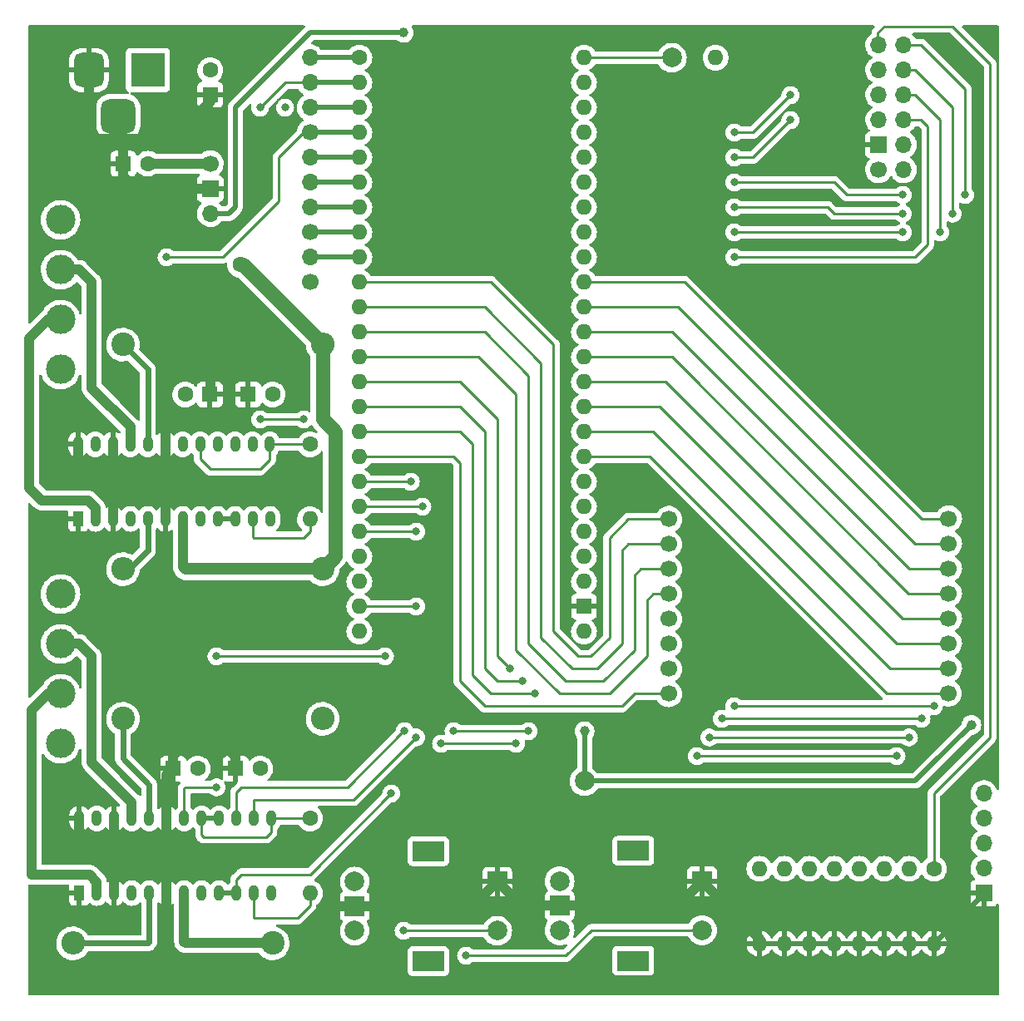
<source format=gtl>
%TF.GenerationSoftware,KiCad,Pcbnew,(6.0.9)*%
%TF.CreationDate,2022-12-03T04:14:11+09:00*%
%TF.ProjectId,tangnano9k_motordriver,74616e67-6e61-46e6-9f39-6b5f6d6f746f,rev?*%
%TF.SameCoordinates,Original*%
%TF.FileFunction,Copper,L1,Top*%
%TF.FilePolarity,Positive*%
%FSLAX46Y46*%
G04 Gerber Fmt 4.6, Leading zero omitted, Abs format (unit mm)*
G04 Created by KiCad (PCBNEW (6.0.9)) date 2022-12-03 04:14:11*
%MOMM*%
%LPD*%
G01*
G04 APERTURE LIST*
G04 Aperture macros list*
%AMRoundRect*
0 Rectangle with rounded corners*
0 $1 Rounding radius*
0 $2 $3 $4 $5 $6 $7 $8 $9 X,Y pos of 4 corners*
0 Add a 4 corners polygon primitive as box body*
4,1,4,$2,$3,$4,$5,$6,$7,$8,$9,$2,$3,0*
0 Add four circle primitives for the rounded corners*
1,1,$1+$1,$2,$3*
1,1,$1+$1,$4,$5*
1,1,$1+$1,$6,$7*
1,1,$1+$1,$8,$9*
0 Add four rect primitives between the rounded corners*
20,1,$1+$1,$2,$3,$4,$5,0*
20,1,$1+$1,$4,$5,$6,$7,0*
20,1,$1+$1,$6,$7,$8,$9,0*
20,1,$1+$1,$8,$9,$2,$3,0*%
G04 Aperture macros list end*
%TA.AperFunction,ComponentPad*%
%ADD10C,2.400000*%
%TD*%
%TA.AperFunction,ComponentPad*%
%ADD11O,2.400000X2.400000*%
%TD*%
%TA.AperFunction,ComponentPad*%
%ADD12C,1.600000*%
%TD*%
%TA.AperFunction,ComponentPad*%
%ADD13O,1.600000X1.600000*%
%TD*%
%TA.AperFunction,SMDPad,CuDef*%
%ADD14C,2.000000*%
%TD*%
%TA.AperFunction,ComponentPad*%
%ADD15R,1.600000X1.600000*%
%TD*%
%TA.AperFunction,ComponentPad*%
%ADD16C,2.000000*%
%TD*%
%TA.AperFunction,ComponentPad*%
%ADD17R,2.000000X2.000000*%
%TD*%
%TA.AperFunction,ComponentPad*%
%ADD18R,3.200000X2.000000*%
%TD*%
%TA.AperFunction,ComponentPad*%
%ADD19R,1.000000X1.600000*%
%TD*%
%TA.AperFunction,ComponentPad*%
%ADD20O,1.000000X1.600000*%
%TD*%
%TA.AperFunction,ComponentPad*%
%ADD21C,1.700000*%
%TD*%
%TA.AperFunction,ComponentPad*%
%ADD22R,1.700000X1.700000*%
%TD*%
%TA.AperFunction,ComponentPad*%
%ADD23O,1.700000X1.700000*%
%TD*%
%TA.AperFunction,ComponentPad*%
%ADD24R,3.500000X3.500000*%
%TD*%
%TA.AperFunction,ComponentPad*%
%ADD25RoundRect,0.750000X-0.750000X-1.000000X0.750000X-1.000000X0.750000X1.000000X-0.750000X1.000000X0*%
%TD*%
%TA.AperFunction,ComponentPad*%
%ADD26RoundRect,0.875000X-0.875000X-0.875000X0.875000X-0.875000X0.875000X0.875000X-0.875000X0.875000X0*%
%TD*%
%TA.AperFunction,ComponentPad*%
%ADD27C,3.000000*%
%TD*%
%TA.AperFunction,ViaPad*%
%ADD28C,1.600000*%
%TD*%
%TA.AperFunction,ViaPad*%
%ADD29C,0.800000*%
%TD*%
%TA.AperFunction,ViaPad*%
%ADD30C,1.000000*%
%TD*%
%TA.AperFunction,Conductor*%
%ADD31C,1.000000*%
%TD*%
%TA.AperFunction,Conductor*%
%ADD32C,1.400000*%
%TD*%
%TA.AperFunction,Conductor*%
%ADD33C,0.500000*%
%TD*%
%TA.AperFunction,Conductor*%
%ADD34C,1.200000*%
%TD*%
%TA.AperFunction,Conductor*%
%ADD35C,0.250000*%
%TD*%
%TA.AperFunction,Conductor*%
%ADD36C,0.600000*%
%TD*%
G04 APERTURE END LIST*
D10*
%TO.P,R2,1*%
%TO.N,Net-(C1-Pad1)*%
X91440000Y-102870000D03*
D11*
%TO.P,R2,2*%
%TO.N,Net-(R2-Pad2)*%
X71120000Y-102870000D03*
%TD*%
D10*
%TO.P,R3,1*%
%TO.N,Net-(R3-Pad1)*%
X71120000Y-80010000D03*
D11*
%TO.P,R3,2*%
%TO.N,Net-(C1-Pad1)*%
X91440000Y-80010000D03*
%TD*%
D12*
%TO.P,R1,1*%
%TO.N,Net-(C3-Pad1)*%
X90170000Y-90170000D03*
D13*
%TO.P,R1,2*%
%TO.N,Net-(C4-Pad1)*%
X90170000Y-97790000D03*
%TD*%
D14*
%TO.P,TP1,1,1*%
%TO.N,Net-(TP1-Pad1)*%
X127000000Y-50800000D03*
%TD*%
D12*
%TO.P,C4,1*%
%TO.N,Net-(C4-Pad1)*%
X86360000Y-85090000D03*
D15*
%TO.P,C4,2*%
%TO.N,GND*%
X83860000Y-85090000D03*
%TD*%
D13*
%TO.P,,48,PIN63_IOR5A_RGBINIT*%
%TO.N,Net-(TP1-Pad1)*%
X131445000Y-50800000D03*
%TD*%
D14*
%TO.P,TP2,1,1*%
%TO.N,+3.3V*%
X118110000Y-124460000D03*
%TD*%
D12*
%TO.P,C1,1*%
%TO.N,Net-(C1-Pad1)*%
X80010000Y-52070000D03*
D15*
%TO.P,C1,2*%
%TO.N,GND*%
X80010000Y-54570000D03*
%TD*%
D16*
%TO.P,Rotary_SW1,A,A*%
%TO.N,/A_1*%
X94720000Y-134700000D03*
%TO.P,Rotary_SW1,B,B*%
%TO.N,/B_1*%
X94720000Y-139700000D03*
D17*
%TO.P,Rotary_SW1,C,C*%
%TO.N,GND*%
X94720000Y-137200000D03*
D18*
%TO.P,Rotary_SW1,MP*%
%TO.N,N/C*%
X102220000Y-142800000D03*
X102220000Y-131600000D03*
D16*
%TO.P,Rotary_SW1,S1,S1*%
%TO.N,Net-(Rotary_SW1-PadS1)*%
X109220000Y-139700000D03*
D17*
%TO.P,Rotary_SW1,S2,S2*%
%TO.N,GND*%
X109220000Y-134700000D03*
%TD*%
D19*
%TO.P,U2,1,GND*%
%TO.N,GND*%
X66557702Y-97755000D03*
D20*
%TO.P,U2,2,OUTB-*%
%TO.N,Net-(J2-Pad3)*%
X68335702Y-97755000D03*
%TO.P,U2,3,GND*%
%TO.N,GND*%
X70113702Y-97755000D03*
%TO.P,U2,4,OUTB+*%
%TO.N,Net-(J2-Pad4)*%
X71891702Y-97755000D03*
%TO.P,U2,5,RSB*%
%TO.N,Net-(R2-Pad2)*%
X73669702Y-97755000D03*
%TO.P,U2,6,GND*%
%TO.N,GND*%
X75447702Y-97755000D03*
%TO.P,U2,7,VM*%
%TO.N,Net-(C1-Pad1)*%
X77225702Y-97755000D03*
%TO.P,U2,8,VCC*%
%TO.N,Net-(C3-Pad1)*%
X79003702Y-97755000D03*
%TO.P,U2,9,VREFB*%
%TO.N,/VREF_1*%
X80781702Y-97755000D03*
%TO.P,U2,10,VREFA*%
X82559702Y-97755000D03*
%TO.P,U2,11,OSCM*%
%TO.N,Net-(C4-Pad1)*%
X84337702Y-97755000D03*
%TO.P,U2,12,INA1*%
%TO.N,Net-(C3-Pad1)*%
X86115702Y-97755000D03*
%TO.P,U2,13,INA2*%
X86065702Y-90155000D03*
%TO.P,U2,14,PHASEA*%
%TO.N,/PHASEA_1*%
X84325702Y-90155000D03*
%TO.P,U2,15,PHASEB*%
%TO.N,/PHASEB_1*%
X82547702Y-90155000D03*
%TO.P,U2,16,INB1*%
%TO.N,Net-(C3-Pad1)*%
X80769702Y-90155000D03*
%TO.P,U2,17,INB2*%
X78991702Y-90155000D03*
%TO.P,U2,18,STANDBY*%
%TO.N,/STANBY_1*%
X77213702Y-90155000D03*
%TO.P,U2,19,GND*%
%TO.N,GND*%
X75435702Y-90155000D03*
%TO.P,U2,20,RSA*%
%TO.N,Net-(R3-Pad1)*%
X73657702Y-90155000D03*
%TO.P,U2,21,OUTA+*%
%TO.N,Net-(J2-Pad2)*%
X71879702Y-90155000D03*
%TO.P,U2,22,GND*%
%TO.N,GND*%
X70101702Y-90155000D03*
%TO.P,U2,23,OUTA-*%
%TO.N,Net-(J2-Pad1)*%
X68323702Y-90155000D03*
%TO.P,U2,24,GND*%
%TO.N,GND*%
X66545702Y-90155000D03*
%TD*%
D12*
%TO.P,C6,1*%
%TO.N,Net-(C6-Pad1)*%
X85090000Y-123190000D03*
D15*
%TO.P,C6,2*%
%TO.N,GND*%
X82590000Y-123190000D03*
%TD*%
D21*
%TO.P,U1,1,VIN*%
%TO.N,Net-(C1-Pad1)*%
X80010000Y-61595000D03*
D22*
%TO.P,U1,2,GND*%
%TO.N,GND*%
X80010000Y-64135000D03*
D23*
%TO.P,U1,3,VOUT*%
%TO.N,+5V*%
X80010000Y-66675000D03*
%TD*%
D10*
%TO.P,R5,1*%
%TO.N,Net-(C1-Pad1)*%
X86360000Y-140970000D03*
D11*
%TO.P,R5,2*%
%TO.N,Net-(R5-Pad2)*%
X66040000Y-140970000D03*
%TD*%
D22*
%TO.P,J7,1*%
%TO.N,GND*%
X158750000Y-135890000D03*
D23*
%TO.P,J7,2*%
%TO.N,Net-(J7-Pad2)*%
X158750000Y-133350000D03*
%TO.P,J7,3*%
%TO.N,Net-(J7-Pad3)*%
X158750000Y-130810000D03*
%TO.P,J7,4*%
%TO.N,Net-(J7-Pad4)*%
X158750000Y-128270000D03*
%TO.P,J7,5*%
%TO.N,Net-(J7-Pad5)*%
X158750000Y-125730000D03*
%TD*%
D19*
%TO.P,U5,1,GND*%
%TO.N,GND*%
X66687000Y-135855000D03*
D20*
%TO.P,U5,2,OUTB-*%
%TO.N,Net-(J3-Pad3)*%
X68465000Y-135855000D03*
%TO.P,U5,3,GND*%
%TO.N,GND*%
X70243000Y-135855000D03*
%TO.P,U5,4,OUTB+*%
%TO.N,Net-(J3-Pad4)*%
X72021000Y-135855000D03*
%TO.P,U5,5,RSB*%
%TO.N,Net-(R5-Pad2)*%
X73799000Y-135855000D03*
%TO.P,U5,6,GND*%
%TO.N,GND*%
X75577000Y-135855000D03*
%TO.P,U5,7,VM*%
%TO.N,Net-(C1-Pad1)*%
X77355000Y-135855000D03*
%TO.P,U5,8,VCC*%
%TO.N,Net-(C5-Pad1)*%
X79133000Y-135855000D03*
%TO.P,U5,9,VREFB*%
%TO.N,/VREF_2*%
X80911000Y-135855000D03*
%TO.P,U5,10,VREFA*%
X82689000Y-135855000D03*
%TO.P,U5,11,OSCM*%
%TO.N,Net-(C6-Pad1)*%
X84467000Y-135855000D03*
%TO.P,U5,12,INA1*%
%TO.N,Net-(C5-Pad1)*%
X86245000Y-135855000D03*
%TO.P,U5,13,INA2*%
X86195000Y-128255000D03*
%TO.P,U5,14,PHASEA*%
%TO.N,/PHASEA_2*%
X84455000Y-128255000D03*
%TO.P,U5,15,PHASEB*%
%TO.N,/PHASEB_2*%
X82677000Y-128255000D03*
%TO.P,U5,16,INB1*%
%TO.N,Net-(C5-Pad1)*%
X80899000Y-128255000D03*
%TO.P,U5,17,INB2*%
X79121000Y-128255000D03*
%TO.P,U5,18,STANDBY*%
%TO.N,/STANBY_2*%
X77343000Y-128255000D03*
%TO.P,U5,19,GND*%
%TO.N,GND*%
X75565000Y-128255000D03*
%TO.P,U5,20,RSA*%
%TO.N,Net-(R6-Pad1)*%
X73787000Y-128255000D03*
%TO.P,U5,21,OUTA+*%
%TO.N,Net-(J3-Pad2)*%
X72009000Y-128255000D03*
%TO.P,U5,22,GND*%
%TO.N,GND*%
X70231000Y-128255000D03*
%TO.P,U5,23,OUTA-*%
%TO.N,Net-(J3-Pad1)*%
X68453000Y-128255000D03*
%TO.P,U5,24,GND*%
%TO.N,GND*%
X66675000Y-128255000D03*
%TD*%
D12*
%TO.P,C5,1*%
%TO.N,Net-(C5-Pad1)*%
X78740000Y-123190000D03*
D15*
%TO.P,C5,2*%
%TO.N,GND*%
X76240000Y-123190000D03*
%TD*%
D21*
%TO.P,U4,1,R5*%
%TO.N,Net-(U3-Pad32)*%
X155150000Y-115510000D03*
%TO.P,U4,2,R7*%
%TO.N,Net-(U3-Pad33)*%
X155170000Y-112970000D03*
%TO.P,U4,3,C2*%
%TO.N,Net-(U3-Pad34)*%
X155170000Y-110430000D03*
%TO.P,U4,4,C3*%
%TO.N,Net-(U3-Pad35)*%
X155170000Y-107890000D03*
%TO.P,U4,5,R8*%
%TO.N,Net-(U3-Pad36)*%
X155170000Y-105350000D03*
%TO.P,U4,6,C5*%
%TO.N,Net-(U3-Pad37)*%
X155170000Y-102810000D03*
%TO.P,U4,7,R6*%
%TO.N,Net-(U3-Pad38)*%
X155170000Y-100270000D03*
%TO.P,U4,8,R3*%
%TO.N,Net-(U3-Pad39)*%
X155170000Y-97730000D03*
%TO.P,U4,9,R1*%
%TO.N,Net-(U3-Pad10)*%
X126690000Y-97790000D03*
%TO.P,U4,10,C4*%
%TO.N,Net-(U3-Pad11)*%
X126690000Y-100330000D03*
%TO.P,U4,11,C6*%
%TO.N,Net-(U3-Pad12)*%
X126690000Y-102870000D03*
%TO.P,U4,12,R4*%
%TO.N,Net-(U3-Pad13)*%
X126690000Y-105410000D03*
%TO.P,U4,13,C1*%
%TO.N,Net-(U3-Pad14)*%
X126690000Y-107950000D03*
%TO.P,U4,14,R2*%
%TO.N,Net-(U3-Pad15)*%
X126690000Y-110490000D03*
%TO.P,U4,15,C7*%
%TO.N,Net-(U3-Pad16)*%
X126690000Y-113030000D03*
%TO.P,U4,16,C8*%
%TO.N,Net-(U3-Pad17)*%
X126690000Y-115570000D03*
%TD*%
D24*
%TO.P,J1,1*%
%TO.N,Net-(C1-Pad1)*%
X73660000Y-52070000D03*
D25*
%TO.P,J1,2*%
%TO.N,GND*%
X67660000Y-52070000D03*
D26*
%TO.P,J1,3*%
%TO.N,N/C*%
X70660000Y-56770000D03*
%TD*%
D12*
%TO.P,U3,1,PIN38_IOB31B_TF_CS*%
%TO.N,/PHASEA_1*%
X95187500Y-50800000D03*
D13*
%TO.P,U3,2,PIN37_IOB31A_TF_MOSI*%
%TO.N,/PHASEB_1*%
X95187500Y-53340000D03*
%TO.P,U3,3,PIN36_IOB29B_TF_SCLK*%
%TO.N,/VREF_1*%
X95187500Y-55880000D03*
%TO.P,U3,4,PIN39_IOB33A_TF_MISO*%
%TO.N,/STANBY_1*%
X95187500Y-58420000D03*
%TO.P,U3,5,PIN25_IOB8A*%
%TO.N,/PHASEA_2*%
X95187500Y-60960000D03*
%TO.P,U3,6,PIN26_IOB8B*%
%TO.N,/PHASEB_2*%
X95187500Y-63500000D03*
%TO.P,U3,7,PIN27_IOB11A*%
%TO.N,/VREF_2*%
X95187500Y-66040000D03*
%TO.P,U3,8,PIN28_IOB11B*%
%TO.N,/STANBY_2*%
X95187500Y-68580000D03*
%TO.P,U3,9,PIN29_IOB13A*%
%TO.N,Net-(J6-Pad2)*%
X95187500Y-71120000D03*
%TO.P,U3,10,PIN30_IOB13B*%
%TO.N,Net-(U3-Pad10)*%
X95187500Y-73660000D03*
%TO.P,U3,11,PIN33_IOB23A_RGB_DE*%
%TO.N,Net-(U3-Pad11)*%
X95187500Y-76200000D03*
%TO.P,U3,12,PIN34_IOB23B_RGB_VS*%
%TO.N,Net-(U3-Pad12)*%
X95187500Y-78740000D03*
%TO.P,U3,13,PIN40_IOB33B_RGB_HS*%
%TO.N,Net-(U3-Pad13)*%
X95187500Y-81280000D03*
%TO.P,U3,14,PIN35_IOB29A_RGB_CK*%
%TO.N,Net-(U3-Pad14)*%
X95187500Y-83820000D03*
%TO.P,U3,15,PIN41_IOB41A_RGB_B7*%
%TO.N,Net-(U3-Pad15)*%
X95187500Y-86360000D03*
%TO.P,U3,16,PIN42_IOB41B_RGB_B6*%
%TO.N,Net-(U3-Pad16)*%
X95187500Y-88900000D03*
%TO.P,U3,17,PIN51_IOR17B_RGB_B5*%
%TO.N,Net-(U3-Pad17)*%
X95187500Y-91440000D03*
%TO.P,U3,18,PIN53_IOR15B_RGB_B4*%
%TO.N,/A_2*%
X95187500Y-93980000D03*
%TO.P,U3,19,PIN54_IOR15A_RGB_B3*%
%TO.N,Net-(Rotary_SW2-PadS1)*%
X95187500Y-96520000D03*
%TO.P,U3,20,PIN55_IOR14B_RGB_G7*%
%TO.N,/B_2*%
X95187500Y-99060000D03*
%TO.P,U3,21,PIN56_IOR14A_RGB_G6*%
%TO.N,Net-(J6-Pad1)*%
X95187500Y-101600000D03*
%TO.P,U3,22,PIN57_IOR13A_RGB_G5*%
%TO.N,/A_1*%
X95187500Y-104140000D03*
%TO.P,U3,23,HDMI_CK_N*%
%TO.N,Net-(Rotary_SW1-PadS1)*%
X95187500Y-106680000D03*
%TO.P,U3,24,HDMI_CK_P*%
%TO.N,/B_1*%
X95187500Y-109220000D03*
%TO.P,U3,25,+3V3*%
%TO.N,+3.3V*%
X118047500Y-109220000D03*
D15*
%TO.P,U3,26,GND*%
%TO.N,GND*%
X118047500Y-106680000D03*
D13*
%TO.P,U3,27,PIN32_IOB15B_RGBINIT*%
%TO.N,Net-(J7-Pad2)*%
X118047500Y-104140000D03*
%TO.P,U3,28,PIN31_IOB15A_RGBINIT*%
%TO.N,Net-(J7-Pad3)*%
X118047500Y-101600000D03*
%TO.P,U3,29,PIN49_IOR24A_SPILCD_RS*%
%TO.N,Net-(J7-Pad4)*%
X118047500Y-99060000D03*
%TO.P,U3,30,PIN48_IOR24B_SPILCD_CS*%
%TO.N,Net-(J7-Pad5)*%
X118047500Y-96520000D03*
%TO.P,U3,31,+5V*%
%TO.N,+5V*%
X118047500Y-93980000D03*
%TO.P,U3,32,HDMI_D0_N*%
%TO.N,Net-(U3-Pad32)*%
X118047500Y-91440000D03*
%TO.P,U3,33,HDMI_D0_P*%
%TO.N,Net-(U3-Pad33)*%
X118047500Y-88900000D03*
%TO.P,U3,34,HDMI_D1_N*%
%TO.N,Net-(U3-Pad34)*%
X118047500Y-86360000D03*
%TO.P,U3,35,HDMI_D1_P*%
%TO.N,Net-(U3-Pad35)*%
X118047500Y-83820000D03*
%TO.P,U3,36,HDMI_D2_N*%
%TO.N,Net-(U3-Pad36)*%
X118047500Y-81280000D03*
%TO.P,U3,37,HDMI_D2_P*%
%TO.N,Net-(U3-Pad37)*%
X118047500Y-78740000D03*
%TO.P,U3,38,PIN76_IOT37B_SPILCD_MCLK*%
%TO.N,Net-(U3-Pad38)*%
X118047500Y-76200000D03*
%TO.P,U3,39,PIN77_IOT37A_SPILCD_MO*%
%TO.N,Net-(U3-Pad39)*%
X118047500Y-73660000D03*
%TO.P,U3,40,PIN79_IOT12B_1V8*%
%TO.N,Net-(J8-Pad6)*%
X118047500Y-71120000D03*
%TO.P,U3,41,PIN80_IOT12A_1V8*%
%TO.N,Net-(J8-Pad8)*%
X118047500Y-68580000D03*
%TO.P,U3,42,PIN81_IOT11B_1V8*%
%TO.N,Net-(J8-Pad10)*%
X118047500Y-66040000D03*
%TO.P,U3,43,PIN82_IOT11A_1V8*%
%TO.N,Net-(J8-Pad12)*%
X118047500Y-63500000D03*
%TO.P,U3,44,PIN83_IOT10B_1V8*%
%TO.N,Net-(J8-Pad5)*%
X118047500Y-60960000D03*
%TO.P,U3,45,PIN84_IOT10A_1V8*%
%TO.N,Net-(J8-Pad7)*%
X118047500Y-58420000D03*
%TO.P,U3,46,PIN85_IOT8B_1V8*%
%TO.N,Net-(J8-Pad9)*%
X118047500Y-55880000D03*
%TO.P,U3,47,PIN86_IOT8A_BL_PWM_1V8*%
%TO.N,Net-(J8-Pad11)*%
X118047500Y-53340000D03*
%TO.P,U3,48,PIN63_IOR5A_RGBINIT*%
%TO.N,Net-(TP1-Pad1)*%
X118047500Y-50800000D03*
%TD*%
D12*
%TO.P,C2,1*%
%TO.N,Net-(C1-Pad1)*%
X73660000Y-61595000D03*
D15*
%TO.P,C2,2*%
%TO.N,GND*%
X71160000Y-61595000D03*
%TD*%
D21*
%TO.P,J5,1*%
%TO.N,/STANBY_2*%
X90170000Y-68570000D03*
D23*
%TO.P,J5,2*%
%TO.N,/VREF_2*%
X90170000Y-66030000D03*
%TO.P,J5,3*%
%TO.N,/PHASEB_2*%
X90170000Y-63490000D03*
%TO.P,J5,4*%
%TO.N,/PHASEA_2*%
X90170000Y-60950000D03*
%TD*%
D12*
%TO.P,R4,1*%
%TO.N,Net-(C5-Pad1)*%
X90170000Y-128270000D03*
D13*
%TO.P,R4,2*%
%TO.N,Net-(C6-Pad1)*%
X90170000Y-135890000D03*
%TD*%
D21*
%TO.P,J6,1*%
%TO.N,Net-(J6-Pad1)*%
X90170000Y-73660000D03*
D23*
%TO.P,J6,2*%
%TO.N,Net-(J6-Pad2)*%
X90170000Y-71120000D03*
%TD*%
D27*
%TO.P,J3,1,Pin_1*%
%TO.N,Net-(J3-Pad1)*%
X64770000Y-105410000D03*
%TO.P,J3,2,Pin_2*%
%TO.N,Net-(J3-Pad2)*%
X64770000Y-110490000D03*
%TO.P,J3,3,Pin_3*%
%TO.N,Net-(J3-Pad3)*%
X64770000Y-115570000D03*
%TO.P,J3,4,Pin_4*%
%TO.N,Net-(J3-Pad4)*%
X64770000Y-120650000D03*
%TD*%
D21*
%TO.P,J4,1*%
%TO.N,/STANBY_1*%
X90170000Y-58410000D03*
D23*
%TO.P,J4,2*%
%TO.N,/VREF_1*%
X90170000Y-55870000D03*
%TO.P,J4,3*%
%TO.N,/PHASEB_1*%
X90170000Y-53330000D03*
%TO.P,J4,4*%
%TO.N,/PHASEA_1*%
X90170000Y-50790000D03*
%TD*%
D21*
%TO.P,J8,1,1*%
%TO.N,+3.3V*%
X148045000Y-62205000D03*
D23*
%TO.P,J8,2,7*%
%TO.N,unconnected-(J8-Pad2)*%
X150585000Y-62205000D03*
D22*
%TO.P,J8,3,2*%
%TO.N,GND*%
X148045000Y-59665000D03*
D23*
%TO.P,J8,4,8*%
%TO.N,unconnected-(J8-Pad4)*%
X150585000Y-59665000D03*
%TO.P,J8,5,3*%
%TO.N,Net-(J8-Pad5)*%
X148045000Y-57125000D03*
%TO.P,J8,6,9*%
%TO.N,Net-(J8-Pad6)*%
X150585000Y-57125000D03*
%TO.P,J8,7,4*%
%TO.N,Net-(J8-Pad7)*%
X148045000Y-54585000D03*
%TO.P,J8,8,10*%
%TO.N,Net-(J8-Pad8)*%
X150585000Y-54585000D03*
%TO.P,J8,9,5*%
%TO.N,Net-(J8-Pad9)*%
X148045000Y-52045000D03*
%TO.P,J8,10,11*%
%TO.N,Net-(J8-Pad10)*%
X150585000Y-52045000D03*
%TO.P,J8,11,6*%
%TO.N,Net-(J8-Pad11)*%
X148045000Y-49505000D03*
%TO.P,J8,12,12*%
%TO.N,Net-(J8-Pad12)*%
X150585000Y-49505000D03*
%TD*%
D27*
%TO.P,J2,1,Pin_1*%
%TO.N,Net-(J2-Pad1)*%
X64770000Y-67310000D03*
%TO.P,J2,2,Pin_2*%
%TO.N,Net-(J2-Pad2)*%
X64770000Y-72390000D03*
%TO.P,J2,3,Pin_3*%
%TO.N,Net-(J2-Pad3)*%
X64770000Y-77470000D03*
%TO.P,J2,4,Pin_4*%
%TO.N,Net-(J2-Pad4)*%
X64770000Y-82550000D03*
%TD*%
D12*
%TO.P,C3,1*%
%TO.N,Net-(C3-Pad1)*%
X77470000Y-85090000D03*
D15*
%TO.P,C3,2*%
%TO.N,GND*%
X79970000Y-85090000D03*
%TD*%
D16*
%TO.P,Rotary_SW2,A,A*%
%TO.N,/A_2*%
X115570000Y-134660000D03*
%TO.P,Rotary_SW2,B,B*%
%TO.N,/B_2*%
X115570000Y-139660000D03*
D17*
%TO.P,Rotary_SW2,C,C*%
%TO.N,GND*%
X115570000Y-137160000D03*
D18*
%TO.P,Rotary_SW2,MP*%
%TO.N,N/C*%
X123070000Y-131560000D03*
X123070000Y-142760000D03*
D16*
%TO.P,Rotary_SW2,S1,S1*%
%TO.N,Net-(Rotary_SW2-PadS1)*%
X130070000Y-139660000D03*
D17*
%TO.P,Rotary_SW2,S2,S2*%
%TO.N,GND*%
X130070000Y-134660000D03*
%TD*%
D12*
%TO.P,SW3,1*%
%TO.N,Net-(J8-Pad11)*%
X153680000Y-133392500D03*
D13*
%TO.P,SW3,2*%
%TO.N,Net-(J8-Pad9)*%
X151140000Y-133392500D03*
%TO.P,SW3,3*%
%TO.N,Net-(J8-Pad7)*%
X148600000Y-133392500D03*
%TO.P,SW3,4*%
%TO.N,Net-(J8-Pad5)*%
X146060000Y-133392500D03*
%TO.P,SW3,5*%
%TO.N,Net-(J8-Pad12)*%
X143520000Y-133392500D03*
%TO.P,SW3,6*%
%TO.N,Net-(J8-Pad10)*%
X140980000Y-133392500D03*
%TO.P,SW3,7*%
%TO.N,Net-(J8-Pad8)*%
X138440000Y-133392500D03*
%TO.P,SW3,8*%
%TO.N,Net-(J8-Pad6)*%
X135900000Y-133392500D03*
%TO.P,SW3,9*%
%TO.N,GND*%
X135900000Y-141012500D03*
%TO.P,SW3,10*%
X138440000Y-141012500D03*
%TO.P,SW3,11*%
X140980000Y-141012500D03*
%TO.P,SW3,12*%
X143520000Y-141012500D03*
%TO.P,SW3,13*%
X146060000Y-141012500D03*
%TO.P,SW3,14*%
X148600000Y-141012500D03*
%TO.P,SW3,15*%
X151140000Y-141012500D03*
%TO.P,SW3,16*%
X153680000Y-141012500D03*
%TD*%
D10*
%TO.P,R6,1*%
%TO.N,Net-(R6-Pad1)*%
X71120000Y-118110000D03*
D11*
%TO.P,R6,2*%
%TO.N,Net-(C1-Pad1)*%
X91440000Y-118110000D03*
%TD*%
D28*
%TO.N,Net-(C1-Pad1)*%
X83058000Y-71882000D03*
D29*
%TO.N,GND*%
X66675000Y-132334000D03*
X107950000Y-57150000D03*
%TO.N,/STANBY_1*%
X75565000Y-71120000D03*
%TO.N,/PHASEB_1*%
X85090000Y-55880000D03*
%TO.N,/PHASEA_1*%
X85090000Y-87630000D03*
X87630000Y-55880000D03*
X89535000Y-87630000D03*
%TO.N,/STANBY_2*%
X97790000Y-111760000D03*
X80645000Y-125095000D03*
X80645000Y-111760000D03*
%TO.N,/VREF_2*%
X98425000Y-125730000D03*
%TO.N,/PHASEB_2*%
X99784500Y-119380000D03*
%TO.N,/PHASEA_2*%
X100965000Y-120015000D03*
%TO.N,Net-(J7-Pad2)*%
X129540000Y-121920000D03*
X149860000Y-121920000D03*
%TO.N,Net-(J7-Pad3)*%
X130810000Y-120015000D03*
X151130000Y-120015000D03*
%TO.N,Net-(J7-Pad4)*%
X152400000Y-118110000D03*
X132080000Y-118110000D03*
%TO.N,/A_2*%
X112395000Y-119380000D03*
X104775000Y-119380000D03*
X100419500Y-93980000D03*
%TO.N,/B_2*%
X103505000Y-120650000D03*
X100965000Y-99060000D03*
X111125000Y-120650000D03*
D30*
%TO.N,+5V*%
X99695000Y-48260000D03*
D29*
%TO.N,Net-(U3-Pad14)*%
X110490000Y-113030000D03*
%TO.N,Net-(U3-Pad15)*%
X111760000Y-114300000D03*
%TO.N,Net-(U3-Pad16)*%
X113030000Y-115570000D03*
%TO.N,Net-(Rotary_SW1-PadS1)*%
X99695000Y-139700000D03*
X100965000Y-106680000D03*
%TO.N,Net-(Rotary_SW2-PadS1)*%
X101600000Y-96520000D03*
X106045000Y-142240000D03*
D30*
%TO.N,+3.3V*%
X157480000Y-118745000D03*
X118110000Y-119380000D03*
D29*
%TO.N,Net-(J7-Pad5)*%
X153670000Y-116840000D03*
X133350000Y-116840000D03*
%TO.N,Net-(J8-Pad5)*%
X139065000Y-57150000D03*
X133350000Y-60960000D03*
%TO.N,Net-(J8-Pad6)*%
X133350000Y-71120000D03*
%TO.N,Net-(J8-Pad7)*%
X139065000Y-54610000D03*
X133350000Y-58420000D03*
%TO.N,Net-(J8-Pad8)*%
X150495000Y-68580000D03*
X154305000Y-68580000D03*
X133350000Y-68580000D03*
%TO.N,Net-(J8-Pad10)*%
X150495000Y-66675000D03*
X155575000Y-66675000D03*
X133350000Y-66040000D03*
%TO.N,Net-(J8-Pad12)*%
X133350000Y-63500000D03*
X150495000Y-64770000D03*
X156845000Y-64770000D03*
%TD*%
D31*
%TO.N,GND*%
X79375000Y-81280000D02*
X75946000Y-81280000D01*
X75946000Y-81280000D02*
X75438000Y-80772000D01*
X80010000Y-85050000D02*
X80010000Y-81915000D01*
X75438000Y-80772000D02*
X75438000Y-76708000D01*
X80010000Y-81915000D02*
X79375000Y-81280000D01*
X75438000Y-83312000D02*
X75438000Y-80772000D01*
X72898000Y-68834000D02*
X73152000Y-68580000D01*
X75438000Y-76708000D02*
X72898000Y-74168000D01*
X72898000Y-74168000D02*
X72898000Y-68834000D01*
X75435702Y-83314298D02*
X75438000Y-83312000D01*
X73152000Y-68580000D02*
X77470000Y-68580000D01*
%TO.N,Net-(C1-Pad1)*%
X83312000Y-71882000D02*
X83058000Y-71882000D01*
D32*
X91440000Y-80010000D02*
X83312000Y-71882000D01*
D33*
%TO.N,GND*%
X144780000Y-59690000D02*
X144805000Y-59665000D01*
X141478000Y-56388000D02*
X144780000Y-59690000D01*
X144805000Y-59665000D02*
X148045000Y-59665000D01*
X116840000Y-48260000D02*
X141478000Y-48260000D01*
X107950000Y-57150000D02*
X116840000Y-48260000D01*
X141478000Y-48260000D02*
X141478000Y-56388000D01*
D32*
%TO.N,Net-(C1-Pad1)*%
X92710000Y-88900000D02*
X92710000Y-101600000D01*
D31*
X77470000Y-102870000D02*
X77225702Y-102625702D01*
D32*
X91440000Y-87630000D02*
X92710000Y-88900000D01*
X91440000Y-80010000D02*
X91440000Y-87630000D01*
D33*
X77470000Y-140970000D02*
X77355000Y-140855000D01*
D31*
X77355000Y-140855000D02*
X77355000Y-135855000D01*
D32*
X92710000Y-101600000D02*
X91440000Y-102870000D01*
D34*
X91440000Y-102870000D02*
X77470000Y-102870000D01*
D31*
X73660000Y-61595000D02*
X80010000Y-61595000D01*
X77225702Y-102625702D02*
X77225702Y-97755000D01*
X86360000Y-140970000D02*
X77470000Y-140970000D01*
%TO.N,GND*%
X66545702Y-91945702D02*
X66545702Y-90155000D01*
X75565000Y-143510000D02*
X91567000Y-143510000D01*
D33*
X79970000Y-85090000D02*
X83860000Y-85090000D01*
D31*
X74930000Y-133350000D02*
X75565000Y-133985000D01*
X76240000Y-123190000D02*
X76240000Y-121880000D01*
X75565000Y-128255000D02*
X75565000Y-123865000D01*
X71160000Y-62905000D02*
X72390000Y-64135000D01*
X74930000Y-130810000D02*
X75565000Y-130175000D01*
X66675000Y-132334000D02*
X70104000Y-132334000D01*
X75577000Y-135855000D02*
X75577000Y-128267000D01*
X72390000Y-64135000D02*
X77470000Y-64135000D01*
D33*
X92710000Y-137160000D02*
X92750000Y-137200000D01*
D31*
X75447702Y-96402702D02*
X75447702Y-92592702D01*
D33*
X75577000Y-143498000D02*
X75565000Y-143510000D01*
D31*
X75435702Y-90155000D02*
X75435702Y-83314298D01*
X91567000Y-138303000D02*
X92710000Y-137160000D01*
X70993000Y-95377000D02*
X74422000Y-95377000D01*
X71160000Y-61595000D02*
X71160000Y-62905000D01*
X70101702Y-90155000D02*
X70101702Y-92458298D01*
X111680000Y-137160000D02*
X115570000Y-137160000D01*
X71120000Y-133350000D02*
X74930000Y-133350000D01*
X75447702Y-97755000D02*
X75447702Y-96402702D01*
D33*
X80010000Y-85050000D02*
X79970000Y-85090000D01*
D31*
X77470000Y-64135000D02*
X80010000Y-64135000D01*
X69967298Y-92592702D02*
X67192702Y-92592702D01*
X75577000Y-135855000D02*
X75577000Y-143498000D01*
X70243000Y-134227000D02*
X71120000Y-133350000D01*
X67660000Y-58770000D02*
X67985000Y-59095000D01*
X115570000Y-137160000D02*
X127570000Y-137160000D01*
X66675000Y-128255000D02*
X66675000Y-129540000D01*
X74422000Y-95377000D02*
X75447702Y-96402702D01*
X70113702Y-97755000D02*
X70113702Y-96256298D01*
X66675000Y-129540000D02*
X67945000Y-130810000D01*
X130070000Y-134660000D02*
X135900000Y-140490000D01*
D33*
X135900000Y-141012500D02*
X153680000Y-141012500D01*
X75447702Y-90167000D02*
X75435702Y-90155000D01*
D31*
X106720000Y-137200000D02*
X109220000Y-134700000D01*
D35*
X80010000Y-55285000D02*
X80010000Y-54570000D01*
D31*
X109220000Y-134700000D02*
X111680000Y-137160000D01*
X73065000Y-59095000D02*
X76200000Y-59095000D01*
X77597000Y-120523000D02*
X81153000Y-120523000D01*
D35*
X70101702Y-92458298D02*
X69967298Y-92592702D01*
D33*
X153680000Y-141012500D02*
X158750000Y-135942500D01*
D31*
X70104000Y-132334000D02*
X71120000Y-133350000D01*
X67985000Y-59095000D02*
X71080000Y-59095000D01*
X82590000Y-121960000D02*
X82590000Y-123190000D01*
X70231000Y-128255000D02*
X70231000Y-130556000D01*
X67945000Y-130810000D02*
X70485000Y-130810000D01*
X94720000Y-137200000D02*
X106720000Y-137200000D01*
X75447702Y-92592702D02*
X75447702Y-90167000D01*
D35*
X70231000Y-130556000D02*
X70485000Y-130810000D01*
D31*
X77470000Y-64135000D02*
X77470000Y-68580000D01*
X72430000Y-59095000D02*
X73065000Y-59095000D01*
D33*
X75565000Y-123865000D02*
X76240000Y-123190000D01*
X135900000Y-140490000D02*
X135900000Y-141012500D01*
D31*
X76200000Y-59095000D02*
X80010000Y-55285000D01*
X127570000Y-137160000D02*
X130070000Y-134660000D01*
X71080000Y-59095000D02*
X72430000Y-59095000D01*
D35*
X75565000Y-133985000D02*
X75577000Y-133997000D01*
D31*
X81153000Y-120523000D02*
X82590000Y-121960000D01*
X71160000Y-61595000D02*
X71160000Y-59175000D01*
X75577000Y-133997000D02*
X75577000Y-135855000D01*
D33*
X158750000Y-135942500D02*
X158750000Y-135890000D01*
D31*
X92750000Y-137200000D02*
X94720000Y-137200000D01*
X70243000Y-135855000D02*
X70243000Y-134227000D01*
X91567000Y-143510000D02*
X91567000Y-138303000D01*
D35*
X71160000Y-59175000D02*
X71080000Y-59095000D01*
D31*
X67660000Y-52070000D02*
X67660000Y-58770000D01*
X75447702Y-92592702D02*
X69967298Y-92592702D01*
X67192702Y-92592702D02*
X66545702Y-91945702D01*
X75565000Y-130175000D02*
X75565000Y-128255000D01*
X70485000Y-130810000D02*
X74930000Y-130810000D01*
D33*
X75577000Y-128267000D02*
X75565000Y-128255000D01*
D31*
X70113702Y-96256298D02*
X70993000Y-95377000D01*
X76240000Y-121880000D02*
X77597000Y-120523000D01*
D35*
%TO.N,Net-(C3-Pad1)*%
X90155000Y-90155000D02*
X90170000Y-90170000D01*
X86065702Y-90155000D02*
X90155000Y-90155000D01*
X80010000Y-92710000D02*
X85090000Y-92710000D01*
X85090000Y-92710000D02*
X86065702Y-91734298D01*
X78991702Y-90155000D02*
X78991702Y-91691702D01*
X78991702Y-91691702D02*
X80010000Y-92710000D01*
X86065702Y-91734298D02*
X86065702Y-90155000D01*
%TO.N,Net-(C4-Pad1)*%
X90170000Y-99060000D02*
X90170000Y-97790000D01*
X84455000Y-99695000D02*
X89535000Y-99695000D01*
X84337702Y-97755000D02*
X84337702Y-99577702D01*
X89535000Y-99695000D02*
X90170000Y-99060000D01*
X84337702Y-99577702D02*
X84455000Y-99695000D01*
%TO.N,Net-(C5-Pad1)*%
X86195000Y-129705000D02*
X86195000Y-128255000D01*
X90155000Y-128255000D02*
X90170000Y-128270000D01*
X85725000Y-130175000D02*
X86195000Y-129705000D01*
X79121000Y-129921000D02*
X79375000Y-130175000D01*
X79375000Y-130175000D02*
X85725000Y-130175000D01*
X86195000Y-128255000D02*
X90155000Y-128255000D01*
D33*
X79121000Y-128255000D02*
X80899000Y-128255000D01*
D35*
X79121000Y-128255000D02*
X79121000Y-129921000D01*
%TO.N,Net-(C6-Pad1)*%
X84455000Y-138430000D02*
X84467000Y-138418000D01*
X90170000Y-135890000D02*
X90170000Y-137160000D01*
X90170000Y-137160000D02*
X88900000Y-138430000D01*
X84467000Y-138418000D02*
X84467000Y-135855000D01*
X88900000Y-138430000D02*
X84455000Y-138430000D01*
D31*
%TO.N,Net-(J2-Pad2)*%
X71879702Y-90155000D02*
X71879702Y-88389702D01*
X71879702Y-88389702D02*
X67945000Y-84455000D01*
X66675000Y-72390000D02*
X64770000Y-72390000D01*
X67945000Y-73660000D02*
X66675000Y-72390000D01*
X67945000Y-84455000D02*
X67945000Y-73660000D01*
%TO.N,Net-(J2-Pad3)*%
X67597072Y-95885000D02*
X62865000Y-95885000D01*
X61595000Y-79375000D02*
X63500000Y-77470000D01*
X63500000Y-77470000D02*
X64770000Y-77470000D01*
X62865000Y-95885000D02*
X61595000Y-94615000D01*
X61595000Y-94615000D02*
X61595000Y-79375000D01*
X68335702Y-97755000D02*
X68335702Y-96623630D01*
X68335702Y-96623630D02*
X67597072Y-95885000D01*
%TO.N,Net-(J3-Pad2)*%
X72009000Y-126619000D02*
X67945000Y-122555000D01*
X72009000Y-128255000D02*
X72009000Y-126619000D01*
X67945000Y-111760000D02*
X66675000Y-110490000D01*
X66675000Y-110490000D02*
X64770000Y-110490000D01*
X67945000Y-122555000D02*
X67945000Y-111760000D01*
%TO.N,Net-(J3-Pad3)*%
X61849000Y-117221000D02*
X63500000Y-115570000D01*
X61849000Y-133985000D02*
X61849000Y-117221000D01*
X63500000Y-115570000D02*
X64770000Y-115570000D01*
X68465000Y-135855000D02*
X68465000Y-134723630D01*
X67726370Y-133985000D02*
X61849000Y-133985000D01*
X68465000Y-134723630D02*
X67726370Y-133985000D01*
D33*
%TO.N,/STANBY_1*%
X90170000Y-58410000D02*
X95177500Y-58410000D01*
D35*
X86995000Y-65405000D02*
X86995000Y-60960000D01*
X89545000Y-58410000D02*
X90170000Y-58410000D01*
X86995000Y-60960000D02*
X89545000Y-58410000D01*
X95177500Y-58410000D02*
X95187500Y-58420000D01*
X81280000Y-71120000D02*
X86995000Y-65405000D01*
X75565000Y-71120000D02*
X81280000Y-71120000D01*
D33*
%TO.N,/VREF_1*%
X80781702Y-97755000D02*
X82559702Y-97755000D01*
D35*
X95177500Y-55870000D02*
X95187500Y-55880000D01*
D33*
X90170000Y-55870000D02*
X95177500Y-55870000D01*
D35*
%TO.N,/PHASEB_1*%
X95177500Y-53330000D02*
X95187500Y-53340000D01*
X85090000Y-55880000D02*
X87640000Y-53330000D01*
D33*
X90170000Y-53330000D02*
X95177500Y-53330000D01*
D35*
X87640000Y-53330000D02*
X90170000Y-53330000D01*
%TO.N,/PHASEA_1*%
X85090000Y-87630000D02*
X89535000Y-87630000D01*
X95177500Y-50790000D02*
X95187500Y-50800000D01*
D33*
X90170000Y-50790000D02*
X95177500Y-50790000D01*
D35*
%TO.N,/STANBY_2*%
X95177500Y-68570000D02*
X95187500Y-68580000D01*
D33*
X90170000Y-68570000D02*
X95177500Y-68570000D01*
D35*
X77470000Y-125095000D02*
X80645000Y-125095000D01*
X77343000Y-125222000D02*
X77470000Y-125095000D01*
X77343000Y-128255000D02*
X77343000Y-125222000D01*
X80645000Y-111760000D02*
X97790000Y-111760000D01*
%TO.N,/VREF_2*%
X83185000Y-133985000D02*
X82689000Y-134481000D01*
X90170000Y-133985000D02*
X83185000Y-133985000D01*
X82689000Y-134481000D02*
X82689000Y-135855000D01*
X95177500Y-66030000D02*
X95187500Y-66040000D01*
D33*
X90170000Y-66030000D02*
X95177500Y-66030000D01*
D35*
X90170000Y-133985000D02*
X98425000Y-125730000D01*
D33*
X80911000Y-135855000D02*
X82689000Y-135855000D01*
D35*
%TO.N,/PHASEB_2*%
X95177500Y-63490000D02*
X95187500Y-63500000D01*
D33*
X90170000Y-63490000D02*
X95177500Y-63490000D01*
D35*
X82677000Y-125603000D02*
X83185000Y-125095000D01*
X99695000Y-119380000D02*
X99784500Y-119380000D01*
X90170000Y-125095000D02*
X93980000Y-125095000D01*
X82677000Y-128255000D02*
X82677000Y-125603000D01*
X83185000Y-125095000D02*
X90170000Y-125095000D01*
X93980000Y-125095000D02*
X99695000Y-119380000D01*
%TO.N,/PHASEA_2*%
X95177500Y-60950000D02*
X95187500Y-60960000D01*
D33*
X90170000Y-60950000D02*
X95177500Y-60950000D01*
D35*
X93980000Y-126365000D02*
X94615000Y-126365000D01*
X84455000Y-128255000D02*
X84455000Y-126365000D01*
X84455000Y-126365000D02*
X93980000Y-126365000D01*
X94615000Y-126365000D02*
X100965000Y-120015000D01*
D33*
%TO.N,Net-(J6-Pad2)*%
X90170000Y-71120000D02*
X95187500Y-71120000D01*
D35*
%TO.N,Net-(J7-Pad2)*%
X129540000Y-121920000D02*
X149860000Y-121920000D01*
%TO.N,Net-(J7-Pad3)*%
X130810000Y-120015000D02*
X151130000Y-120015000D01*
%TO.N,Net-(J7-Pad4)*%
X132080000Y-118110000D02*
X152400000Y-118110000D01*
D36*
%TO.N,Net-(R5-Pad2)*%
X73799000Y-140831000D02*
X73799000Y-135855000D01*
X66040000Y-140970000D02*
X73660000Y-140970000D01*
D35*
X73660000Y-140970000D02*
X73799000Y-140831000D01*
D36*
%TO.N,Net-(R6-Pad1)*%
X71120000Y-122174000D02*
X71120000Y-118110000D01*
X73787000Y-128255000D02*
X73787000Y-124841000D01*
X73787000Y-124841000D02*
X71120000Y-122174000D01*
%TO.N,Net-(R2-Pad2)*%
X73669702Y-100955298D02*
X73669702Y-97755000D01*
X71755000Y-102870000D02*
X73669702Y-100955298D01*
D31*
X71120000Y-102870000D02*
X71755000Y-102870000D01*
D35*
%TO.N,/A_2*%
X100419500Y-93980000D02*
X95187500Y-93980000D01*
X112395000Y-119380000D02*
X104775000Y-119380000D01*
%TO.N,/B_2*%
X111125000Y-120650000D02*
X103505000Y-120650000D01*
X100965000Y-99060000D02*
X95187500Y-99060000D01*
D36*
%TO.N,Net-(R3-Pad1)*%
X73657702Y-90155000D02*
X73657702Y-82552298D01*
X73660000Y-82550000D02*
X71120000Y-80010000D01*
D35*
X73657702Y-82552298D02*
X73660000Y-82550000D01*
%TO.N,Net-(TP1-Pad1)*%
X118047500Y-50800000D02*
X127000000Y-50800000D01*
D33*
%TO.N,+5V*%
X82550000Y-55880000D02*
X82550000Y-64135000D01*
X99695000Y-48260000D02*
X90170000Y-48260000D01*
X81915000Y-66675000D02*
X82550000Y-66040000D01*
X80010000Y-66675000D02*
X81915000Y-66675000D01*
X82550000Y-66040000D02*
X82550000Y-64135000D01*
X90170000Y-48260000D02*
X82550000Y-55880000D01*
D35*
%TO.N,Net-(U3-Pad10)*%
X122555000Y-97790000D02*
X120650000Y-99695000D01*
X114935000Y-80010000D02*
X108585000Y-73660000D01*
X120650000Y-99695000D02*
X120650000Y-109855000D01*
X108585000Y-73660000D02*
X95187500Y-73660000D01*
X118745000Y-111760000D02*
X117475000Y-111760000D01*
X120650000Y-109855000D02*
X118745000Y-111760000D01*
X126690000Y-97790000D02*
X122555000Y-97790000D01*
X117475000Y-111760000D02*
X114935000Y-109220000D01*
X114935000Y-109220000D02*
X114935000Y-80010000D01*
%TO.N,Net-(U3-Pad11)*%
X121920000Y-100965000D02*
X121920000Y-110490000D01*
X113665000Y-109855000D02*
X113665000Y-81915000D01*
X113665000Y-81915000D02*
X107950000Y-76200000D01*
X122555000Y-100330000D02*
X121920000Y-100965000D01*
X119380000Y-113030000D02*
X116840000Y-113030000D01*
X116840000Y-113030000D02*
X113665000Y-109855000D01*
X121920000Y-110490000D02*
X119380000Y-113030000D01*
X126690000Y-100330000D02*
X122555000Y-100330000D01*
X107950000Y-76200000D02*
X95187500Y-76200000D01*
%TO.N,Net-(U3-Pad12)*%
X112395000Y-110490000D02*
X112395000Y-83185000D01*
X116205000Y-114300000D02*
X112395000Y-110490000D01*
X120015000Y-114300000D02*
X116205000Y-114300000D01*
X123825000Y-102870000D02*
X123190000Y-103505000D01*
X107950000Y-78740000D02*
X95187500Y-78740000D01*
X123190000Y-103505000D02*
X123190000Y-111125000D01*
X126690000Y-102870000D02*
X123825000Y-102870000D01*
X123190000Y-111125000D02*
X120015000Y-114300000D01*
X112395000Y-83185000D02*
X107950000Y-78740000D01*
%TO.N,Net-(U3-Pad13)*%
X111125000Y-110490000D02*
X111125000Y-85090000D01*
X111125000Y-85090000D02*
X107315000Y-81280000D01*
X111125000Y-111125000D02*
X111125000Y-110490000D01*
X120650000Y-115570000D02*
X115570000Y-115570000D01*
X124460000Y-111760000D02*
X120650000Y-115570000D01*
X107315000Y-81280000D02*
X95187500Y-81280000D01*
X115570000Y-115570000D02*
X111125000Y-111125000D01*
X126690000Y-105410000D02*
X125095000Y-105410000D01*
X124460000Y-106045000D02*
X124460000Y-111760000D01*
X125095000Y-105410000D02*
X124460000Y-106045000D01*
%TO.N,Net-(U3-Pad14)*%
X110490000Y-113030000D02*
X109220000Y-111760000D01*
X109220000Y-111760000D02*
X109220000Y-87630000D01*
X109220000Y-87630000D02*
X105410000Y-83820000D01*
X105410000Y-83820000D02*
X95187500Y-83820000D01*
%TO.N,Net-(U3-Pad15)*%
X107950000Y-88900000D02*
X105410000Y-86360000D01*
X107950000Y-111760000D02*
X107950000Y-88900000D01*
X111760000Y-114300000D02*
X109220000Y-114300000D01*
X105410000Y-86360000D02*
X104775000Y-86360000D01*
X107950000Y-113030000D02*
X107950000Y-111760000D01*
X104775000Y-86360000D02*
X95187500Y-86360000D01*
X109220000Y-114300000D02*
X107950000Y-113030000D01*
%TO.N,Net-(U3-Pad16)*%
X106680000Y-113665000D02*
X106680000Y-90170000D01*
X105410000Y-88900000D02*
X95187500Y-88900000D01*
X106680000Y-90170000D02*
X105410000Y-88900000D01*
X108585000Y-115570000D02*
X106680000Y-113665000D01*
X113030000Y-115570000D02*
X108585000Y-115570000D01*
%TO.N,Net-(U3-Pad17)*%
X121920000Y-116840000D02*
X107950000Y-116840000D01*
X126690000Y-115570000D02*
X123190000Y-115570000D01*
X105410000Y-92075000D02*
X104775000Y-91440000D01*
X105410000Y-114300000D02*
X105410000Y-92075000D01*
X123190000Y-115570000D02*
X121920000Y-116840000D01*
X104775000Y-91440000D02*
X95187500Y-91440000D01*
X107950000Y-116840000D02*
X105410000Y-114300000D01*
%TO.N,Net-(U3-Pad32)*%
X155150000Y-115510000D02*
X148847500Y-115510000D01*
X148847500Y-115510000D02*
X124777500Y-91440000D01*
X124777500Y-91440000D02*
X118047500Y-91440000D01*
%TO.N,Net-(U3-Pad33)*%
X149165000Y-112970000D02*
X125095000Y-88900000D01*
X125095000Y-88900000D02*
X118047500Y-88900000D01*
X155170000Y-112970000D02*
X149165000Y-112970000D01*
%TO.N,Net-(U3-Pad34)*%
X149920000Y-110430000D02*
X155170000Y-110430000D01*
X118047500Y-86360000D02*
X125730000Y-86360000D01*
X125730000Y-86360000D02*
X149860000Y-110490000D01*
X149860000Y-110490000D02*
X149920000Y-110430000D01*
%TO.N,Net-(U3-Pad35)*%
X150495000Y-107950000D02*
X150555000Y-107890000D01*
X150555000Y-107890000D02*
X155170000Y-107890000D01*
X118047500Y-83820000D02*
X126365000Y-83820000D01*
X126365000Y-83820000D02*
X150495000Y-107950000D01*
%TO.N,Net-(U3-Pad36)*%
X127000000Y-81280000D02*
X118047500Y-81280000D01*
X155170000Y-105350000D02*
X151070000Y-105350000D01*
X151070000Y-105350000D02*
X127000000Y-81280000D01*
%TO.N,Net-(U3-Pad37)*%
X118047500Y-78740000D02*
X127000000Y-78740000D01*
X151130000Y-102870000D02*
X151190000Y-102810000D01*
X151190000Y-102810000D02*
X155170000Y-102810000D01*
X127000000Y-78740000D02*
X151130000Y-102870000D01*
%TO.N,Net-(U3-Pad38)*%
X151705000Y-100270000D02*
X127635000Y-76200000D01*
X127635000Y-76200000D02*
X118047500Y-76200000D01*
X155170000Y-100270000D02*
X151705000Y-100270000D01*
%TO.N,Net-(U3-Pad39)*%
X152460000Y-97730000D02*
X152400000Y-97790000D01*
X155170000Y-97730000D02*
X152460000Y-97730000D01*
X128270000Y-73660000D02*
X118047500Y-73660000D01*
X152400000Y-97790000D02*
X128270000Y-73660000D01*
%TO.N,Net-(Rotary_SW1-PadS1)*%
X95187500Y-106680000D02*
X100965000Y-106680000D01*
X99695000Y-139700000D02*
X109220000Y-139700000D01*
%TO.N,Net-(Rotary_SW2-PadS1)*%
X116205000Y-142240000D02*
X106045000Y-142240000D01*
X101600000Y-96520000D02*
X95187500Y-96520000D01*
X130070000Y-139660000D02*
X118785000Y-139660000D01*
X118785000Y-139660000D02*
X116205000Y-142240000D01*
D33*
%TO.N,+3.3V*%
X118110000Y-124460000D02*
X151765000Y-124460000D01*
X151765000Y-124460000D02*
X153035000Y-123190000D01*
X153035000Y-123190000D02*
X157480000Y-118745000D01*
X118110000Y-124460000D02*
X118110000Y-119380000D01*
D35*
%TO.N,Net-(J7-Pad5)*%
X133350000Y-116840000D02*
X153670000Y-116840000D01*
%TO.N,Net-(J8-Pad5)*%
X133350000Y-60960000D02*
X135255000Y-60960000D01*
X135255000Y-60960000D02*
X139065000Y-57150000D01*
%TO.N,Net-(J8-Pad6)*%
X153035000Y-69850000D02*
X153035000Y-57785000D01*
X133350000Y-71120000D02*
X151765000Y-71120000D01*
X152375000Y-57125000D02*
X150585000Y-57125000D01*
X153035000Y-57785000D02*
X152375000Y-57125000D01*
X151765000Y-71120000D02*
X153035000Y-69850000D01*
%TO.N,Net-(J8-Pad7)*%
X135255000Y-58420000D02*
X139065000Y-54610000D01*
X133350000Y-58420000D02*
X135255000Y-58420000D01*
%TO.N,Net-(J8-Pad8)*%
X154305000Y-68580000D02*
X154305000Y-57150000D01*
X133350000Y-68580000D02*
X150495000Y-68580000D01*
X154305000Y-57150000D02*
X151740000Y-54585000D01*
X151740000Y-54585000D02*
X150585000Y-54585000D01*
%TO.N,Net-(J8-Pad10)*%
X151740000Y-52045000D02*
X150585000Y-52045000D01*
X133350000Y-66040000D02*
X142875000Y-66040000D01*
X143510000Y-66675000D02*
X150495000Y-66675000D01*
X142875000Y-66040000D02*
X143510000Y-66675000D01*
X155575000Y-66675000D02*
X155575000Y-55880000D01*
X155575000Y-55880000D02*
X151740000Y-52045000D01*
%TO.N,Net-(J8-Pad11)*%
X147955000Y-49415000D02*
X148045000Y-49505000D01*
X153670000Y-125730000D02*
X159385000Y-120015000D01*
X159385000Y-51435000D02*
X155575000Y-47625000D01*
X159385000Y-120015000D02*
X159385000Y-51435000D01*
X155575000Y-47625000D02*
X148590000Y-47625000D01*
X153680000Y-133392500D02*
X153680000Y-132090000D01*
X153680000Y-132090000D02*
X153670000Y-132080000D01*
X148590000Y-47625000D02*
X147955000Y-48260000D01*
X147955000Y-48260000D02*
X147955000Y-49415000D01*
X153670000Y-132080000D02*
X153670000Y-125730000D01*
%TO.N,Net-(J8-Pad12)*%
X156845000Y-64770000D02*
X156845000Y-53975000D01*
X144780000Y-64770000D02*
X150495000Y-64770000D01*
X156845000Y-53975000D02*
X152375000Y-49505000D01*
X133350000Y-63500000D02*
X143510000Y-63500000D01*
X143510000Y-63500000D02*
X144780000Y-64770000D01*
X152375000Y-49505000D02*
X150585000Y-49505000D01*
%TD*%
%TA.AperFunction,Conductor*%
%TO.N,GND*%
G36*
X89621737Y-47518502D02*
G01*
X89668230Y-47572158D01*
X89678334Y-47642432D01*
X89645088Y-47711154D01*
X89626871Y-47730384D01*
X89624494Y-47732825D01*
X82061089Y-55296230D01*
X82046677Y-55308616D01*
X82035082Y-55317149D01*
X82035077Y-55317154D01*
X82029182Y-55321492D01*
X82024443Y-55327070D01*
X82024440Y-55327073D01*
X81994965Y-55361768D01*
X81988035Y-55369284D01*
X81982340Y-55374979D01*
X81980060Y-55377861D01*
X81964719Y-55397251D01*
X81961928Y-55400655D01*
X81927547Y-55441124D01*
X81914667Y-55456285D01*
X81911339Y-55462801D01*
X81907972Y-55467850D01*
X81904805Y-55472979D01*
X81900266Y-55478716D01*
X81869345Y-55544875D01*
X81867442Y-55548769D01*
X81834231Y-55613808D01*
X81832492Y-55620916D01*
X81830393Y-55626559D01*
X81828476Y-55632322D01*
X81825378Y-55638950D01*
X81823888Y-55646112D01*
X81823888Y-55646113D01*
X81810514Y-55710412D01*
X81809544Y-55714696D01*
X81792192Y-55785610D01*
X81791500Y-55796764D01*
X81791464Y-55796762D01*
X81791225Y-55800755D01*
X81790851Y-55804947D01*
X81789360Y-55812115D01*
X81789558Y-55819432D01*
X81791454Y-55889521D01*
X81791500Y-55892928D01*
X81791500Y-65673629D01*
X81771498Y-65741750D01*
X81754595Y-65762724D01*
X81637724Y-65879595D01*
X81575412Y-65913621D01*
X81548629Y-65916500D01*
X81205939Y-65916500D01*
X81137818Y-65896498D01*
X81100147Y-65858941D01*
X81098656Y-65856635D01*
X81090014Y-65843277D01*
X81086540Y-65839459D01*
X81086533Y-65839450D01*
X80942435Y-65681088D01*
X80911383Y-65617242D01*
X80919779Y-65546744D01*
X80964956Y-65491976D01*
X80991400Y-65478307D01*
X81098052Y-65438325D01*
X81113649Y-65429786D01*
X81215724Y-65353285D01*
X81228285Y-65340724D01*
X81304786Y-65238649D01*
X81313324Y-65223054D01*
X81358478Y-65102606D01*
X81362105Y-65087351D01*
X81367631Y-65036486D01*
X81368000Y-65029672D01*
X81368000Y-64407115D01*
X81363525Y-64391876D01*
X81362135Y-64390671D01*
X81354452Y-64389000D01*
X78670116Y-64389000D01*
X78654877Y-64393475D01*
X78653672Y-64394865D01*
X78652001Y-64402548D01*
X78652001Y-65029669D01*
X78652371Y-65036490D01*
X78657895Y-65087352D01*
X78661521Y-65102604D01*
X78706676Y-65223054D01*
X78715214Y-65238649D01*
X78791715Y-65340724D01*
X78804276Y-65353285D01*
X78906351Y-65429786D01*
X78921946Y-65438324D01*
X79030827Y-65479142D01*
X79087591Y-65521784D01*
X79112291Y-65588345D01*
X79097083Y-65657694D01*
X79077691Y-65684175D01*
X78954200Y-65813401D01*
X78950629Y-65817138D01*
X78947715Y-65821410D01*
X78947714Y-65821411D01*
X78931970Y-65844491D01*
X78824743Y-66001680D01*
X78806995Y-66039916D01*
X78763716Y-66133153D01*
X78730688Y-66204305D01*
X78670989Y-66419570D01*
X78647251Y-66641695D01*
X78647548Y-66646848D01*
X78647548Y-66646851D01*
X78656224Y-66797326D01*
X78660110Y-66864715D01*
X78661247Y-66869761D01*
X78661248Y-66869767D01*
X78670156Y-66909292D01*
X78709222Y-67082639D01*
X78758752Y-67204617D01*
X78786876Y-67273878D01*
X78793266Y-67289616D01*
X78832610Y-67353820D01*
X78903072Y-67468803D01*
X78909987Y-67480088D01*
X79056250Y-67648938D01*
X79166187Y-67740209D01*
X79221580Y-67786197D01*
X79228126Y-67791632D01*
X79421000Y-67904338D01*
X79629692Y-67984030D01*
X79634760Y-67985061D01*
X79634763Y-67985062D01*
X79742017Y-68006883D01*
X79848597Y-68028567D01*
X79853772Y-68028757D01*
X79853774Y-68028757D01*
X80066673Y-68036564D01*
X80066677Y-68036564D01*
X80071837Y-68036753D01*
X80076957Y-68036097D01*
X80076959Y-68036097D01*
X80288288Y-68009025D01*
X80288289Y-68009025D01*
X80293416Y-68008368D01*
X80298366Y-68006883D01*
X80502429Y-67945661D01*
X80502434Y-67945659D01*
X80507384Y-67944174D01*
X80707994Y-67845896D01*
X80889860Y-67716173D01*
X80894845Y-67711206D01*
X81028819Y-67577699D01*
X81048096Y-67558489D01*
X81057670Y-67545166D01*
X81100203Y-67485974D01*
X81156198Y-67442326D01*
X81202526Y-67433500D01*
X81847930Y-67433500D01*
X81866880Y-67434933D01*
X81881115Y-67437099D01*
X81881119Y-67437099D01*
X81888349Y-67438199D01*
X81895641Y-67437606D01*
X81895644Y-67437606D01*
X81941018Y-67433915D01*
X81951233Y-67433500D01*
X81959293Y-67433500D01*
X81972583Y-67431951D01*
X81987507Y-67430211D01*
X81991882Y-67429778D01*
X82057339Y-67424454D01*
X82057342Y-67424453D01*
X82064637Y-67423860D01*
X82071601Y-67421604D01*
X82077560Y-67420413D01*
X82083415Y-67419029D01*
X82090681Y-67418182D01*
X82159327Y-67393265D01*
X82163455Y-67391848D01*
X82225936Y-67371607D01*
X82225938Y-67371606D01*
X82232899Y-67369351D01*
X82239154Y-67365555D01*
X82244628Y-67363049D01*
X82250058Y-67360330D01*
X82256937Y-67357833D01*
X82270478Y-67348955D01*
X82317976Y-67317814D01*
X82321680Y-67315477D01*
X82384107Y-67277595D01*
X82392484Y-67270197D01*
X82392508Y-67270224D01*
X82395500Y-67267571D01*
X82398733Y-67264868D01*
X82404852Y-67260856D01*
X82458128Y-67204617D01*
X82460506Y-67202175D01*
X83038911Y-66623770D01*
X83053323Y-66611384D01*
X83064918Y-66602851D01*
X83064923Y-66602846D01*
X83070818Y-66598508D01*
X83075557Y-66592930D01*
X83075560Y-66592927D01*
X83105035Y-66558232D01*
X83111965Y-66550716D01*
X83117661Y-66545020D01*
X83119924Y-66542159D01*
X83119929Y-66542154D01*
X83135285Y-66522744D01*
X83138074Y-66519342D01*
X83180596Y-66469291D01*
X83180597Y-66469290D01*
X83185333Y-66463715D01*
X83188661Y-66457198D01*
X83192027Y-66452150D01*
X83195190Y-66447028D01*
X83199735Y-66441284D01*
X83230664Y-66375105D01*
X83232563Y-66371221D01*
X83265769Y-66306192D01*
X83267510Y-66299077D01*
X83269613Y-66293422D01*
X83271522Y-66287683D01*
X83274622Y-66281050D01*
X83289491Y-66209565D01*
X83290461Y-66205282D01*
X83291849Y-66199610D01*
X83307808Y-66134390D01*
X83308500Y-66123236D01*
X83308535Y-66123238D01*
X83308775Y-66119266D01*
X83309152Y-66115045D01*
X83310641Y-66107885D01*
X83308546Y-66030458D01*
X83308500Y-66027050D01*
X83308500Y-56246371D01*
X83328502Y-56178250D01*
X83345405Y-56157276D01*
X84010099Y-55492582D01*
X84072411Y-55458556D01*
X84143226Y-55463621D01*
X84200062Y-55506168D01*
X84224873Y-55572688D01*
X84219027Y-55620611D01*
X84196458Y-55690072D01*
X84195768Y-55696633D01*
X84195768Y-55696635D01*
X84185244Y-55796764D01*
X84176496Y-55880000D01*
X84177186Y-55886565D01*
X84195385Y-56059715D01*
X84196458Y-56069928D01*
X84255473Y-56251556D01*
X84258776Y-56257278D01*
X84258777Y-56257279D01*
X84270532Y-56277639D01*
X84350960Y-56416944D01*
X84355378Y-56421851D01*
X84355379Y-56421852D01*
X84414512Y-56487526D01*
X84478747Y-56558866D01*
X84526938Y-56593879D01*
X84610413Y-56654527D01*
X84633248Y-56671118D01*
X84639276Y-56673802D01*
X84639278Y-56673803D01*
X84801681Y-56746109D01*
X84807712Y-56748794D01*
X84901112Y-56768647D01*
X84988056Y-56787128D01*
X84988061Y-56787128D01*
X84994513Y-56788500D01*
X85185487Y-56788500D01*
X85191939Y-56787128D01*
X85191944Y-56787128D01*
X85278887Y-56768647D01*
X85372288Y-56748794D01*
X85378319Y-56746109D01*
X85540722Y-56673803D01*
X85540724Y-56673802D01*
X85546752Y-56671118D01*
X85569588Y-56654527D01*
X85653062Y-56593879D01*
X85701253Y-56558866D01*
X85765488Y-56487526D01*
X85824621Y-56421852D01*
X85824622Y-56421851D01*
X85829040Y-56416944D01*
X85909468Y-56277639D01*
X85921223Y-56257279D01*
X85921224Y-56257278D01*
X85924527Y-56251556D01*
X85983542Y-56069928D01*
X85984616Y-56059715D01*
X86000907Y-55904707D01*
X86011072Y-55880000D01*
X86716496Y-55880000D01*
X86717186Y-55886565D01*
X86735385Y-56059715D01*
X86736458Y-56069928D01*
X86795473Y-56251556D01*
X86798776Y-56257278D01*
X86798777Y-56257279D01*
X86810532Y-56277639D01*
X86890960Y-56416944D01*
X86895378Y-56421851D01*
X86895379Y-56421852D01*
X86954512Y-56487526D01*
X87018747Y-56558866D01*
X87066938Y-56593879D01*
X87150413Y-56654527D01*
X87173248Y-56671118D01*
X87179276Y-56673802D01*
X87179278Y-56673803D01*
X87341681Y-56746109D01*
X87347712Y-56748794D01*
X87441112Y-56768647D01*
X87528056Y-56787128D01*
X87528061Y-56787128D01*
X87534513Y-56788500D01*
X87725487Y-56788500D01*
X87731939Y-56787128D01*
X87731944Y-56787128D01*
X87818887Y-56768647D01*
X87912288Y-56748794D01*
X87918319Y-56746109D01*
X88080722Y-56673803D01*
X88080724Y-56673802D01*
X88086752Y-56671118D01*
X88109588Y-56654527D01*
X88193062Y-56593879D01*
X88241253Y-56558866D01*
X88305488Y-56487526D01*
X88364621Y-56421852D01*
X88364622Y-56421851D01*
X88369040Y-56416944D01*
X88449468Y-56277639D01*
X88461223Y-56257279D01*
X88461224Y-56257278D01*
X88464527Y-56251556D01*
X88523542Y-56069928D01*
X88524616Y-56059715D01*
X88542814Y-55886565D01*
X88543504Y-55880000D01*
X88534756Y-55796764D01*
X88524232Y-55696635D01*
X88524232Y-55696633D01*
X88523542Y-55690072D01*
X88464527Y-55508444D01*
X88451189Y-55485341D01*
X88405093Y-55405501D01*
X88369040Y-55343056D01*
X88325814Y-55295048D01*
X88245675Y-55206045D01*
X88245674Y-55206044D01*
X88241253Y-55201134D01*
X88086752Y-55088882D01*
X88080724Y-55086198D01*
X88080722Y-55086197D01*
X87918319Y-55013891D01*
X87918318Y-55013891D01*
X87912288Y-55011206D01*
X87818887Y-54991353D01*
X87731944Y-54972872D01*
X87731939Y-54972872D01*
X87725487Y-54971500D01*
X87534513Y-54971500D01*
X87528061Y-54972872D01*
X87528056Y-54972872D01*
X87441113Y-54991353D01*
X87347712Y-55011206D01*
X87341682Y-55013891D01*
X87341681Y-55013891D01*
X87179278Y-55086197D01*
X87179276Y-55086198D01*
X87173248Y-55088882D01*
X87167907Y-55092762D01*
X87167906Y-55092763D01*
X87019515Y-55200576D01*
X87013450Y-55202740D01*
X86999229Y-55222811D01*
X86990392Y-55232625D01*
X86934187Y-55295048D01*
X86890960Y-55343056D01*
X86854907Y-55405501D01*
X86808812Y-55485341D01*
X86795473Y-55508444D01*
X86736458Y-55690072D01*
X86735768Y-55696633D01*
X86735768Y-55696635D01*
X86725244Y-55796764D01*
X86716496Y-55880000D01*
X86011072Y-55880000D01*
X86027920Y-55839050D01*
X86037122Y-55828782D01*
X86816498Y-55049406D01*
X86839852Y-55036654D01*
X86845674Y-55021699D01*
X86856359Y-55009545D01*
X87865499Y-54000405D01*
X87927811Y-53966379D01*
X87954594Y-53963500D01*
X88894274Y-53963500D01*
X88962395Y-53983502D01*
X89001707Y-54023665D01*
X89008890Y-54035386D01*
X89069987Y-54135088D01*
X89216250Y-54303938D01*
X89388126Y-54446632D01*
X89415863Y-54462840D01*
X89461445Y-54489476D01*
X89510169Y-54541114D01*
X89523240Y-54610897D01*
X89496509Y-54676669D01*
X89456055Y-54710027D01*
X89443607Y-54716507D01*
X89439474Y-54719610D01*
X89439471Y-54719612D01*
X89269100Y-54847530D01*
X89264965Y-54850635D01*
X89110629Y-55012138D01*
X89107715Y-55016410D01*
X89107714Y-55016411D01*
X89049262Y-55102099D01*
X88984743Y-55196680D01*
X88942782Y-55287077D01*
X88897009Y-55385688D01*
X88890688Y-55399305D01*
X88830989Y-55614570D01*
X88807251Y-55836695D01*
X88807548Y-55841848D01*
X88807548Y-55841851D01*
X88813781Y-55949942D01*
X88820110Y-56059715D01*
X88821247Y-56064761D01*
X88821248Y-56064767D01*
X88835510Y-56128051D01*
X88869222Y-56277639D01*
X88927780Y-56421852D01*
X88947792Y-56471134D01*
X88953266Y-56484616D01*
X88955965Y-56489020D01*
X89053918Y-56648865D01*
X89069987Y-56675088D01*
X89216250Y-56843938D01*
X89388126Y-56986632D01*
X89435587Y-57014366D01*
X89461445Y-57029476D01*
X89510169Y-57081114D01*
X89523240Y-57150897D01*
X89496509Y-57216669D01*
X89456055Y-57250027D01*
X89443607Y-57256507D01*
X89439474Y-57259610D01*
X89439471Y-57259612D01*
X89269100Y-57387530D01*
X89264965Y-57390635D01*
X89261393Y-57394373D01*
X89155258Y-57505437D01*
X89110629Y-57552138D01*
X89107715Y-57556410D01*
X89107714Y-57556411D01*
X89058278Y-57628882D01*
X88984743Y-57736680D01*
X88942782Y-57827077D01*
X88897009Y-57925688D01*
X88890688Y-57939305D01*
X88830989Y-58154570D01*
X88830440Y-58159707D01*
X88826918Y-58192664D01*
X88799790Y-58258274D01*
X88790726Y-58268370D01*
X86602747Y-60456348D01*
X86594461Y-60463888D01*
X86587982Y-60468000D01*
X86582557Y-60473777D01*
X86541357Y-60517651D01*
X86538602Y-60520493D01*
X86518865Y-60540230D01*
X86516385Y-60543427D01*
X86508682Y-60552447D01*
X86478414Y-60584679D01*
X86474595Y-60591625D01*
X86474593Y-60591628D01*
X86468652Y-60602434D01*
X86457801Y-60618953D01*
X86445386Y-60634959D01*
X86442241Y-60642228D01*
X86442238Y-60642232D01*
X86427826Y-60675537D01*
X86422609Y-60686187D01*
X86401305Y-60724940D01*
X86399334Y-60732615D01*
X86399334Y-60732616D01*
X86396267Y-60744562D01*
X86389863Y-60763266D01*
X86381819Y-60781855D01*
X86380580Y-60789678D01*
X86380577Y-60789688D01*
X86374901Y-60825524D01*
X86372495Y-60837144D01*
X86361500Y-60879970D01*
X86361500Y-60900224D01*
X86359949Y-60919934D01*
X86356780Y-60939943D01*
X86357526Y-60947835D01*
X86360941Y-60983961D01*
X86361500Y-60995819D01*
X86361500Y-65090406D01*
X86341498Y-65158527D01*
X86324595Y-65179501D01*
X81054500Y-70449595D01*
X80992188Y-70483621D01*
X80965405Y-70486500D01*
X76273200Y-70486500D01*
X76205079Y-70466498D01*
X76185853Y-70450157D01*
X76185580Y-70450460D01*
X76180668Y-70446037D01*
X76176253Y-70441134D01*
X76093953Y-70381339D01*
X76027094Y-70332763D01*
X76027093Y-70332762D01*
X76021752Y-70328882D01*
X76015724Y-70326198D01*
X76015722Y-70326197D01*
X75853319Y-70253891D01*
X75853318Y-70253891D01*
X75847288Y-70251206D01*
X75752702Y-70231101D01*
X75666944Y-70212872D01*
X75666939Y-70212872D01*
X75660487Y-70211500D01*
X75469513Y-70211500D01*
X75463061Y-70212872D01*
X75463056Y-70212872D01*
X75377298Y-70231101D01*
X75282712Y-70251206D01*
X75276682Y-70253891D01*
X75276681Y-70253891D01*
X75114278Y-70326197D01*
X75114276Y-70326198D01*
X75108248Y-70328882D01*
X75102907Y-70332762D01*
X75102906Y-70332763D01*
X75085144Y-70345668D01*
X74953747Y-70441134D01*
X74949326Y-70446044D01*
X74949325Y-70446045D01*
X74915492Y-70483621D01*
X74825960Y-70583056D01*
X74787711Y-70649305D01*
X74736344Y-70738276D01*
X74730473Y-70748444D01*
X74671458Y-70930072D01*
X74670768Y-70936633D01*
X74670768Y-70936635D01*
X74665290Y-70988758D01*
X74651496Y-71120000D01*
X74671458Y-71309928D01*
X74730473Y-71491556D01*
X74733776Y-71497278D01*
X74733777Y-71497279D01*
X74754069Y-71532425D01*
X74825960Y-71656944D01*
X74830378Y-71661851D01*
X74830379Y-71661852D01*
X74912452Y-71753003D01*
X74953747Y-71798866D01*
X75000068Y-71832520D01*
X75090884Y-71898502D01*
X75108248Y-71911118D01*
X75114276Y-71913802D01*
X75114278Y-71913803D01*
X75227697Y-71964300D01*
X75282712Y-71988794D01*
X75369009Y-72007137D01*
X75463056Y-72027128D01*
X75463061Y-72027128D01*
X75469513Y-72028500D01*
X75660487Y-72028500D01*
X75666939Y-72027128D01*
X75666944Y-72027128D01*
X75760991Y-72007137D01*
X75847288Y-71988794D01*
X75902303Y-71964300D01*
X76015722Y-71913803D01*
X76015724Y-71913802D01*
X76021752Y-71911118D01*
X76039117Y-71898502D01*
X76159306Y-71811179D01*
X76176253Y-71798866D01*
X76180668Y-71793963D01*
X76185580Y-71789540D01*
X76186705Y-71790789D01*
X76240014Y-71757949D01*
X76273200Y-71753500D01*
X81201233Y-71753500D01*
X81212416Y-71754027D01*
X81219909Y-71755702D01*
X81227835Y-71755453D01*
X81227836Y-71755453D01*
X81287986Y-71753562D01*
X81291945Y-71753500D01*
X81319856Y-71753500D01*
X81323791Y-71753003D01*
X81323856Y-71752995D01*
X81335693Y-71752062D01*
X81367951Y-71751048D01*
X81371970Y-71750922D01*
X81379889Y-71750673D01*
X81399343Y-71745021D01*
X81418700Y-71741013D01*
X81430930Y-71739468D01*
X81430931Y-71739468D01*
X81438797Y-71738474D01*
X81446168Y-71735555D01*
X81446170Y-71735555D01*
X81479912Y-71722196D01*
X81491142Y-71718351D01*
X81525983Y-71708229D01*
X81525984Y-71708229D01*
X81533593Y-71706018D01*
X81540412Y-71701985D01*
X81540417Y-71701983D01*
X81551028Y-71695707D01*
X81568781Y-71687010D01*
X81578800Y-71683043D01*
X81649498Y-71676567D01*
X81712477Y-71709342D01*
X81747739Y-71770963D01*
X81750698Y-71811179D01*
X81744502Y-71882000D01*
X81764457Y-72110087D01*
X81765881Y-72115400D01*
X81765881Y-72115402D01*
X81812373Y-72288909D01*
X81823716Y-72331243D01*
X81826039Y-72336224D01*
X81826039Y-72336225D01*
X81918151Y-72533762D01*
X81918154Y-72533767D01*
X81920477Y-72538749D01*
X81923634Y-72543257D01*
X82010189Y-72666870D01*
X82051802Y-72726300D01*
X82213700Y-72888198D01*
X82218208Y-72891355D01*
X82218211Y-72891357D01*
X82290550Y-72942009D01*
X82401251Y-73019523D01*
X82406233Y-73021846D01*
X82406238Y-73021849D01*
X82603775Y-73113961D01*
X82608757Y-73116284D01*
X82614065Y-73117706D01*
X82614067Y-73117707D01*
X82824598Y-73174119D01*
X82824600Y-73174119D01*
X82829913Y-73175543D01*
X82835389Y-73176022D01*
X82835394Y-73176023D01*
X82857162Y-73177927D01*
X82923281Y-73203790D01*
X82935276Y-73214353D01*
X89694952Y-79974029D01*
X89728978Y-80036341D01*
X89731712Y-80057076D01*
X89739480Y-80218798D01*
X89749793Y-80270643D01*
X89782625Y-80435700D01*
X89789021Y-80467857D01*
X89790600Y-80472255D01*
X89790602Y-80472262D01*
X89865643Y-80681267D01*
X89874831Y-80706858D01*
X89877048Y-80710984D01*
X89978368Y-80899550D01*
X89995025Y-80930551D01*
X89997820Y-80934294D01*
X89997822Y-80934297D01*
X90100053Y-81071200D01*
X90146963Y-81134020D01*
X90150269Y-81137298D01*
X90150281Y-81137311D01*
X90194205Y-81180852D01*
X90228502Y-81243015D01*
X90231500Y-81270336D01*
X90231500Y-86765780D01*
X90211498Y-86833901D01*
X90157842Y-86880394D01*
X90087568Y-86890498D01*
X90031440Y-86867716D01*
X89997099Y-86842766D01*
X89997093Y-86842763D01*
X89991752Y-86838882D01*
X89985724Y-86836198D01*
X89985722Y-86836197D01*
X89823319Y-86763891D01*
X89823318Y-86763891D01*
X89817288Y-86761206D01*
X89723887Y-86741353D01*
X89636944Y-86722872D01*
X89636939Y-86722872D01*
X89630487Y-86721500D01*
X89439513Y-86721500D01*
X89433061Y-86722872D01*
X89433056Y-86722872D01*
X89346113Y-86741353D01*
X89252712Y-86761206D01*
X89246682Y-86763891D01*
X89246681Y-86763891D01*
X89084278Y-86836197D01*
X89084276Y-86836198D01*
X89078248Y-86838882D01*
X89072907Y-86842762D01*
X89072906Y-86842763D01*
X89021112Y-86880394D01*
X88923747Y-86951134D01*
X88919332Y-86956037D01*
X88914420Y-86960460D01*
X88913295Y-86959211D01*
X88859986Y-86992051D01*
X88826800Y-86996500D01*
X85798200Y-86996500D01*
X85730079Y-86976498D01*
X85710853Y-86960157D01*
X85710580Y-86960460D01*
X85705668Y-86956037D01*
X85701253Y-86951134D01*
X85603888Y-86880394D01*
X85552094Y-86842763D01*
X85552093Y-86842762D01*
X85546752Y-86838882D01*
X85540724Y-86836198D01*
X85540722Y-86836197D01*
X85378319Y-86763891D01*
X85378318Y-86763891D01*
X85372288Y-86761206D01*
X85278887Y-86741353D01*
X85191944Y-86722872D01*
X85191939Y-86722872D01*
X85185487Y-86721500D01*
X84994513Y-86721500D01*
X84988061Y-86722872D01*
X84988056Y-86722872D01*
X84901113Y-86741353D01*
X84807712Y-86761206D01*
X84801682Y-86763891D01*
X84801681Y-86763891D01*
X84639278Y-86836197D01*
X84639276Y-86836198D01*
X84633248Y-86838882D01*
X84627907Y-86842762D01*
X84627906Y-86842763D01*
X84577843Y-86879136D01*
X84478747Y-86951134D01*
X84474326Y-86956044D01*
X84474325Y-86956045D01*
X84440601Y-86993500D01*
X84350960Y-87093056D01*
X84314208Y-87156712D01*
X84262968Y-87245463D01*
X84255473Y-87258444D01*
X84196458Y-87440072D01*
X84195768Y-87446633D01*
X84195768Y-87446635D01*
X84190420Y-87497523D01*
X84176496Y-87630000D01*
X84177186Y-87636565D01*
X84190752Y-87765634D01*
X84196458Y-87819928D01*
X84255473Y-88001556D01*
X84258776Y-88007278D01*
X84258777Y-88007279D01*
X84274414Y-88034363D01*
X84350960Y-88166944D01*
X84355378Y-88171851D01*
X84355379Y-88171852D01*
X84458896Y-88286819D01*
X84478747Y-88308866D01*
X84567917Y-88373652D01*
X84623114Y-88413755D01*
X84633248Y-88421118D01*
X84639276Y-88423802D01*
X84639278Y-88423803D01*
X84782473Y-88487557D01*
X84807712Y-88498794D01*
X84901113Y-88518647D01*
X84988056Y-88537128D01*
X84988061Y-88537128D01*
X84994513Y-88538500D01*
X85185487Y-88538500D01*
X85191939Y-88537128D01*
X85191944Y-88537128D01*
X85278887Y-88518647D01*
X85372288Y-88498794D01*
X85397527Y-88487557D01*
X85540722Y-88423803D01*
X85540724Y-88423802D01*
X85546752Y-88421118D01*
X85556887Y-88413755D01*
X85693240Y-88314688D01*
X85701253Y-88308866D01*
X85705668Y-88303963D01*
X85710580Y-88299540D01*
X85711705Y-88300789D01*
X85765014Y-88267949D01*
X85798200Y-88263500D01*
X88826800Y-88263500D01*
X88894921Y-88283502D01*
X88914147Y-88299843D01*
X88914420Y-88299540D01*
X88919332Y-88303963D01*
X88923747Y-88308866D01*
X88931760Y-88314688D01*
X89068114Y-88413755D01*
X89078248Y-88421118D01*
X89084276Y-88423802D01*
X89084278Y-88423803D01*
X89227473Y-88487557D01*
X89252712Y-88498794D01*
X89346113Y-88518647D01*
X89433056Y-88537128D01*
X89433061Y-88537128D01*
X89439513Y-88538500D01*
X89630487Y-88538500D01*
X89636939Y-88537128D01*
X89636944Y-88537128D01*
X89723887Y-88518647D01*
X89817288Y-88498794D01*
X89842527Y-88487557D01*
X89985722Y-88423803D01*
X89985724Y-88423802D01*
X89991752Y-88421118D01*
X90001887Y-88413755D01*
X90057083Y-88373652D01*
X90146253Y-88308866D01*
X90167223Y-88285577D01*
X90204708Y-88243945D01*
X90265154Y-88206705D01*
X90336137Y-88208057D01*
X90395122Y-88247570D01*
X90400659Y-88254718D01*
X90442224Y-88312563D01*
X90445200Y-88316894D01*
X90479348Y-88368879D01*
X90489078Y-88383692D01*
X90492145Y-88387134D01*
X90506691Y-88403460D01*
X90514938Y-88413755D01*
X90521474Y-88422851D01*
X90550271Y-88450757D01*
X90595150Y-88494248D01*
X90596560Y-88495637D01*
X90896049Y-88795126D01*
X90930075Y-88857438D01*
X90925010Y-88928253D01*
X90882463Y-88985089D01*
X90815943Y-89009900D01*
X90753704Y-88998416D01*
X90624225Y-88938039D01*
X90624224Y-88938039D01*
X90619243Y-88935716D01*
X90613935Y-88934294D01*
X90613933Y-88934293D01*
X90403402Y-88877881D01*
X90403400Y-88877881D01*
X90398087Y-88876457D01*
X90170000Y-88856502D01*
X89941913Y-88876457D01*
X89936600Y-88877881D01*
X89936598Y-88877881D01*
X89726067Y-88934293D01*
X89726065Y-88934294D01*
X89720757Y-88935716D01*
X89715776Y-88938039D01*
X89715775Y-88938039D01*
X89518238Y-89030151D01*
X89518233Y-89030154D01*
X89513251Y-89032477D01*
X89501429Y-89040755D01*
X89330211Y-89160643D01*
X89330208Y-89160645D01*
X89325700Y-89163802D01*
X89163802Y-89325700D01*
X89160645Y-89330208D01*
X89160643Y-89330211D01*
X89126722Y-89378656D01*
X89076357Y-89450585D01*
X89064323Y-89467771D01*
X89008866Y-89512099D01*
X88961110Y-89521500D01*
X87106331Y-89521500D01*
X87038210Y-89501498D01*
X86995079Y-89454653D01*
X86992917Y-89450585D01*
X86909768Y-89294204D01*
X86822996Y-89187811D01*
X86788662Y-89145713D01*
X86788659Y-89145710D01*
X86784767Y-89140938D01*
X86775658Y-89133402D01*
X86637127Y-89018799D01*
X86637123Y-89018797D01*
X86632377Y-89014870D01*
X86458403Y-88920802D01*
X86269470Y-88862318D01*
X86263345Y-88861674D01*
X86263344Y-88861674D01*
X86078906Y-88842289D01*
X86078904Y-88842289D01*
X86072777Y-88841645D01*
X85990278Y-88849153D01*
X85881953Y-88859011D01*
X85881950Y-88859012D01*
X85875814Y-88859570D01*
X85869908Y-88861308D01*
X85869904Y-88861309D01*
X85793656Y-88883750D01*
X85686083Y-88915410D01*
X85680625Y-88918263D01*
X85680621Y-88918265D01*
X85600617Y-88960091D01*
X85510812Y-89007040D01*
X85356677Y-89130968D01*
X85292283Y-89207710D01*
X85233173Y-89247036D01*
X85162186Y-89248162D01*
X85098119Y-89206354D01*
X85048662Y-89145713D01*
X85048659Y-89145710D01*
X85044767Y-89140938D01*
X85035658Y-89133402D01*
X84897127Y-89018799D01*
X84897123Y-89018797D01*
X84892377Y-89014870D01*
X84718403Y-88920802D01*
X84529470Y-88862318D01*
X84523345Y-88861674D01*
X84523344Y-88861674D01*
X84338906Y-88842289D01*
X84338904Y-88842289D01*
X84332777Y-88841645D01*
X84250278Y-88849153D01*
X84141953Y-88859011D01*
X84141950Y-88859012D01*
X84135814Y-88859570D01*
X84129908Y-88861308D01*
X84129904Y-88861309D01*
X84053656Y-88883750D01*
X83946083Y-88915410D01*
X83940625Y-88918263D01*
X83940621Y-88918265D01*
X83860617Y-88960091D01*
X83770812Y-89007040D01*
X83616677Y-89130968D01*
X83533819Y-89229714D01*
X83533013Y-89230675D01*
X83473903Y-89270001D01*
X83402916Y-89271127D01*
X83338849Y-89229319D01*
X83270662Y-89145713D01*
X83270659Y-89145710D01*
X83266767Y-89140938D01*
X83257658Y-89133402D01*
X83119127Y-89018799D01*
X83119123Y-89018797D01*
X83114377Y-89014870D01*
X82940403Y-88920802D01*
X82751470Y-88862318D01*
X82745345Y-88861674D01*
X82745344Y-88861674D01*
X82560906Y-88842289D01*
X82560904Y-88842289D01*
X82554777Y-88841645D01*
X82472278Y-88849153D01*
X82363953Y-88859011D01*
X82363950Y-88859012D01*
X82357814Y-88859570D01*
X82351908Y-88861308D01*
X82351904Y-88861309D01*
X82275656Y-88883750D01*
X82168083Y-88915410D01*
X82162625Y-88918263D01*
X82162621Y-88918265D01*
X82082617Y-88960091D01*
X81992812Y-89007040D01*
X81838677Y-89130968D01*
X81755819Y-89229714D01*
X81755013Y-89230675D01*
X81695903Y-89270001D01*
X81624916Y-89271127D01*
X81560849Y-89229319D01*
X81492662Y-89145713D01*
X81492659Y-89145710D01*
X81488767Y-89140938D01*
X81479658Y-89133402D01*
X81341127Y-89018799D01*
X81341123Y-89018797D01*
X81336377Y-89014870D01*
X81162403Y-88920802D01*
X80973470Y-88862318D01*
X80967345Y-88861674D01*
X80967344Y-88861674D01*
X80782906Y-88842289D01*
X80782904Y-88842289D01*
X80776777Y-88841645D01*
X80694278Y-88849153D01*
X80585953Y-88859011D01*
X80585950Y-88859012D01*
X80579814Y-88859570D01*
X80573908Y-88861308D01*
X80573904Y-88861309D01*
X80497656Y-88883750D01*
X80390083Y-88915410D01*
X80384625Y-88918263D01*
X80384621Y-88918265D01*
X80304617Y-88960091D01*
X80214812Y-89007040D01*
X80060677Y-89130968D01*
X79977819Y-89229714D01*
X79977013Y-89230675D01*
X79917903Y-89270001D01*
X79846916Y-89271127D01*
X79782849Y-89229319D01*
X79714662Y-89145713D01*
X79714659Y-89145710D01*
X79710767Y-89140938D01*
X79701658Y-89133402D01*
X79563127Y-89018799D01*
X79563123Y-89018797D01*
X79558377Y-89014870D01*
X79384403Y-88920802D01*
X79195470Y-88862318D01*
X79189345Y-88861674D01*
X79189344Y-88861674D01*
X79004906Y-88842289D01*
X79004904Y-88842289D01*
X78998777Y-88841645D01*
X78916278Y-88849153D01*
X78807953Y-88859011D01*
X78807950Y-88859012D01*
X78801814Y-88859570D01*
X78795908Y-88861308D01*
X78795904Y-88861309D01*
X78719656Y-88883750D01*
X78612083Y-88915410D01*
X78606625Y-88918263D01*
X78606621Y-88918265D01*
X78526617Y-88960091D01*
X78436812Y-89007040D01*
X78282677Y-89130968D01*
X78199819Y-89229714D01*
X78199013Y-89230675D01*
X78139903Y-89270001D01*
X78068916Y-89271127D01*
X78004849Y-89229319D01*
X77936662Y-89145713D01*
X77936659Y-89145710D01*
X77932767Y-89140938D01*
X77923658Y-89133402D01*
X77785127Y-89018799D01*
X77785123Y-89018797D01*
X77780377Y-89014870D01*
X77606403Y-88920802D01*
X77417470Y-88862318D01*
X77411345Y-88861674D01*
X77411344Y-88861674D01*
X77226906Y-88842289D01*
X77226904Y-88842289D01*
X77220777Y-88841645D01*
X77138278Y-88849153D01*
X77029953Y-88859011D01*
X77029950Y-88859012D01*
X77023814Y-88859570D01*
X77017908Y-88861308D01*
X77017904Y-88861309D01*
X76941656Y-88883750D01*
X76834083Y-88915410D01*
X76828625Y-88918263D01*
X76828621Y-88918265D01*
X76748617Y-88960091D01*
X76658812Y-89007040D01*
X76504677Y-89130968D01*
X76420683Y-89231067D01*
X76361577Y-89270392D01*
X76290590Y-89271518D01*
X76226522Y-89229710D01*
X76158305Y-89146067D01*
X76149661Y-89137363D01*
X76006846Y-89019216D01*
X75996675Y-89012356D01*
X75833626Y-88924196D01*
X75822321Y-88919444D01*
X75707010Y-88883750D01*
X75692907Y-88883544D01*
X75689702Y-88890299D01*
X75689702Y-91412924D01*
X75693675Y-91426455D01*
X75701470Y-91427575D01*
X75809223Y-91395862D01*
X75820591Y-91391269D01*
X75984856Y-91305393D01*
X75995117Y-91298679D01*
X76139575Y-91182532D01*
X76148334Y-91173954D01*
X76228068Y-91078931D01*
X76287178Y-91039604D01*
X76358165Y-91038478D01*
X76422233Y-91080286D01*
X76490742Y-91164287D01*
X76490745Y-91164290D01*
X76494637Y-91169062D01*
X76499384Y-91172989D01*
X76499386Y-91172991D01*
X76642277Y-91291201D01*
X76642281Y-91291203D01*
X76647027Y-91295130D01*
X76821001Y-91389198D01*
X77009934Y-91447682D01*
X77016059Y-91448326D01*
X77016060Y-91448326D01*
X77200498Y-91467711D01*
X77200500Y-91467711D01*
X77206627Y-91468355D01*
X77289126Y-91460847D01*
X77397451Y-91450989D01*
X77397454Y-91450988D01*
X77403590Y-91450430D01*
X77409496Y-91448692D01*
X77409500Y-91448691D01*
X77561725Y-91403889D01*
X77593321Y-91394590D01*
X77598779Y-91391737D01*
X77598783Y-91391735D01*
X77689555Y-91344280D01*
X77768592Y-91302960D01*
X77922727Y-91179032D01*
X78006392Y-91079324D01*
X78065501Y-91039999D01*
X78136488Y-91038873D01*
X78200555Y-91080681D01*
X78268742Y-91164287D01*
X78268745Y-91164290D01*
X78272637Y-91169062D01*
X78277385Y-91172990D01*
X78277386Y-91172991D01*
X78312518Y-91202055D01*
X78352256Y-91260889D01*
X78358202Y-91299139D01*
X78358202Y-91612935D01*
X78357675Y-91624118D01*
X78356000Y-91631611D01*
X78356249Y-91639537D01*
X78356249Y-91639538D01*
X78358140Y-91699688D01*
X78358202Y-91703647D01*
X78358202Y-91731558D01*
X78358699Y-91735492D01*
X78358699Y-91735493D01*
X78358707Y-91735558D01*
X78359640Y-91747395D01*
X78361029Y-91791591D01*
X78366680Y-91811041D01*
X78370689Y-91830402D01*
X78373228Y-91850499D01*
X78376147Y-91857870D01*
X78376147Y-91857872D01*
X78389506Y-91891614D01*
X78393351Y-91902844D01*
X78405684Y-91945295D01*
X78409717Y-91952114D01*
X78409719Y-91952119D01*
X78415995Y-91962730D01*
X78424690Y-91980478D01*
X78432150Y-91999319D01*
X78436812Y-92005735D01*
X78436812Y-92005736D01*
X78458138Y-92035089D01*
X78464654Y-92045009D01*
X78482595Y-92075345D01*
X78487160Y-92083064D01*
X78501481Y-92097385D01*
X78514321Y-92112418D01*
X78526230Y-92128809D01*
X78532334Y-92133859D01*
X78532339Y-92133864D01*
X78560300Y-92156995D01*
X78569081Y-92164985D01*
X79506353Y-93102258D01*
X79513887Y-93110537D01*
X79518000Y-93117018D01*
X79567651Y-93163643D01*
X79570493Y-93166398D01*
X79590230Y-93186135D01*
X79593427Y-93188615D01*
X79602447Y-93196318D01*
X79634679Y-93226586D01*
X79641625Y-93230405D01*
X79641628Y-93230407D01*
X79652434Y-93236348D01*
X79668953Y-93247199D01*
X79684959Y-93259614D01*
X79692228Y-93262759D01*
X79692232Y-93262762D01*
X79725537Y-93277174D01*
X79736187Y-93282391D01*
X79774940Y-93303695D01*
X79782615Y-93305666D01*
X79782616Y-93305666D01*
X79794562Y-93308733D01*
X79813267Y-93315137D01*
X79831855Y-93323181D01*
X79839678Y-93324420D01*
X79839688Y-93324423D01*
X79875524Y-93330099D01*
X79887144Y-93332505D01*
X79918959Y-93340673D01*
X79929970Y-93343500D01*
X79950224Y-93343500D01*
X79969934Y-93345051D01*
X79989943Y-93348220D01*
X79997835Y-93347474D01*
X80016580Y-93345702D01*
X80033962Y-93344059D01*
X80045819Y-93343500D01*
X85011233Y-93343500D01*
X85022416Y-93344027D01*
X85029909Y-93345702D01*
X85037835Y-93345453D01*
X85037836Y-93345453D01*
X85097986Y-93343562D01*
X85101945Y-93343500D01*
X85129856Y-93343500D01*
X85133791Y-93343003D01*
X85133856Y-93342995D01*
X85145693Y-93342062D01*
X85177951Y-93341048D01*
X85181970Y-93340922D01*
X85189889Y-93340673D01*
X85209343Y-93335021D01*
X85228700Y-93331013D01*
X85240930Y-93329468D01*
X85240931Y-93329468D01*
X85248797Y-93328474D01*
X85256168Y-93325555D01*
X85256170Y-93325555D01*
X85289912Y-93312196D01*
X85301142Y-93308351D01*
X85335983Y-93298229D01*
X85335984Y-93298229D01*
X85343593Y-93296018D01*
X85350412Y-93291985D01*
X85350417Y-93291983D01*
X85361028Y-93285707D01*
X85378776Y-93277012D01*
X85397617Y-93269552D01*
X85433387Y-93243564D01*
X85443307Y-93237048D01*
X85474535Y-93218580D01*
X85474538Y-93218578D01*
X85481362Y-93214542D01*
X85495683Y-93200221D01*
X85510717Y-93187380D01*
X85520694Y-93180131D01*
X85527107Y-93175472D01*
X85532157Y-93169368D01*
X85532162Y-93169363D01*
X85555293Y-93141402D01*
X85563283Y-93132621D01*
X86457960Y-92237945D01*
X86466239Y-92230411D01*
X86472720Y-92226298D01*
X86519346Y-92176646D01*
X86522100Y-92173805D01*
X86541837Y-92154068D01*
X86544317Y-92150871D01*
X86552022Y-92141849D01*
X86558367Y-92135092D01*
X86582288Y-92109619D01*
X86586107Y-92102673D01*
X86586109Y-92102670D01*
X86592050Y-92091864D01*
X86602901Y-92075345D01*
X86610460Y-92065599D01*
X86615316Y-92059339D01*
X86618461Y-92052070D01*
X86618464Y-92052066D01*
X86632876Y-92018761D01*
X86638093Y-92008111D01*
X86659397Y-91969358D01*
X86664435Y-91949735D01*
X86670839Y-91931032D01*
X86675735Y-91919718D01*
X86675735Y-91919717D01*
X86678883Y-91912443D01*
X86680122Y-91904620D01*
X86680125Y-91904610D01*
X86685801Y-91868774D01*
X86688207Y-91857154D01*
X86697230Y-91822009D01*
X86697230Y-91822008D01*
X86699202Y-91814328D01*
X86699202Y-91794074D01*
X86700753Y-91774363D01*
X86702682Y-91762184D01*
X86703922Y-91754355D01*
X86699761Y-91710336D01*
X86699202Y-91698479D01*
X86699202Y-91300124D01*
X86719204Y-91232003D01*
X86746246Y-91201931D01*
X86774727Y-91179032D01*
X86901856Y-91027526D01*
X86904823Y-91022128D01*
X86904827Y-91022123D01*
X86997135Y-90854213D01*
X86999616Y-90855577D01*
X87037042Y-90810194D01*
X87107727Y-90788500D01*
X88940103Y-90788500D01*
X89008224Y-90808502D01*
X89043316Y-90842229D01*
X89143829Y-90985775D01*
X89163802Y-91014300D01*
X89325700Y-91176198D01*
X89330208Y-91179355D01*
X89330211Y-91179357D01*
X89376706Y-91211913D01*
X89513251Y-91307523D01*
X89518233Y-91309846D01*
X89518238Y-91309849D01*
X89691317Y-91390556D01*
X89720757Y-91404284D01*
X89726065Y-91405706D01*
X89726067Y-91405707D01*
X89936598Y-91462119D01*
X89936600Y-91462119D01*
X89941913Y-91463543D01*
X90170000Y-91483498D01*
X90398087Y-91463543D01*
X90403400Y-91462119D01*
X90403402Y-91462119D01*
X90613933Y-91405707D01*
X90613935Y-91405706D01*
X90619243Y-91404284D01*
X90648683Y-91390556D01*
X90821762Y-91309849D01*
X90821767Y-91309846D01*
X90826749Y-91307523D01*
X90963294Y-91211913D01*
X91009789Y-91179357D01*
X91009792Y-91179355D01*
X91014300Y-91176198D01*
X91176198Y-91014300D01*
X91196172Y-90985775D01*
X91272287Y-90877071D01*
X91327744Y-90832743D01*
X91398364Y-90825434D01*
X91461724Y-90857465D01*
X91497709Y-90918666D01*
X91501500Y-90949342D01*
X91501500Y-97010658D01*
X91481498Y-97078779D01*
X91427842Y-97125272D01*
X91357568Y-97135376D01*
X91292988Y-97105882D01*
X91272287Y-97082929D01*
X91262416Y-97068831D01*
X91243183Y-97041364D01*
X91179357Y-96950211D01*
X91179355Y-96950208D01*
X91176198Y-96945700D01*
X91014300Y-96783802D01*
X91009792Y-96780645D01*
X91009789Y-96780643D01*
X90908797Y-96709928D01*
X90826749Y-96652477D01*
X90821767Y-96650154D01*
X90821762Y-96650151D01*
X90624225Y-96558039D01*
X90624224Y-96558039D01*
X90619243Y-96555716D01*
X90613935Y-96554294D01*
X90613933Y-96554293D01*
X90403402Y-96497881D01*
X90403400Y-96497881D01*
X90398087Y-96496457D01*
X90170000Y-96476502D01*
X89941913Y-96496457D01*
X89936600Y-96497881D01*
X89936598Y-96497881D01*
X89726067Y-96554293D01*
X89726065Y-96554294D01*
X89720757Y-96555716D01*
X89715776Y-96558039D01*
X89715775Y-96558039D01*
X89518238Y-96650151D01*
X89518233Y-96650154D01*
X89513251Y-96652477D01*
X89431203Y-96709928D01*
X89330211Y-96780643D01*
X89330208Y-96780645D01*
X89325700Y-96783802D01*
X89163802Y-96945700D01*
X89160645Y-96950208D01*
X89160643Y-96950211D01*
X89105902Y-97028389D01*
X89032477Y-97133251D01*
X89030154Y-97138233D01*
X89030151Y-97138238D01*
X88949537Y-97311118D01*
X88935716Y-97340757D01*
X88934294Y-97346065D01*
X88934293Y-97346067D01*
X88893549Y-97498124D01*
X88876457Y-97561913D01*
X88856502Y-97790000D01*
X88876457Y-98018087D01*
X88877881Y-98023400D01*
X88877881Y-98023402D01*
X88933725Y-98231811D01*
X88935716Y-98239243D01*
X88938039Y-98244224D01*
X88938039Y-98244225D01*
X89030151Y-98441762D01*
X89030154Y-98441767D01*
X89032477Y-98446749D01*
X89041481Y-98459608D01*
X89159059Y-98627526D01*
X89163802Y-98634300D01*
X89325700Y-98796198D01*
X89330211Y-98799357D01*
X89334424Y-98802892D01*
X89333104Y-98804465D01*
X89371834Y-98852927D01*
X89379137Y-98923547D01*
X89344326Y-98989768D01*
X89309499Y-99024595D01*
X89247187Y-99058621D01*
X89220404Y-99061500D01*
X86831203Y-99061500D01*
X86763082Y-99041498D01*
X86716589Y-98987842D01*
X86706485Y-98917568D01*
X86735979Y-98852988D01*
X86752243Y-98837311D01*
X86824727Y-98779032D01*
X86951856Y-98627526D01*
X86954823Y-98622128D01*
X86954827Y-98622123D01*
X87044169Y-98459608D01*
X87047135Y-98454213D01*
X87055381Y-98428220D01*
X87105075Y-98271564D01*
X87105075Y-98271563D01*
X87106937Y-98265694D01*
X87124202Y-98111773D01*
X87124202Y-97405231D01*
X87123516Y-97398227D01*
X87117392Y-97335775D01*
X87109782Y-97258167D01*
X87100533Y-97227531D01*
X87078181Y-97153500D01*
X87052618Y-97068831D01*
X86959768Y-96894204D01*
X86880384Y-96796870D01*
X86838662Y-96745713D01*
X86838659Y-96745710D01*
X86834767Y-96740938D01*
X86828420Y-96735687D01*
X86687127Y-96618799D01*
X86687123Y-96618797D01*
X86682377Y-96614870D01*
X86508403Y-96520802D01*
X86319470Y-96462318D01*
X86313345Y-96461674D01*
X86313344Y-96461674D01*
X86128906Y-96442289D01*
X86128904Y-96442289D01*
X86122777Y-96441645D01*
X86040278Y-96449153D01*
X85931953Y-96459011D01*
X85931950Y-96459012D01*
X85925814Y-96459570D01*
X85919908Y-96461308D01*
X85919904Y-96461309D01*
X85843656Y-96483750D01*
X85736083Y-96515410D01*
X85730625Y-96518263D01*
X85730621Y-96518265D01*
X85661707Y-96554293D01*
X85560812Y-96607040D01*
X85406677Y-96730968D01*
X85323819Y-96829714D01*
X85323013Y-96830675D01*
X85263903Y-96870001D01*
X85192916Y-96871127D01*
X85128849Y-96829319D01*
X85060662Y-96745713D01*
X85060659Y-96745710D01*
X85056767Y-96740938D01*
X85050420Y-96735687D01*
X84909127Y-96618799D01*
X84909123Y-96618797D01*
X84904377Y-96614870D01*
X84730403Y-96520802D01*
X84541470Y-96462318D01*
X84535345Y-96461674D01*
X84535344Y-96461674D01*
X84350906Y-96442289D01*
X84350904Y-96442289D01*
X84344777Y-96441645D01*
X84262278Y-96449153D01*
X84153953Y-96459011D01*
X84153950Y-96459012D01*
X84147814Y-96459570D01*
X84141908Y-96461308D01*
X84141904Y-96461309D01*
X84065656Y-96483750D01*
X83958083Y-96515410D01*
X83952625Y-96518263D01*
X83952621Y-96518265D01*
X83883707Y-96554293D01*
X83782812Y-96607040D01*
X83628677Y-96730968D01*
X83545819Y-96829714D01*
X83545013Y-96830675D01*
X83485903Y-96870001D01*
X83414916Y-96871127D01*
X83350849Y-96829319D01*
X83282662Y-96745713D01*
X83282659Y-96745710D01*
X83278767Y-96740938D01*
X83272420Y-96735687D01*
X83131127Y-96618799D01*
X83131123Y-96618797D01*
X83126377Y-96614870D01*
X82952403Y-96520802D01*
X82763470Y-96462318D01*
X82757345Y-96461674D01*
X82757344Y-96461674D01*
X82572906Y-96442289D01*
X82572904Y-96442289D01*
X82566777Y-96441645D01*
X82484278Y-96449153D01*
X82375953Y-96459011D01*
X82375950Y-96459012D01*
X82369814Y-96459570D01*
X82363908Y-96461308D01*
X82363904Y-96461309D01*
X82287656Y-96483750D01*
X82180083Y-96515410D01*
X82174625Y-96518263D01*
X82174621Y-96518265D01*
X82105707Y-96554293D01*
X82004812Y-96607040D01*
X81850677Y-96730968D01*
X81767819Y-96829714D01*
X81767013Y-96830675D01*
X81707903Y-96870001D01*
X81636916Y-96871127D01*
X81572849Y-96829319D01*
X81504662Y-96745713D01*
X81504659Y-96745710D01*
X81500767Y-96740938D01*
X81494420Y-96735687D01*
X81353127Y-96618799D01*
X81353123Y-96618797D01*
X81348377Y-96614870D01*
X81174403Y-96520802D01*
X80985470Y-96462318D01*
X80979345Y-96461674D01*
X80979344Y-96461674D01*
X80794906Y-96442289D01*
X80794904Y-96442289D01*
X80788777Y-96441645D01*
X80706278Y-96449153D01*
X80597953Y-96459011D01*
X80597950Y-96459012D01*
X80591814Y-96459570D01*
X80585908Y-96461308D01*
X80585904Y-96461309D01*
X80509656Y-96483750D01*
X80402083Y-96515410D01*
X80396625Y-96518263D01*
X80396621Y-96518265D01*
X80327707Y-96554293D01*
X80226812Y-96607040D01*
X80072677Y-96730968D01*
X79989819Y-96829714D01*
X79989013Y-96830675D01*
X79929903Y-96870001D01*
X79858916Y-96871127D01*
X79794849Y-96829319D01*
X79726662Y-96745713D01*
X79726659Y-96745710D01*
X79722767Y-96740938D01*
X79716420Y-96735687D01*
X79575127Y-96618799D01*
X79575123Y-96618797D01*
X79570377Y-96614870D01*
X79396403Y-96520802D01*
X79207470Y-96462318D01*
X79201345Y-96461674D01*
X79201344Y-96461674D01*
X79016906Y-96442289D01*
X79016904Y-96442289D01*
X79010777Y-96441645D01*
X78928278Y-96449153D01*
X78819953Y-96459011D01*
X78819950Y-96459012D01*
X78813814Y-96459570D01*
X78807908Y-96461308D01*
X78807904Y-96461309D01*
X78731656Y-96483750D01*
X78624083Y-96515410D01*
X78618625Y-96518263D01*
X78618621Y-96518265D01*
X78549707Y-96554293D01*
X78448812Y-96607040D01*
X78294677Y-96730968D01*
X78211819Y-96829714D01*
X78211013Y-96830675D01*
X78151903Y-96870001D01*
X78080916Y-96871127D01*
X78016849Y-96829319D01*
X77948662Y-96745713D01*
X77948659Y-96745710D01*
X77944767Y-96740938D01*
X77938420Y-96735687D01*
X77797127Y-96618799D01*
X77797123Y-96618797D01*
X77792377Y-96614870D01*
X77618403Y-96520802D01*
X77429470Y-96462318D01*
X77423345Y-96461674D01*
X77423344Y-96461674D01*
X77238906Y-96442289D01*
X77238904Y-96442289D01*
X77232777Y-96441645D01*
X77150278Y-96449153D01*
X77041953Y-96459011D01*
X77041950Y-96459012D01*
X77035814Y-96459570D01*
X77029908Y-96461308D01*
X77029904Y-96461309D01*
X76953656Y-96483750D01*
X76846083Y-96515410D01*
X76840625Y-96518263D01*
X76840621Y-96518265D01*
X76771707Y-96554293D01*
X76670812Y-96607040D01*
X76516677Y-96730968D01*
X76432683Y-96831067D01*
X76373577Y-96870392D01*
X76302590Y-96871518D01*
X76238522Y-96829710D01*
X76170305Y-96746067D01*
X76161661Y-96737363D01*
X76018846Y-96619216D01*
X76008675Y-96612356D01*
X75845626Y-96524196D01*
X75834321Y-96519444D01*
X75719010Y-96483750D01*
X75704907Y-96483544D01*
X75701702Y-96490299D01*
X75701702Y-99012924D01*
X75705675Y-99026455D01*
X75713470Y-99027575D01*
X75821223Y-98995862D01*
X75832591Y-98991269D01*
X75996856Y-98905393D01*
X76007123Y-98898675D01*
X76012251Y-98894552D01*
X76077873Y-98867456D01*
X76147728Y-98880140D01*
X76199636Y-98928576D01*
X76217202Y-98992749D01*
X76217202Y-102563859D01*
X76216465Y-102577466D01*
X76214830Y-102592522D01*
X76212378Y-102615090D01*
X76212915Y-102621225D01*
X76216752Y-102665090D01*
X76217081Y-102669916D01*
X76217202Y-102672388D01*
X76217202Y-102675471D01*
X76217503Y-102678539D01*
X76221392Y-102718208D01*
X76221514Y-102719521D01*
X76229615Y-102812115D01*
X76231102Y-102817234D01*
X76231622Y-102822535D01*
X76258493Y-102911536D01*
X76258828Y-102912669D01*
X76277502Y-102976942D01*
X76284793Y-103002038D01*
X76287246Y-103006770D01*
X76288786Y-103011871D01*
X76291680Y-103017314D01*
X76332433Y-103093962D01*
X76333045Y-103095128D01*
X76365671Y-103158069D01*
X76375810Y-103177628D01*
X76379133Y-103181791D01*
X76381636Y-103186498D01*
X76385534Y-103191277D01*
X76385535Y-103191279D01*
X76404225Y-103214195D01*
X76421283Y-103241679D01*
X76504674Y-103425087D01*
X76627054Y-103597611D01*
X76779850Y-103743881D01*
X76957548Y-103858620D01*
X76963114Y-103860863D01*
X77148168Y-103935442D01*
X77148171Y-103935443D01*
X77153737Y-103937686D01*
X77361337Y-103978228D01*
X77366899Y-103978500D01*
X90079438Y-103978500D01*
X90147559Y-103998502D01*
X90168144Y-104015017D01*
X90311038Y-104156669D01*
X90327307Y-104172797D01*
X90331069Y-104175555D01*
X90331072Y-104175558D01*
X90388683Y-104217800D01*
X90532094Y-104322953D01*
X90536229Y-104325129D01*
X90536233Y-104325131D01*
X90654289Y-104387243D01*
X90756827Y-104441191D01*
X90996568Y-104524912D01*
X91246050Y-104572278D01*
X91366532Y-104577011D01*
X91495125Y-104582064D01*
X91495130Y-104582064D01*
X91499793Y-104582247D01*
X91598774Y-104571407D01*
X91747569Y-104555112D01*
X91747575Y-104555111D01*
X91752222Y-104554602D01*
X91861680Y-104525784D01*
X91993273Y-104491138D01*
X91997793Y-104489948D01*
X92167888Y-104416870D01*
X92226807Y-104391557D01*
X92226810Y-104391555D01*
X92231110Y-104389708D01*
X92235090Y-104387245D01*
X92235094Y-104387243D01*
X92443064Y-104258547D01*
X92443066Y-104258545D01*
X92447047Y-104256082D01*
X92452109Y-104251797D01*
X92637289Y-104095031D01*
X92637291Y-104095029D01*
X92640862Y-104092006D01*
X92808295Y-103901084D01*
X92838471Y-103854171D01*
X92943141Y-103691442D01*
X92945669Y-103687512D01*
X93049967Y-103455980D01*
X93118896Y-103211575D01*
X93133858Y-103093962D01*
X93150545Y-102962798D01*
X93150545Y-102962792D01*
X93150943Y-102959667D01*
X93152088Y-102915924D01*
X93173866Y-102848351D01*
X93188950Y-102830127D01*
X93502248Y-102516829D01*
X93514639Y-102505962D01*
X93526860Y-102496585D01*
X93526864Y-102496581D01*
X93531311Y-102493169D01*
X93583902Y-102435372D01*
X93588001Y-102431076D01*
X93603242Y-102415835D01*
X93619260Y-102396678D01*
X93622731Y-102392699D01*
X93634488Y-102379779D01*
X93658327Y-102353579D01*
X93672721Y-102337761D01*
X93672722Y-102337760D01*
X93676497Y-102333611D01*
X93683750Y-102322050D01*
X93685471Y-102319307D01*
X93695541Y-102305447D01*
X93700645Y-102299342D01*
X93706370Y-102292495D01*
X93745967Y-102223075D01*
X93748672Y-102218556D01*
X93788225Y-102155503D01*
X93841368Y-102108425D01*
X93911527Y-102097553D01*
X93976427Y-102126337D01*
X94009157Y-102169210D01*
X94047649Y-102251758D01*
X94047653Y-102251764D01*
X94049977Y-102256749D01*
X94098723Y-102326365D01*
X94175051Y-102435372D01*
X94181302Y-102444300D01*
X94343200Y-102606198D01*
X94347708Y-102609355D01*
X94347711Y-102609357D01*
X94394819Y-102642342D01*
X94530751Y-102737523D01*
X94535733Y-102739846D01*
X94535738Y-102739849D01*
X94569957Y-102755805D01*
X94623242Y-102802722D01*
X94642703Y-102870999D01*
X94622161Y-102938959D01*
X94569957Y-102984195D01*
X94535738Y-103000151D01*
X94535733Y-103000154D01*
X94530751Y-103002477D01*
X94428426Y-103074126D01*
X94347711Y-103130643D01*
X94347708Y-103130645D01*
X94343200Y-103133802D01*
X94181302Y-103295700D01*
X94178145Y-103300208D01*
X94178143Y-103300211D01*
X94144286Y-103348564D01*
X94049977Y-103483251D01*
X94047654Y-103488233D01*
X94047651Y-103488238D01*
X93958703Y-103678990D01*
X93953216Y-103690757D01*
X93951794Y-103696065D01*
X93951793Y-103696067D01*
X93895917Y-103904597D01*
X93893957Y-103911913D01*
X93874002Y-104140000D01*
X93893957Y-104368087D01*
X93895381Y-104373400D01*
X93895381Y-104373402D01*
X93951441Y-104582617D01*
X93953216Y-104589243D01*
X93955539Y-104594224D01*
X93955539Y-104594225D01*
X94047651Y-104791762D01*
X94047654Y-104791767D01*
X94049977Y-104796749D01*
X94090841Y-104855109D01*
X94171781Y-104970702D01*
X94181302Y-104984300D01*
X94343200Y-105146198D01*
X94347708Y-105149355D01*
X94347711Y-105149357D01*
X94352760Y-105152892D01*
X94530751Y-105277523D01*
X94535733Y-105279846D01*
X94535738Y-105279849D01*
X94569957Y-105295805D01*
X94623242Y-105342722D01*
X94642703Y-105410999D01*
X94622161Y-105478959D01*
X94569957Y-105524195D01*
X94535738Y-105540151D01*
X94535733Y-105540154D01*
X94530751Y-105542477D01*
X94425889Y-105615902D01*
X94347711Y-105670643D01*
X94347708Y-105670645D01*
X94343200Y-105673802D01*
X94181302Y-105835700D01*
X94178145Y-105840208D01*
X94178143Y-105840211D01*
X94134345Y-105902761D01*
X94049977Y-106023251D01*
X94047654Y-106028233D01*
X94047651Y-106028238D01*
X93958703Y-106218990D01*
X93953216Y-106230757D01*
X93951794Y-106236065D01*
X93951793Y-106236067D01*
X93895381Y-106446598D01*
X93893957Y-106451913D01*
X93874002Y-106680000D01*
X93893957Y-106908087D01*
X93895381Y-106913400D01*
X93895381Y-106913402D01*
X93951441Y-107122617D01*
X93953216Y-107129243D01*
X93955539Y-107134224D01*
X93955539Y-107134225D01*
X94047651Y-107331762D01*
X94047654Y-107331767D01*
X94049977Y-107336749D01*
X94105107Y-107415483D01*
X94171781Y-107510702D01*
X94181302Y-107524300D01*
X94343200Y-107686198D01*
X94347708Y-107689355D01*
X94347711Y-107689357D01*
X94388695Y-107718054D01*
X94530751Y-107817523D01*
X94535733Y-107819846D01*
X94535738Y-107819849D01*
X94569957Y-107835805D01*
X94623242Y-107882722D01*
X94642703Y-107950999D01*
X94622161Y-108018959D01*
X94569957Y-108064195D01*
X94535738Y-108080151D01*
X94535733Y-108080154D01*
X94530751Y-108082477D01*
X94449007Y-108139715D01*
X94347711Y-108210643D01*
X94347708Y-108210645D01*
X94343200Y-108213802D01*
X94181302Y-108375700D01*
X94178145Y-108380208D01*
X94178143Y-108380211D01*
X94144286Y-108428564D01*
X94049977Y-108563251D01*
X94047654Y-108568233D01*
X94047651Y-108568238D01*
X93958703Y-108758990D01*
X93953216Y-108770757D01*
X93951794Y-108776065D01*
X93951793Y-108776067D01*
X93895381Y-108986598D01*
X93893957Y-108991913D01*
X93874002Y-109220000D01*
X93893957Y-109448087D01*
X93895381Y-109453400D01*
X93895381Y-109453402D01*
X93951441Y-109662617D01*
X93953216Y-109669243D01*
X93955539Y-109674224D01*
X93955539Y-109674225D01*
X94047651Y-109871762D01*
X94047654Y-109871767D01*
X94049977Y-109876749D01*
X94090786Y-109935030D01*
X94171781Y-110050702D01*
X94181302Y-110064300D01*
X94343200Y-110226198D01*
X94347708Y-110229355D01*
X94347711Y-110229357D01*
X94409357Y-110272522D01*
X94530751Y-110357523D01*
X94535733Y-110359846D01*
X94535738Y-110359849D01*
X94733275Y-110451961D01*
X94738257Y-110454284D01*
X94743565Y-110455706D01*
X94743567Y-110455707D01*
X94954098Y-110512119D01*
X94954100Y-110512119D01*
X94959413Y-110513543D01*
X95187500Y-110533498D01*
X95415587Y-110513543D01*
X95420900Y-110512119D01*
X95420902Y-110512119D01*
X95631433Y-110455707D01*
X95631435Y-110455706D01*
X95636743Y-110454284D01*
X95641725Y-110451961D01*
X95839262Y-110359849D01*
X95839267Y-110359846D01*
X95844249Y-110357523D01*
X95965643Y-110272522D01*
X96027289Y-110229357D01*
X96027292Y-110229355D01*
X96031800Y-110226198D01*
X96193698Y-110064300D01*
X96203220Y-110050702D01*
X96284214Y-109935030D01*
X96325023Y-109876749D01*
X96327346Y-109871767D01*
X96327349Y-109871762D01*
X96419461Y-109674225D01*
X96419461Y-109674224D01*
X96421784Y-109669243D01*
X96423560Y-109662617D01*
X96479619Y-109453402D01*
X96479619Y-109453400D01*
X96481043Y-109448087D01*
X96500998Y-109220000D01*
X96481043Y-108991913D01*
X96479619Y-108986598D01*
X96423207Y-108776067D01*
X96423206Y-108776065D01*
X96421784Y-108770757D01*
X96416297Y-108758990D01*
X96327349Y-108568238D01*
X96327346Y-108568233D01*
X96325023Y-108563251D01*
X96230714Y-108428564D01*
X96196857Y-108380211D01*
X96196855Y-108380208D01*
X96193698Y-108375700D01*
X96031800Y-108213802D01*
X96027292Y-108210645D01*
X96027289Y-108210643D01*
X95925993Y-108139715D01*
X95844249Y-108082477D01*
X95839267Y-108080154D01*
X95839262Y-108080151D01*
X95805043Y-108064195D01*
X95751758Y-108017278D01*
X95732297Y-107949001D01*
X95752839Y-107881041D01*
X95805043Y-107835805D01*
X95839262Y-107819849D01*
X95839267Y-107819846D01*
X95844249Y-107817523D01*
X95986305Y-107718054D01*
X96027289Y-107689357D01*
X96027292Y-107689355D01*
X96031800Y-107686198D01*
X96193698Y-107524300D01*
X96199706Y-107515720D01*
X96303681Y-107367229D01*
X96359138Y-107322901D01*
X96406894Y-107313500D01*
X100256800Y-107313500D01*
X100324921Y-107333502D01*
X100344147Y-107349843D01*
X100344420Y-107349540D01*
X100349332Y-107353963D01*
X100353747Y-107358866D01*
X100365258Y-107367229D01*
X100487055Y-107455720D01*
X100508248Y-107471118D01*
X100514276Y-107473802D01*
X100514278Y-107473803D01*
X100636450Y-107528197D01*
X100682712Y-107548794D01*
X100776113Y-107568647D01*
X100863056Y-107587128D01*
X100863061Y-107587128D01*
X100869513Y-107588500D01*
X101060487Y-107588500D01*
X101066939Y-107587128D01*
X101066944Y-107587128D01*
X101153888Y-107568647D01*
X101247288Y-107548794D01*
X101293550Y-107528197D01*
X101415722Y-107473803D01*
X101415724Y-107473802D01*
X101421752Y-107471118D01*
X101442946Y-107455720D01*
X101498327Y-107415483D01*
X101576253Y-107358866D01*
X101608636Y-107322901D01*
X101699621Y-107221852D01*
X101699622Y-107221851D01*
X101704040Y-107216944D01*
X101776097Y-107092138D01*
X101796223Y-107057279D01*
X101796224Y-107057278D01*
X101799527Y-107051556D01*
X101858542Y-106869928D01*
X101859600Y-106859867D01*
X101877814Y-106686565D01*
X101878504Y-106680000D01*
X101861573Y-106518909D01*
X101859232Y-106496635D01*
X101859232Y-106496633D01*
X101858542Y-106490072D01*
X101799527Y-106308444D01*
X101704040Y-106143056D01*
X101676147Y-106112077D01*
X101580675Y-106006045D01*
X101580674Y-106006044D01*
X101576253Y-106001134D01*
X101453311Y-105911811D01*
X101427094Y-105892763D01*
X101427093Y-105892762D01*
X101421752Y-105888882D01*
X101415724Y-105886198D01*
X101415722Y-105886197D01*
X101253319Y-105813891D01*
X101253318Y-105813891D01*
X101247288Y-105811206D01*
X101153888Y-105791353D01*
X101066944Y-105772872D01*
X101066939Y-105772872D01*
X101060487Y-105771500D01*
X100869513Y-105771500D01*
X100863061Y-105772872D01*
X100863056Y-105772872D01*
X100776113Y-105791353D01*
X100682712Y-105811206D01*
X100676682Y-105813891D01*
X100676681Y-105813891D01*
X100514278Y-105886197D01*
X100514276Y-105886198D01*
X100508248Y-105888882D01*
X100502907Y-105892762D01*
X100502906Y-105892763D01*
X100438061Y-105939876D01*
X100353747Y-106001134D01*
X100349332Y-106006037D01*
X100344420Y-106010460D01*
X100343295Y-106009211D01*
X100289986Y-106042051D01*
X100256800Y-106046500D01*
X96406894Y-106046500D01*
X96338773Y-106026498D01*
X96303681Y-105992771D01*
X96196857Y-105840211D01*
X96196855Y-105840208D01*
X96193698Y-105835700D01*
X96031800Y-105673802D01*
X96027292Y-105670645D01*
X96027289Y-105670643D01*
X95949111Y-105615902D01*
X95844249Y-105542477D01*
X95839267Y-105540154D01*
X95839262Y-105540151D01*
X95805043Y-105524195D01*
X95751758Y-105477278D01*
X95732297Y-105409001D01*
X95752839Y-105341041D01*
X95805043Y-105295805D01*
X95839262Y-105279849D01*
X95839267Y-105279846D01*
X95844249Y-105277523D01*
X96022240Y-105152892D01*
X96027289Y-105149357D01*
X96027292Y-105149355D01*
X96031800Y-105146198D01*
X96193698Y-104984300D01*
X96203220Y-104970702D01*
X96284159Y-104855109D01*
X96325023Y-104796749D01*
X96327346Y-104791767D01*
X96327349Y-104791762D01*
X96419461Y-104594225D01*
X96419461Y-104594224D01*
X96421784Y-104589243D01*
X96423560Y-104582617D01*
X96479619Y-104373402D01*
X96479619Y-104373400D01*
X96481043Y-104368087D01*
X96500998Y-104140000D01*
X96481043Y-103911913D01*
X96479083Y-103904597D01*
X96423207Y-103696067D01*
X96423206Y-103696065D01*
X96421784Y-103690757D01*
X96416297Y-103678990D01*
X96327349Y-103488238D01*
X96327346Y-103488233D01*
X96325023Y-103483251D01*
X96230714Y-103348564D01*
X96196857Y-103300211D01*
X96196855Y-103300208D01*
X96193698Y-103295700D01*
X96031800Y-103133802D01*
X96027292Y-103130645D01*
X96027289Y-103130643D01*
X95946574Y-103074126D01*
X95844249Y-103002477D01*
X95839267Y-103000154D01*
X95839262Y-103000151D01*
X95805043Y-102984195D01*
X95751758Y-102937278D01*
X95732297Y-102869001D01*
X95752839Y-102801041D01*
X95805043Y-102755805D01*
X95839262Y-102739849D01*
X95839267Y-102739846D01*
X95844249Y-102737523D01*
X95980181Y-102642342D01*
X96027289Y-102609357D01*
X96027292Y-102609355D01*
X96031800Y-102606198D01*
X96193698Y-102444300D01*
X96199950Y-102435372D01*
X96276277Y-102326365D01*
X96325023Y-102256749D01*
X96327346Y-102251767D01*
X96327349Y-102251762D01*
X96419461Y-102054225D01*
X96419461Y-102054224D01*
X96421784Y-102049243D01*
X96423560Y-102042617D01*
X96479619Y-101833402D01*
X96479619Y-101833400D01*
X96481043Y-101828087D01*
X96500998Y-101600000D01*
X96481043Y-101371913D01*
X96437469Y-101209292D01*
X96423207Y-101156067D01*
X96423206Y-101156065D01*
X96421784Y-101150757D01*
X96416297Y-101138990D01*
X96327349Y-100948238D01*
X96327346Y-100948233D01*
X96325023Y-100943251D01*
X96240655Y-100822761D01*
X96196857Y-100760211D01*
X96196855Y-100760208D01*
X96193698Y-100755700D01*
X96031800Y-100593802D01*
X96027292Y-100590645D01*
X96027289Y-100590643D01*
X95949111Y-100535902D01*
X95844249Y-100462477D01*
X95839267Y-100460154D01*
X95839262Y-100460151D01*
X95805043Y-100444195D01*
X95751758Y-100397278D01*
X95732297Y-100329001D01*
X95752839Y-100261041D01*
X95805043Y-100215805D01*
X95839262Y-100199849D01*
X95839267Y-100199846D01*
X95844249Y-100197523D01*
X95980644Y-100102018D01*
X96027289Y-100069357D01*
X96027292Y-100069355D01*
X96031800Y-100066198D01*
X96193698Y-99904300D01*
X96199706Y-99895720D01*
X96303681Y-99747229D01*
X96359138Y-99702901D01*
X96406894Y-99693500D01*
X100256800Y-99693500D01*
X100324921Y-99713502D01*
X100344147Y-99729843D01*
X100344420Y-99729540D01*
X100349332Y-99733963D01*
X100353747Y-99738866D01*
X100360637Y-99743872D01*
X100487055Y-99835720D01*
X100508248Y-99851118D01*
X100514276Y-99853802D01*
X100514278Y-99853803D01*
X100636450Y-99908197D01*
X100682712Y-99928794D01*
X100776112Y-99948647D01*
X100863056Y-99967128D01*
X100863061Y-99967128D01*
X100869513Y-99968500D01*
X101060487Y-99968500D01*
X101066939Y-99967128D01*
X101066944Y-99967128D01*
X101153888Y-99948647D01*
X101247288Y-99928794D01*
X101293550Y-99908197D01*
X101415722Y-99853803D01*
X101415724Y-99853802D01*
X101421752Y-99851118D01*
X101442946Y-99835720D01*
X101536803Y-99767528D01*
X101576253Y-99738866D01*
X101603155Y-99708988D01*
X101699621Y-99601852D01*
X101699622Y-99601851D01*
X101704040Y-99596944D01*
X101776243Y-99471885D01*
X101796223Y-99437279D01*
X101796224Y-99437278D01*
X101799527Y-99431556D01*
X101858542Y-99249928D01*
X101859781Y-99238145D01*
X101877814Y-99066565D01*
X101878504Y-99060000D01*
X101871122Y-98989768D01*
X101859232Y-98876635D01*
X101859232Y-98876633D01*
X101858542Y-98870072D01*
X101799527Y-98688444D01*
X101771332Y-98639608D01*
X101730763Y-98569342D01*
X101704040Y-98523056D01*
X101676147Y-98492077D01*
X101580675Y-98386045D01*
X101580674Y-98386044D01*
X101576253Y-98381134D01*
X101453311Y-98291811D01*
X101427094Y-98272763D01*
X101427093Y-98272762D01*
X101421752Y-98268882D01*
X101415724Y-98266198D01*
X101415722Y-98266197D01*
X101253319Y-98193891D01*
X101253318Y-98193891D01*
X101247288Y-98191206D01*
X101153888Y-98171353D01*
X101066944Y-98152872D01*
X101066939Y-98152872D01*
X101060487Y-98151500D01*
X100869513Y-98151500D01*
X100863061Y-98152872D01*
X100863056Y-98152872D01*
X100776112Y-98171353D01*
X100682712Y-98191206D01*
X100676682Y-98193891D01*
X100676681Y-98193891D01*
X100514278Y-98266197D01*
X100514276Y-98266198D01*
X100508248Y-98268882D01*
X100502907Y-98272762D01*
X100502906Y-98272763D01*
X100406565Y-98342759D01*
X100353747Y-98381134D01*
X100349332Y-98386037D01*
X100344420Y-98390460D01*
X100343295Y-98389211D01*
X100289986Y-98422051D01*
X100256800Y-98426500D01*
X96406894Y-98426500D01*
X96338773Y-98406498D01*
X96303681Y-98372771D01*
X96196857Y-98220211D01*
X96196855Y-98220208D01*
X96193698Y-98215700D01*
X96031800Y-98053802D01*
X96027292Y-98050645D01*
X96027289Y-98050643D01*
X95949111Y-97995902D01*
X95844249Y-97922477D01*
X95839267Y-97920154D01*
X95839262Y-97920151D01*
X95805043Y-97904195D01*
X95751758Y-97857278D01*
X95732297Y-97789001D01*
X95752839Y-97721041D01*
X95805043Y-97675805D01*
X95839262Y-97659849D01*
X95839267Y-97659846D01*
X95844249Y-97657523D01*
X95980794Y-97561913D01*
X96027289Y-97529357D01*
X96027292Y-97529355D01*
X96031800Y-97526198D01*
X96193698Y-97364300D01*
X96199706Y-97355720D01*
X96303681Y-97207229D01*
X96359138Y-97162901D01*
X96406894Y-97153500D01*
X100891800Y-97153500D01*
X100959921Y-97173502D01*
X100979147Y-97189843D01*
X100979420Y-97189540D01*
X100984332Y-97193963D01*
X100988747Y-97198866D01*
X100995789Y-97203982D01*
X101122055Y-97295720D01*
X101143248Y-97311118D01*
X101149276Y-97313802D01*
X101149278Y-97313803D01*
X101243426Y-97355720D01*
X101317712Y-97388794D01*
X101395042Y-97405231D01*
X101498056Y-97427128D01*
X101498061Y-97427128D01*
X101504513Y-97428500D01*
X101695487Y-97428500D01*
X101701939Y-97427128D01*
X101701944Y-97427128D01*
X101804958Y-97405231D01*
X101882288Y-97388794D01*
X101956574Y-97355720D01*
X102050722Y-97313803D01*
X102050724Y-97313802D01*
X102056752Y-97311118D01*
X102077946Y-97295720D01*
X102121765Y-97263883D01*
X102211253Y-97198866D01*
X102238155Y-97168988D01*
X102334621Y-97061852D01*
X102334622Y-97061851D01*
X102339040Y-97056944D01*
X102411097Y-96932138D01*
X102431223Y-96897279D01*
X102431224Y-96897278D01*
X102434527Y-96891556D01*
X102493542Y-96709928D01*
X102498644Y-96661391D01*
X102512814Y-96526565D01*
X102513504Y-96520000D01*
X102509694Y-96483750D01*
X102494232Y-96336635D01*
X102494232Y-96336633D01*
X102493542Y-96330072D01*
X102434527Y-96148444D01*
X102339040Y-95983056D01*
X102312358Y-95953422D01*
X102215675Y-95846045D01*
X102215674Y-95846044D01*
X102211253Y-95841134D01*
X102056752Y-95728882D01*
X102050724Y-95726198D01*
X102050722Y-95726197D01*
X101888319Y-95653891D01*
X101888318Y-95653891D01*
X101882288Y-95651206D01*
X101788888Y-95631353D01*
X101701944Y-95612872D01*
X101701939Y-95612872D01*
X101695487Y-95611500D01*
X101504513Y-95611500D01*
X101498061Y-95612872D01*
X101498056Y-95612872D01*
X101411112Y-95631353D01*
X101317712Y-95651206D01*
X101311682Y-95653891D01*
X101311681Y-95653891D01*
X101149278Y-95726197D01*
X101149276Y-95726198D01*
X101143248Y-95728882D01*
X101137907Y-95732762D01*
X101137906Y-95732763D01*
X101079350Y-95775307D01*
X100988747Y-95841134D01*
X100984332Y-95846037D01*
X100979420Y-95850460D01*
X100978295Y-95849211D01*
X100924986Y-95882051D01*
X100891800Y-95886500D01*
X96406894Y-95886500D01*
X96338773Y-95866498D01*
X96303681Y-95832771D01*
X96196857Y-95680211D01*
X96196855Y-95680208D01*
X96193698Y-95675700D01*
X96031800Y-95513802D01*
X96027292Y-95510645D01*
X96027289Y-95510643D01*
X95949111Y-95455902D01*
X95844249Y-95382477D01*
X95839267Y-95380154D01*
X95839262Y-95380151D01*
X95805043Y-95364195D01*
X95751758Y-95317278D01*
X95732297Y-95249001D01*
X95752839Y-95181041D01*
X95805043Y-95135805D01*
X95839262Y-95119849D01*
X95839267Y-95119846D01*
X95844249Y-95117523D01*
X96013484Y-94999023D01*
X96027289Y-94989357D01*
X96027292Y-94989355D01*
X96031800Y-94986198D01*
X96193698Y-94824300D01*
X96196857Y-94819789D01*
X96303681Y-94667229D01*
X96359138Y-94622901D01*
X96406894Y-94613500D01*
X99711300Y-94613500D01*
X99779421Y-94633502D01*
X99798647Y-94649843D01*
X99798920Y-94649540D01*
X99803832Y-94653963D01*
X99808247Y-94658866D01*
X99819758Y-94667229D01*
X99938330Y-94753377D01*
X99962748Y-94771118D01*
X99968776Y-94773802D01*
X99968778Y-94773803D01*
X100131181Y-94846109D01*
X100137212Y-94848794D01*
X100230613Y-94868647D01*
X100317556Y-94887128D01*
X100317561Y-94887128D01*
X100324013Y-94888500D01*
X100514987Y-94888500D01*
X100521439Y-94887128D01*
X100521444Y-94887128D01*
X100608388Y-94868647D01*
X100701788Y-94848794D01*
X100707819Y-94846109D01*
X100870222Y-94773803D01*
X100870224Y-94773802D01*
X100876252Y-94771118D01*
X101030753Y-94658866D01*
X101158540Y-94516944D01*
X101254027Y-94351556D01*
X101313042Y-94169928D01*
X101333004Y-93980000D01*
X101313042Y-93790072D01*
X101254027Y-93608444D01*
X101158540Y-93443056D01*
X101073150Y-93348220D01*
X101035175Y-93306045D01*
X101035174Y-93306044D01*
X101030753Y-93301134D01*
X100891859Y-93200221D01*
X100881594Y-93192763D01*
X100881593Y-93192762D01*
X100876252Y-93188882D01*
X100870224Y-93186198D01*
X100870222Y-93186197D01*
X100707819Y-93113891D01*
X100707818Y-93113891D01*
X100701788Y-93111206D01*
X100608387Y-93091353D01*
X100521444Y-93072872D01*
X100521439Y-93072872D01*
X100514987Y-93071500D01*
X100324013Y-93071500D01*
X100317561Y-93072872D01*
X100317556Y-93072872D01*
X100230613Y-93091353D01*
X100137212Y-93111206D01*
X100131182Y-93113891D01*
X100131181Y-93113891D01*
X99968778Y-93186197D01*
X99968776Y-93186198D01*
X99962748Y-93188882D01*
X99957407Y-93192762D01*
X99957406Y-93192763D01*
X99905594Y-93230407D01*
X99808247Y-93301134D01*
X99803832Y-93306037D01*
X99798920Y-93310460D01*
X99797795Y-93309211D01*
X99744486Y-93342051D01*
X99711300Y-93346500D01*
X96406894Y-93346500D01*
X96338773Y-93326498D01*
X96303681Y-93292771D01*
X96196857Y-93140211D01*
X96196855Y-93140208D01*
X96193698Y-93135700D01*
X96031800Y-92973802D01*
X96027292Y-92970645D01*
X96027289Y-92970643D01*
X95949111Y-92915902D01*
X95844249Y-92842477D01*
X95839267Y-92840154D01*
X95839262Y-92840151D01*
X95805043Y-92824195D01*
X95751758Y-92777278D01*
X95732297Y-92709001D01*
X95752839Y-92641041D01*
X95805043Y-92595805D01*
X95839262Y-92579849D01*
X95839267Y-92579846D01*
X95844249Y-92577523D01*
X95949111Y-92504098D01*
X96027289Y-92449357D01*
X96027292Y-92449355D01*
X96031800Y-92446198D01*
X96193698Y-92284300D01*
X96196857Y-92279789D01*
X96303681Y-92127229D01*
X96359138Y-92082901D01*
X96406894Y-92073500D01*
X104460406Y-92073500D01*
X104528527Y-92093502D01*
X104549501Y-92110405D01*
X104739595Y-92300499D01*
X104773621Y-92362811D01*
X104776500Y-92389594D01*
X104776500Y-114221233D01*
X104775973Y-114232416D01*
X104774298Y-114239909D01*
X104774547Y-114247835D01*
X104774547Y-114247836D01*
X104776438Y-114307986D01*
X104776500Y-114311945D01*
X104776500Y-114339856D01*
X104776997Y-114343790D01*
X104776997Y-114343791D01*
X104777005Y-114343856D01*
X104777938Y-114355693D01*
X104779327Y-114399889D01*
X104782787Y-114411797D01*
X104784978Y-114419339D01*
X104788987Y-114438700D01*
X104791526Y-114458797D01*
X104794445Y-114466168D01*
X104794445Y-114466170D01*
X104807804Y-114499912D01*
X104811649Y-114511142D01*
X104823982Y-114553593D01*
X104828015Y-114560412D01*
X104828017Y-114560417D01*
X104834293Y-114571028D01*
X104842988Y-114588776D01*
X104850448Y-114607617D01*
X104855110Y-114614033D01*
X104855110Y-114614034D01*
X104876436Y-114643387D01*
X104882952Y-114653307D01*
X104893745Y-114671556D01*
X104905458Y-114691362D01*
X104919779Y-114705683D01*
X104932619Y-114720716D01*
X104944528Y-114737107D01*
X104966156Y-114754999D01*
X104978605Y-114765298D01*
X104987384Y-114773288D01*
X107446343Y-117232247D01*
X107453887Y-117240537D01*
X107458000Y-117247018D01*
X107463777Y-117252443D01*
X107507667Y-117293658D01*
X107510509Y-117296413D01*
X107530230Y-117316134D01*
X107533425Y-117318612D01*
X107542447Y-117326318D01*
X107574679Y-117356586D01*
X107581628Y-117360406D01*
X107592432Y-117366346D01*
X107608956Y-117377199D01*
X107624959Y-117389613D01*
X107665543Y-117407176D01*
X107676173Y-117412383D01*
X107714940Y-117433695D01*
X107722617Y-117435666D01*
X107722622Y-117435668D01*
X107734558Y-117438732D01*
X107753266Y-117445137D01*
X107771855Y-117453181D01*
X107779680Y-117454420D01*
X107779682Y-117454421D01*
X107815519Y-117460097D01*
X107827140Y-117462504D01*
X107858959Y-117470673D01*
X107869970Y-117473500D01*
X107890231Y-117473500D01*
X107909940Y-117475051D01*
X107929943Y-117478219D01*
X107937835Y-117477473D01*
X107943062Y-117476979D01*
X107973954Y-117474059D01*
X107985811Y-117473500D01*
X121841233Y-117473500D01*
X121852416Y-117474027D01*
X121859909Y-117475702D01*
X121867835Y-117475453D01*
X121867836Y-117475453D01*
X121927986Y-117473562D01*
X121931945Y-117473500D01*
X121959856Y-117473500D01*
X121963791Y-117473003D01*
X121963856Y-117472995D01*
X121975693Y-117472062D01*
X122007951Y-117471048D01*
X122011970Y-117470922D01*
X122019889Y-117470673D01*
X122039343Y-117465021D01*
X122058700Y-117461013D01*
X122070930Y-117459468D01*
X122070931Y-117459468D01*
X122078797Y-117458474D01*
X122086168Y-117455555D01*
X122086170Y-117455555D01*
X122119912Y-117442196D01*
X122131142Y-117438351D01*
X122165983Y-117428229D01*
X122165984Y-117428229D01*
X122173593Y-117426018D01*
X122180412Y-117421985D01*
X122180417Y-117421983D01*
X122191028Y-117415707D01*
X122208776Y-117407012D01*
X122227617Y-117399552D01*
X122247987Y-117384753D01*
X122263387Y-117373564D01*
X122273307Y-117367048D01*
X122304535Y-117348580D01*
X122304538Y-117348578D01*
X122311362Y-117344542D01*
X122325683Y-117330221D01*
X122340717Y-117317380D01*
X122342432Y-117316134D01*
X122357107Y-117305472D01*
X122385298Y-117271395D01*
X122393288Y-117262616D01*
X123415499Y-116240405D01*
X123477811Y-116206379D01*
X123504594Y-116203500D01*
X125414274Y-116203500D01*
X125482395Y-116223502D01*
X125521707Y-116263665D01*
X125589987Y-116375088D01*
X125736250Y-116543938D01*
X125908126Y-116686632D01*
X126101000Y-116799338D01*
X126309692Y-116879030D01*
X126314760Y-116880061D01*
X126314763Y-116880062D01*
X126422017Y-116901883D01*
X126528597Y-116923567D01*
X126533772Y-116923757D01*
X126533774Y-116923757D01*
X126746673Y-116931564D01*
X126746677Y-116931564D01*
X126751837Y-116931753D01*
X126756957Y-116931097D01*
X126756959Y-116931097D01*
X126968288Y-116904025D01*
X126968289Y-116904025D01*
X126973416Y-116903368D01*
X126978366Y-116901883D01*
X127182429Y-116840661D01*
X127182434Y-116840659D01*
X127187384Y-116839174D01*
X127387994Y-116740896D01*
X127569860Y-116611173D01*
X127728096Y-116453489D01*
X127763632Y-116404036D01*
X127855435Y-116276277D01*
X127858453Y-116272077D01*
X127862611Y-116263665D01*
X127955136Y-116076453D01*
X127955137Y-116076451D01*
X127957430Y-116071811D01*
X128022370Y-115858069D01*
X128051529Y-115636590D01*
X128053156Y-115570000D01*
X128034852Y-115347361D01*
X127980431Y-115130702D01*
X127891354Y-114925840D01*
X127820773Y-114816738D01*
X127772822Y-114742617D01*
X127772820Y-114742614D01*
X127770014Y-114738277D01*
X127619670Y-114573051D01*
X127615619Y-114569852D01*
X127615615Y-114569848D01*
X127448414Y-114437800D01*
X127448410Y-114437798D01*
X127444359Y-114434598D01*
X127403053Y-114411796D01*
X127353084Y-114361364D01*
X127338312Y-114291921D01*
X127363428Y-114225516D01*
X127390780Y-114198909D01*
X127434603Y-114167650D01*
X127569860Y-114071173D01*
X127728096Y-113913489D01*
X127787594Y-113830689D01*
X127855435Y-113736277D01*
X127858453Y-113732077D01*
X127871907Y-113704856D01*
X127955136Y-113536453D01*
X127955137Y-113536451D01*
X127957430Y-113531811D01*
X128022370Y-113318069D01*
X128051529Y-113096590D01*
X128052182Y-113069856D01*
X128053074Y-113033365D01*
X128053074Y-113033361D01*
X128053156Y-113030000D01*
X128034852Y-112807361D01*
X127980431Y-112590702D01*
X127891354Y-112385840D01*
X127831449Y-112293241D01*
X127772822Y-112202617D01*
X127772820Y-112202614D01*
X127770014Y-112198277D01*
X127619670Y-112033051D01*
X127615619Y-112029852D01*
X127615615Y-112029848D01*
X127448414Y-111897800D01*
X127448410Y-111897798D01*
X127444359Y-111894598D01*
X127403053Y-111871796D01*
X127353084Y-111821364D01*
X127338312Y-111751921D01*
X127363428Y-111685516D01*
X127390780Y-111658909D01*
X127449534Y-111617000D01*
X127569860Y-111531173D01*
X127586292Y-111514799D01*
X127705478Y-111396028D01*
X127728096Y-111373489D01*
X127754933Y-111336142D01*
X127855435Y-111196277D01*
X127858453Y-111192077D01*
X127864077Y-111180699D01*
X127955136Y-110996453D01*
X127955137Y-110996451D01*
X127957430Y-110991811D01*
X128022370Y-110778069D01*
X128051529Y-110556590D01*
X128053156Y-110490000D01*
X128034852Y-110267361D01*
X127980431Y-110050702D01*
X127891354Y-109845840D01*
X127822712Y-109739735D01*
X127772822Y-109662617D01*
X127772820Y-109662614D01*
X127770014Y-109658277D01*
X127619670Y-109493051D01*
X127615619Y-109489852D01*
X127615615Y-109489848D01*
X127448414Y-109357800D01*
X127448410Y-109357798D01*
X127444359Y-109354598D01*
X127403053Y-109331796D01*
X127353084Y-109281364D01*
X127338312Y-109211921D01*
X127363428Y-109145516D01*
X127390780Y-109118909D01*
X127437595Y-109085516D01*
X127569860Y-108991173D01*
X127629052Y-108932188D01*
X127712541Y-108848990D01*
X127728096Y-108833489D01*
X127787594Y-108750689D01*
X127855435Y-108656277D01*
X127858453Y-108652077D01*
X127885403Y-108597549D01*
X127955136Y-108456453D01*
X127955137Y-108456451D01*
X127957430Y-108451811D01*
X128022370Y-108238069D01*
X128051529Y-108016590D01*
X128051697Y-108009719D01*
X128053074Y-107953365D01*
X128053074Y-107953361D01*
X128053156Y-107950000D01*
X128034852Y-107727361D01*
X127980431Y-107510702D01*
X127891354Y-107305840D01*
X127831449Y-107213241D01*
X127772822Y-107122617D01*
X127772820Y-107122614D01*
X127770014Y-107118277D01*
X127619670Y-106953051D01*
X127615619Y-106949852D01*
X127615615Y-106949848D01*
X127448414Y-106817800D01*
X127448410Y-106817798D01*
X127444359Y-106814598D01*
X127403053Y-106791796D01*
X127353084Y-106741364D01*
X127338312Y-106671921D01*
X127363428Y-106605516D01*
X127390780Y-106578909D01*
X127437595Y-106545516D01*
X127569860Y-106451173D01*
X127586292Y-106434799D01*
X127701461Y-106320031D01*
X127728096Y-106293489D01*
X127763632Y-106244036D01*
X127855435Y-106116277D01*
X127858453Y-106112077D01*
X127862611Y-106103665D01*
X127955136Y-105916453D01*
X127955137Y-105916451D01*
X127957430Y-105911811D01*
X128022370Y-105698069D01*
X128051529Y-105476590D01*
X128052126Y-105452161D01*
X128053074Y-105413365D01*
X128053074Y-105413361D01*
X128053156Y-105410000D01*
X128034852Y-105187361D01*
X127980431Y-104970702D01*
X127891354Y-104765840D01*
X127793452Y-104614506D01*
X127772822Y-104582617D01*
X127772820Y-104582614D01*
X127770014Y-104578277D01*
X127619670Y-104413051D01*
X127615619Y-104409852D01*
X127615615Y-104409848D01*
X127448414Y-104277800D01*
X127448410Y-104277798D01*
X127444359Y-104274598D01*
X127403053Y-104251796D01*
X127353084Y-104201364D01*
X127338312Y-104131921D01*
X127363428Y-104065516D01*
X127390780Y-104038909D01*
X127437595Y-104005516D01*
X127569860Y-103911173D01*
X127579985Y-103901084D01*
X127714132Y-103767404D01*
X127728096Y-103753489D01*
X127737979Y-103739736D01*
X127855435Y-103576277D01*
X127858453Y-103572077D01*
X127861033Y-103566858D01*
X127955136Y-103376453D01*
X127955137Y-103376451D01*
X127957430Y-103371811D01*
X128013860Y-103186078D01*
X128020865Y-103163023D01*
X128020865Y-103163021D01*
X128022370Y-103158069D01*
X128051529Y-102936590D01*
X128052034Y-102915925D01*
X128053074Y-102873365D01*
X128053074Y-102873361D01*
X128053156Y-102870000D01*
X128034852Y-102647361D01*
X127980431Y-102430702D01*
X127891354Y-102225840D01*
X127845851Y-102155503D01*
X127772822Y-102042617D01*
X127772820Y-102042614D01*
X127770014Y-102038277D01*
X127619670Y-101873051D01*
X127615619Y-101869852D01*
X127615615Y-101869848D01*
X127448414Y-101737800D01*
X127448410Y-101737798D01*
X127444359Y-101734598D01*
X127403053Y-101711796D01*
X127353084Y-101661364D01*
X127338312Y-101591921D01*
X127363428Y-101525516D01*
X127390780Y-101498909D01*
X127440281Y-101463600D01*
X127569860Y-101371173D01*
X127624163Y-101317060D01*
X127676824Y-101264582D01*
X127728096Y-101213489D01*
X127771399Y-101153227D01*
X127855435Y-101036277D01*
X127858453Y-101032077D01*
X127862611Y-101023665D01*
X127955136Y-100836453D01*
X127955137Y-100836451D01*
X127957430Y-100831811D01*
X128022370Y-100618069D01*
X128051529Y-100396590D01*
X128051611Y-100393240D01*
X128053074Y-100333365D01*
X128053074Y-100333361D01*
X128053156Y-100330000D01*
X128034852Y-100107361D01*
X127980431Y-99890702D01*
X127891354Y-99685840D01*
X127833674Y-99596680D01*
X127772822Y-99502617D01*
X127772820Y-99502614D01*
X127770014Y-99498277D01*
X127619670Y-99333051D01*
X127615619Y-99329852D01*
X127615615Y-99329848D01*
X127448414Y-99197800D01*
X127448410Y-99197798D01*
X127444359Y-99194598D01*
X127403053Y-99171796D01*
X127353084Y-99121364D01*
X127338312Y-99051921D01*
X127363428Y-98985516D01*
X127390780Y-98958909D01*
X127458333Y-98910724D01*
X127569860Y-98831173D01*
X127586034Y-98815056D01*
X127697540Y-98703938D01*
X127728096Y-98673489D01*
X127759498Y-98629789D01*
X127855435Y-98496277D01*
X127858453Y-98492077D01*
X127862611Y-98483665D01*
X127955136Y-98296453D01*
X127955137Y-98296451D01*
X127957430Y-98291811D01*
X128022370Y-98078069D01*
X128051529Y-97856590D01*
X128051611Y-97853240D01*
X128053074Y-97793365D01*
X128053074Y-97793361D01*
X128053156Y-97790000D01*
X128034852Y-97567361D01*
X127980431Y-97350702D01*
X127891354Y-97145840D01*
X127833096Y-97055787D01*
X127772822Y-96962617D01*
X127772820Y-96962614D01*
X127770014Y-96958277D01*
X127619670Y-96793051D01*
X127615619Y-96789852D01*
X127615615Y-96789848D01*
X127448414Y-96657800D01*
X127448410Y-96657798D01*
X127444359Y-96654598D01*
X127436304Y-96650151D01*
X127379509Y-96618799D01*
X127248789Y-96546638D01*
X127243920Y-96544914D01*
X127243916Y-96544912D01*
X127043087Y-96473795D01*
X127043083Y-96473794D01*
X127038212Y-96472069D01*
X127033119Y-96471162D01*
X127033116Y-96471161D01*
X126823373Y-96433800D01*
X126823367Y-96433799D01*
X126818284Y-96432894D01*
X126744452Y-96431992D01*
X126600081Y-96430228D01*
X126600079Y-96430228D01*
X126594911Y-96430165D01*
X126374091Y-96463955D01*
X126161756Y-96533357D01*
X126118805Y-96555716D01*
X125977110Y-96629478D01*
X125963607Y-96636507D01*
X125959474Y-96639610D01*
X125959471Y-96639612D01*
X125814996Y-96748087D01*
X125784965Y-96770635D01*
X125781393Y-96774373D01*
X125683484Y-96876829D01*
X125630629Y-96932138D01*
X125627715Y-96936410D01*
X125627714Y-96936411D01*
X125515095Y-97101504D01*
X125460184Y-97146507D01*
X125411007Y-97156500D01*
X122633767Y-97156500D01*
X122622584Y-97155973D01*
X122615091Y-97154298D01*
X122607165Y-97154547D01*
X122607164Y-97154547D01*
X122547001Y-97156438D01*
X122543043Y-97156500D01*
X122515144Y-97156500D01*
X122511154Y-97157004D01*
X122499320Y-97157936D01*
X122455111Y-97159326D01*
X122447497Y-97161538D01*
X122447492Y-97161539D01*
X122435659Y-97164977D01*
X122416296Y-97168988D01*
X122396203Y-97171526D01*
X122388836Y-97174443D01*
X122388831Y-97174444D01*
X122355092Y-97187802D01*
X122343865Y-97191646D01*
X122301407Y-97203982D01*
X122294581Y-97208019D01*
X122283972Y-97214293D01*
X122266224Y-97222988D01*
X122247383Y-97230448D01*
X122240967Y-97235110D01*
X122240966Y-97235110D01*
X122211613Y-97256436D01*
X122201693Y-97262952D01*
X122170465Y-97281420D01*
X122170462Y-97281422D01*
X122163638Y-97285458D01*
X122149317Y-97299779D01*
X122134284Y-97312619D01*
X122117893Y-97324528D01*
X122096240Y-97350702D01*
X122089702Y-97358605D01*
X122081712Y-97367384D01*
X120257747Y-99191348D01*
X120249461Y-99198888D01*
X120242982Y-99203000D01*
X120237557Y-99208777D01*
X120196357Y-99252651D01*
X120193602Y-99255493D01*
X120173865Y-99275230D01*
X120171385Y-99278427D01*
X120163682Y-99287447D01*
X120133414Y-99319679D01*
X120129595Y-99326625D01*
X120129593Y-99326628D01*
X120123652Y-99337434D01*
X120112801Y-99353953D01*
X120100386Y-99369959D01*
X120097241Y-99377228D01*
X120097238Y-99377232D01*
X120082826Y-99410537D01*
X120077609Y-99421187D01*
X120056305Y-99459940D01*
X120054334Y-99467615D01*
X120054334Y-99467616D01*
X120051267Y-99479562D01*
X120044863Y-99498266D01*
X120044574Y-99498935D01*
X120036819Y-99516855D01*
X120035580Y-99524678D01*
X120035577Y-99524688D01*
X120029901Y-99560524D01*
X120027495Y-99572144D01*
X120022596Y-99591226D01*
X120016500Y-99614970D01*
X120016500Y-99635224D01*
X120014949Y-99654934D01*
X120011780Y-99674943D01*
X120012526Y-99682835D01*
X120015941Y-99718961D01*
X120016500Y-99730819D01*
X120016500Y-109540406D01*
X119996498Y-109608527D01*
X119979595Y-109629501D01*
X118519500Y-111089595D01*
X118457188Y-111123621D01*
X118430405Y-111126500D01*
X117789595Y-111126500D01*
X117721474Y-111106498D01*
X117700500Y-111089595D01*
X115830905Y-109220000D01*
X116734002Y-109220000D01*
X116753957Y-109448087D01*
X116755381Y-109453400D01*
X116755381Y-109453402D01*
X116811441Y-109662617D01*
X116813216Y-109669243D01*
X116815539Y-109674224D01*
X116815539Y-109674225D01*
X116907651Y-109871762D01*
X116907654Y-109871767D01*
X116909977Y-109876749D01*
X116950786Y-109935030D01*
X117031781Y-110050702D01*
X117041302Y-110064300D01*
X117203200Y-110226198D01*
X117207708Y-110229355D01*
X117207711Y-110229357D01*
X117269357Y-110272522D01*
X117390751Y-110357523D01*
X117395733Y-110359846D01*
X117395738Y-110359849D01*
X117593275Y-110451961D01*
X117598257Y-110454284D01*
X117603565Y-110455706D01*
X117603567Y-110455707D01*
X117814098Y-110512119D01*
X117814100Y-110512119D01*
X117819413Y-110513543D01*
X118047500Y-110533498D01*
X118275587Y-110513543D01*
X118280900Y-110512119D01*
X118280902Y-110512119D01*
X118491433Y-110455707D01*
X118491435Y-110455706D01*
X118496743Y-110454284D01*
X118501725Y-110451961D01*
X118699262Y-110359849D01*
X118699267Y-110359846D01*
X118704249Y-110357523D01*
X118825643Y-110272522D01*
X118887289Y-110229357D01*
X118887292Y-110229355D01*
X118891800Y-110226198D01*
X119053698Y-110064300D01*
X119063220Y-110050702D01*
X119144214Y-109935030D01*
X119185023Y-109876749D01*
X119187346Y-109871767D01*
X119187349Y-109871762D01*
X119279461Y-109674225D01*
X119279461Y-109674224D01*
X119281784Y-109669243D01*
X119283560Y-109662617D01*
X119339619Y-109453402D01*
X119339619Y-109453400D01*
X119341043Y-109448087D01*
X119360998Y-109220000D01*
X119341043Y-108991913D01*
X119339619Y-108986598D01*
X119283207Y-108776067D01*
X119283206Y-108776065D01*
X119281784Y-108770757D01*
X119276297Y-108758990D01*
X119187349Y-108568238D01*
X119187346Y-108568233D01*
X119185023Y-108563251D01*
X119090714Y-108428564D01*
X119056857Y-108380211D01*
X119056855Y-108380208D01*
X119053698Y-108375700D01*
X118891800Y-108213802D01*
X118887289Y-108210643D01*
X118883076Y-108207108D01*
X118883888Y-108206140D01*
X118843410Y-108155506D01*
X118836096Y-108084887D01*
X118868124Y-108021524D01*
X118929323Y-107985536D01*
X118946401Y-107982480D01*
X118949852Y-107982105D01*
X118965104Y-107978479D01*
X119085554Y-107933324D01*
X119101149Y-107924786D01*
X119203224Y-107848285D01*
X119215785Y-107835724D01*
X119292286Y-107733649D01*
X119300824Y-107718054D01*
X119345978Y-107597606D01*
X119349605Y-107582351D01*
X119355131Y-107531486D01*
X119355500Y-107524672D01*
X119355500Y-106952115D01*
X119351025Y-106936876D01*
X119349635Y-106935671D01*
X119341952Y-106934000D01*
X116757616Y-106934000D01*
X116742377Y-106938475D01*
X116741172Y-106939865D01*
X116739501Y-106947548D01*
X116739501Y-107524669D01*
X116739871Y-107531490D01*
X116745395Y-107582352D01*
X116749021Y-107597604D01*
X116794176Y-107718054D01*
X116802714Y-107733649D01*
X116879215Y-107835724D01*
X116891776Y-107848285D01*
X116993851Y-107924786D01*
X117009446Y-107933324D01*
X117129894Y-107978478D01*
X117145143Y-107982104D01*
X117148596Y-107982479D01*
X117151106Y-107983522D01*
X117152831Y-107983932D01*
X117152765Y-107984211D01*
X117214159Y-108009719D01*
X117254588Y-108068080D01*
X117257046Y-108139034D01*
X117220753Y-108200054D01*
X117209260Y-108209344D01*
X117207714Y-108210641D01*
X117203200Y-108213802D01*
X117041302Y-108375700D01*
X117038145Y-108380208D01*
X117038143Y-108380211D01*
X117004286Y-108428564D01*
X116909977Y-108563251D01*
X116907654Y-108568233D01*
X116907651Y-108568238D01*
X116818703Y-108758990D01*
X116813216Y-108770757D01*
X116811794Y-108776065D01*
X116811793Y-108776067D01*
X116755381Y-108986598D01*
X116753957Y-108991913D01*
X116734002Y-109220000D01*
X115830905Y-109220000D01*
X115605405Y-108994500D01*
X115571379Y-108932188D01*
X115568500Y-108905405D01*
X115568500Y-104140000D01*
X116734002Y-104140000D01*
X116753957Y-104368087D01*
X116755381Y-104373400D01*
X116755381Y-104373402D01*
X116811441Y-104582617D01*
X116813216Y-104589243D01*
X116815539Y-104594224D01*
X116815539Y-104594225D01*
X116907651Y-104791762D01*
X116907654Y-104791767D01*
X116909977Y-104796749D01*
X116950841Y-104855109D01*
X117031781Y-104970702D01*
X117041302Y-104984300D01*
X117203200Y-105146198D01*
X117207711Y-105149357D01*
X117211924Y-105152892D01*
X117211112Y-105153860D01*
X117251590Y-105204494D01*
X117258904Y-105275113D01*
X117226876Y-105338476D01*
X117165677Y-105374464D01*
X117148599Y-105377520D01*
X117145148Y-105377895D01*
X117129896Y-105381521D01*
X117009446Y-105426676D01*
X116993851Y-105435214D01*
X116891776Y-105511715D01*
X116879215Y-105524276D01*
X116802714Y-105626351D01*
X116794176Y-105641946D01*
X116749022Y-105762394D01*
X116745395Y-105777649D01*
X116739869Y-105828514D01*
X116739500Y-105835328D01*
X116739500Y-106407885D01*
X116743975Y-106423124D01*
X116745365Y-106424329D01*
X116753048Y-106426000D01*
X119337384Y-106426000D01*
X119352623Y-106421525D01*
X119353828Y-106420135D01*
X119355499Y-106412452D01*
X119355499Y-105835331D01*
X119355129Y-105828510D01*
X119349605Y-105777648D01*
X119345979Y-105762396D01*
X119300824Y-105641946D01*
X119292286Y-105626351D01*
X119215785Y-105524276D01*
X119203224Y-105511715D01*
X119101149Y-105435214D01*
X119085554Y-105426676D01*
X118965106Y-105381522D01*
X118949857Y-105377896D01*
X118946404Y-105377521D01*
X118943894Y-105376478D01*
X118942169Y-105376068D01*
X118942235Y-105375789D01*
X118880841Y-105350281D01*
X118840412Y-105291920D01*
X118837954Y-105220966D01*
X118874247Y-105159946D01*
X118885740Y-105150656D01*
X118887288Y-105149357D01*
X118891800Y-105146198D01*
X119053698Y-104984300D01*
X119063220Y-104970702D01*
X119144159Y-104855109D01*
X119185023Y-104796749D01*
X119187346Y-104791767D01*
X119187349Y-104791762D01*
X119279461Y-104594225D01*
X119279461Y-104594224D01*
X119281784Y-104589243D01*
X119283560Y-104582617D01*
X119339619Y-104373402D01*
X119339619Y-104373400D01*
X119341043Y-104368087D01*
X119360998Y-104140000D01*
X119341043Y-103911913D01*
X119339083Y-103904597D01*
X119283207Y-103696067D01*
X119283206Y-103696065D01*
X119281784Y-103690757D01*
X119276297Y-103678990D01*
X119187349Y-103488238D01*
X119187346Y-103488233D01*
X119185023Y-103483251D01*
X119090714Y-103348564D01*
X119056857Y-103300211D01*
X119056855Y-103300208D01*
X119053698Y-103295700D01*
X118891800Y-103133802D01*
X118887292Y-103130645D01*
X118887289Y-103130643D01*
X118806574Y-103074126D01*
X118704249Y-103002477D01*
X118699267Y-103000154D01*
X118699262Y-103000151D01*
X118665043Y-102984195D01*
X118611758Y-102937278D01*
X118592297Y-102869001D01*
X118612839Y-102801041D01*
X118665043Y-102755805D01*
X118699262Y-102739849D01*
X118699267Y-102739846D01*
X118704249Y-102737523D01*
X118840181Y-102642342D01*
X118887289Y-102609357D01*
X118887292Y-102609355D01*
X118891800Y-102606198D01*
X119053698Y-102444300D01*
X119059950Y-102435372D01*
X119136277Y-102326365D01*
X119185023Y-102256749D01*
X119187346Y-102251767D01*
X119187349Y-102251762D01*
X119279461Y-102054225D01*
X119279461Y-102054224D01*
X119281784Y-102049243D01*
X119283560Y-102042617D01*
X119339619Y-101833402D01*
X119339619Y-101833400D01*
X119341043Y-101828087D01*
X119360998Y-101600000D01*
X119341043Y-101371913D01*
X119297469Y-101209292D01*
X119283207Y-101156067D01*
X119283206Y-101156065D01*
X119281784Y-101150757D01*
X119276297Y-101138990D01*
X119187349Y-100948238D01*
X119187346Y-100948233D01*
X119185023Y-100943251D01*
X119100655Y-100822761D01*
X119056857Y-100760211D01*
X119056855Y-100760208D01*
X119053698Y-100755700D01*
X118891800Y-100593802D01*
X118887292Y-100590645D01*
X118887289Y-100590643D01*
X118809111Y-100535902D01*
X118704249Y-100462477D01*
X118699267Y-100460154D01*
X118699262Y-100460151D01*
X118665043Y-100444195D01*
X118611758Y-100397278D01*
X118592297Y-100329001D01*
X118612839Y-100261041D01*
X118665043Y-100215805D01*
X118699262Y-100199849D01*
X118699267Y-100199846D01*
X118704249Y-100197523D01*
X118840644Y-100102018D01*
X118887289Y-100069357D01*
X118887292Y-100069355D01*
X118891800Y-100066198D01*
X119053698Y-99904300D01*
X119062496Y-99891736D01*
X119158733Y-99754295D01*
X119185023Y-99716749D01*
X119187346Y-99711767D01*
X119187349Y-99711762D01*
X119279461Y-99514225D01*
X119279461Y-99514224D01*
X119281784Y-99509243D01*
X119283560Y-99502617D01*
X119339619Y-99293402D01*
X119339619Y-99293400D01*
X119341043Y-99288087D01*
X119360998Y-99060000D01*
X119341043Y-98831913D01*
X119336455Y-98814791D01*
X119283207Y-98616067D01*
X119283206Y-98616065D01*
X119281784Y-98610757D01*
X119276297Y-98598990D01*
X119187349Y-98408238D01*
X119187346Y-98408233D01*
X119185023Y-98403251D01*
X119090714Y-98268564D01*
X119056857Y-98220211D01*
X119056855Y-98220208D01*
X119053698Y-98215700D01*
X118891800Y-98053802D01*
X118887292Y-98050645D01*
X118887289Y-98050643D01*
X118809111Y-97995902D01*
X118704249Y-97922477D01*
X118699267Y-97920154D01*
X118699262Y-97920151D01*
X118665043Y-97904195D01*
X118611758Y-97857278D01*
X118592297Y-97789001D01*
X118612839Y-97721041D01*
X118665043Y-97675805D01*
X118699262Y-97659849D01*
X118699267Y-97659846D01*
X118704249Y-97657523D01*
X118840794Y-97561913D01*
X118887289Y-97529357D01*
X118887292Y-97529355D01*
X118891800Y-97526198D01*
X119053698Y-97364300D01*
X119063220Y-97350702D01*
X119152642Y-97222994D01*
X119185023Y-97176749D01*
X119187346Y-97171767D01*
X119187349Y-97171762D01*
X119279461Y-96974225D01*
X119279461Y-96974224D01*
X119281784Y-96969243D01*
X119283560Y-96962617D01*
X119339619Y-96753402D01*
X119339619Y-96753400D01*
X119341043Y-96748087D01*
X119360998Y-96520000D01*
X119341043Y-96291913D01*
X119327989Y-96243194D01*
X119283207Y-96076067D01*
X119283206Y-96076065D01*
X119281784Y-96070757D01*
X119278282Y-96063246D01*
X119187349Y-95868238D01*
X119187346Y-95868233D01*
X119185023Y-95863251D01*
X119090937Y-95728882D01*
X119056857Y-95680211D01*
X119056855Y-95680208D01*
X119053698Y-95675700D01*
X118891800Y-95513802D01*
X118887292Y-95510645D01*
X118887289Y-95510643D01*
X118809111Y-95455902D01*
X118704249Y-95382477D01*
X118699267Y-95380154D01*
X118699262Y-95380151D01*
X118665043Y-95364195D01*
X118611758Y-95317278D01*
X118592297Y-95249001D01*
X118612839Y-95181041D01*
X118665043Y-95135805D01*
X118699262Y-95119849D01*
X118699267Y-95119846D01*
X118704249Y-95117523D01*
X118873484Y-94999023D01*
X118887289Y-94989357D01*
X118887292Y-94989355D01*
X118891800Y-94986198D01*
X119053698Y-94824300D01*
X119089057Y-94773803D01*
X119124011Y-94723883D01*
X119185023Y-94636749D01*
X119187346Y-94631767D01*
X119187349Y-94631762D01*
X119279461Y-94434225D01*
X119279461Y-94434224D01*
X119281784Y-94429243D01*
X119304285Y-94345271D01*
X119339619Y-94213402D01*
X119339619Y-94213400D01*
X119341043Y-94208087D01*
X119360998Y-93980000D01*
X119341043Y-93751913D01*
X119316500Y-93660318D01*
X119283207Y-93536067D01*
X119283206Y-93536065D01*
X119281784Y-93530757D01*
X119238600Y-93438148D01*
X119187349Y-93328238D01*
X119187346Y-93328233D01*
X119185023Y-93323251D01*
X119090745Y-93188608D01*
X119056857Y-93140211D01*
X119056855Y-93140208D01*
X119053698Y-93135700D01*
X118891800Y-92973802D01*
X118887292Y-92970645D01*
X118887289Y-92970643D01*
X118809111Y-92915902D01*
X118704249Y-92842477D01*
X118699267Y-92840154D01*
X118699262Y-92840151D01*
X118665043Y-92824195D01*
X118611758Y-92777278D01*
X118592297Y-92709001D01*
X118612839Y-92641041D01*
X118665043Y-92595805D01*
X118699262Y-92579849D01*
X118699267Y-92579846D01*
X118704249Y-92577523D01*
X118809111Y-92504098D01*
X118887289Y-92449357D01*
X118887292Y-92449355D01*
X118891800Y-92446198D01*
X119053698Y-92284300D01*
X119056857Y-92279789D01*
X119163681Y-92127229D01*
X119219138Y-92082901D01*
X119266894Y-92073500D01*
X124462906Y-92073500D01*
X124531027Y-92093502D01*
X124552001Y-92110405D01*
X148343843Y-115902247D01*
X148351387Y-115910537D01*
X148355500Y-115917018D01*
X148361277Y-115922443D01*
X148405167Y-115963658D01*
X148408009Y-115966413D01*
X148427730Y-115986134D01*
X148428322Y-115986593D01*
X148465809Y-116046037D01*
X148465202Y-116117031D01*
X148426309Y-116176426D01*
X148361479Y-116205366D01*
X148344614Y-116206500D01*
X134058200Y-116206500D01*
X133990079Y-116186498D01*
X133970853Y-116170157D01*
X133970580Y-116170460D01*
X133965668Y-116166037D01*
X133961253Y-116161134D01*
X133904106Y-116119614D01*
X133812094Y-116052763D01*
X133812093Y-116052762D01*
X133806752Y-116048882D01*
X133800724Y-116046198D01*
X133800722Y-116046197D01*
X133638319Y-115973891D01*
X133638318Y-115973891D01*
X133632288Y-115971206D01*
X133519721Y-115947279D01*
X133451944Y-115932872D01*
X133451939Y-115932872D01*
X133445487Y-115931500D01*
X133254513Y-115931500D01*
X133248061Y-115932872D01*
X133248056Y-115932872D01*
X133180279Y-115947279D01*
X133067712Y-115971206D01*
X133061682Y-115973891D01*
X133061681Y-115973891D01*
X132899278Y-116046197D01*
X132899276Y-116046198D01*
X132893248Y-116048882D01*
X132887907Y-116052762D01*
X132887906Y-116052763D01*
X132861689Y-116071811D01*
X132738747Y-116161134D01*
X132734326Y-116166044D01*
X132734325Y-116166045D01*
X132638854Y-116272077D01*
X132610960Y-116303056D01*
X132515473Y-116468444D01*
X132456458Y-116650072D01*
X132455768Y-116656633D01*
X132455768Y-116656635D01*
X132438894Y-116817183D01*
X132436496Y-116840000D01*
X132437186Y-116846565D01*
X132447986Y-116949317D01*
X132456458Y-117029928D01*
X132458498Y-117036206D01*
X132469746Y-117070824D01*
X132471774Y-117141791D01*
X132435111Y-117202589D01*
X132371399Y-117233915D01*
X132323716Y-117233007D01*
X132181944Y-117202872D01*
X132181939Y-117202872D01*
X132175487Y-117201500D01*
X131984513Y-117201500D01*
X131978061Y-117202872D01*
X131978056Y-117202872D01*
X131910279Y-117217279D01*
X131797712Y-117241206D01*
X131791682Y-117243891D01*
X131791681Y-117243891D01*
X131629278Y-117316197D01*
X131629276Y-117316198D01*
X131623248Y-117318882D01*
X131468747Y-117431134D01*
X131464326Y-117436044D01*
X131464325Y-117436045D01*
X131346985Y-117566365D01*
X131340960Y-117573056D01*
X131312238Y-117622804D01*
X131249027Y-117732289D01*
X131245473Y-117738444D01*
X131186458Y-117920072D01*
X131185768Y-117926633D01*
X131185768Y-117926635D01*
X131175357Y-118025692D01*
X131166496Y-118110000D01*
X131186458Y-118299928D01*
X131245473Y-118481556D01*
X131340960Y-118646944D01*
X131345378Y-118651851D01*
X131345379Y-118651852D01*
X131431641Y-118747656D01*
X131468747Y-118788866D01*
X131623248Y-118901118D01*
X131629276Y-118903802D01*
X131629278Y-118903803D01*
X131776866Y-118969513D01*
X131797712Y-118978794D01*
X131882743Y-118996868D01*
X131978056Y-119017128D01*
X131978061Y-119017128D01*
X131984513Y-119018500D01*
X132175487Y-119018500D01*
X132181939Y-119017128D01*
X132181944Y-119017128D01*
X132277257Y-118996868D01*
X132362288Y-118978794D01*
X132383134Y-118969513D01*
X132530722Y-118903803D01*
X132530724Y-118903802D01*
X132536752Y-118901118D01*
X132595495Y-118858439D01*
X132672558Y-118802449D01*
X132691253Y-118788866D01*
X132695668Y-118783963D01*
X132700580Y-118779540D01*
X132701705Y-118780789D01*
X132755014Y-118747949D01*
X132788200Y-118743500D01*
X151691800Y-118743500D01*
X151759921Y-118763502D01*
X151779147Y-118779843D01*
X151779420Y-118779540D01*
X151784332Y-118783963D01*
X151788747Y-118788866D01*
X151807442Y-118802449D01*
X151884506Y-118858439D01*
X151943248Y-118901118D01*
X151949276Y-118903802D01*
X151949278Y-118903803D01*
X152096866Y-118969513D01*
X152117712Y-118978794D01*
X152202743Y-118996868D01*
X152298056Y-119017128D01*
X152298061Y-119017128D01*
X152304513Y-119018500D01*
X152495487Y-119018500D01*
X152501939Y-119017128D01*
X152501944Y-119017128D01*
X152597257Y-118996868D01*
X152682288Y-118978794D01*
X152703134Y-118969513D01*
X152850722Y-118903803D01*
X152850724Y-118903802D01*
X152856752Y-118901118D01*
X153011253Y-118788866D01*
X153048359Y-118747656D01*
X153134621Y-118651852D01*
X153134622Y-118651851D01*
X153139040Y-118646944D01*
X153234527Y-118481556D01*
X153293542Y-118299928D01*
X153313504Y-118110000D01*
X153304643Y-118025692D01*
X153294232Y-117926635D01*
X153294232Y-117926633D01*
X153293542Y-117920072D01*
X153280254Y-117879176D01*
X153278226Y-117808209D01*
X153314889Y-117747411D01*
X153378601Y-117716085D01*
X153426284Y-117716993D01*
X153568056Y-117747128D01*
X153568061Y-117747128D01*
X153574513Y-117748500D01*
X153765487Y-117748500D01*
X153771939Y-117747128D01*
X153771944Y-117747128D01*
X153858887Y-117728647D01*
X153952288Y-117708794D01*
X154109644Y-117638735D01*
X154120722Y-117633803D01*
X154120724Y-117633802D01*
X154126752Y-117631118D01*
X154281253Y-117518866D01*
X154285675Y-117513955D01*
X154404621Y-117381852D01*
X154404622Y-117381851D01*
X154409040Y-117376944D01*
X154487409Y-117241206D01*
X154501223Y-117217279D01*
X154501224Y-117217278D01*
X154504527Y-117211556D01*
X154563542Y-117029928D01*
X154575674Y-116914497D01*
X154602687Y-116848840D01*
X154660909Y-116808210D01*
X154731854Y-116805507D01*
X154745934Y-116809958D01*
X154764855Y-116817183D01*
X154769692Y-116819030D01*
X154774760Y-116820061D01*
X154774763Y-116820062D01*
X154868702Y-116839174D01*
X154988597Y-116863567D01*
X154993772Y-116863757D01*
X154993774Y-116863757D01*
X155206673Y-116871564D01*
X155206677Y-116871564D01*
X155211837Y-116871753D01*
X155216957Y-116871097D01*
X155216959Y-116871097D01*
X155428288Y-116844025D01*
X155428289Y-116844025D01*
X155433416Y-116843368D01*
X155444642Y-116840000D01*
X155642429Y-116780661D01*
X155642434Y-116780659D01*
X155647384Y-116779174D01*
X155847994Y-116680896D01*
X156029860Y-116551173D01*
X156037121Y-116543938D01*
X156181596Y-116399966D01*
X156188096Y-116393489D01*
X156201319Y-116375088D01*
X156315435Y-116216277D01*
X156318453Y-116212077D01*
X156321210Y-116206500D01*
X156415136Y-116016453D01*
X156415137Y-116016451D01*
X156417430Y-116011811D01*
X156482370Y-115798069D01*
X156511529Y-115576590D01*
X156511772Y-115566646D01*
X156513074Y-115513365D01*
X156513074Y-115513361D01*
X156513156Y-115510000D01*
X156494852Y-115287361D01*
X156440431Y-115070702D01*
X156351354Y-114865840D01*
X156299423Y-114785567D01*
X156232822Y-114682617D01*
X156232820Y-114682614D01*
X156230014Y-114678277D01*
X156079670Y-114513051D01*
X156075619Y-114509852D01*
X156075615Y-114509848D01*
X155908414Y-114377800D01*
X155908410Y-114377798D01*
X155904359Y-114374598D01*
X155873721Y-114357685D01*
X155823752Y-114307253D01*
X155808980Y-114237810D01*
X155834096Y-114171405D01*
X155868054Y-114140981D01*
X155867994Y-114140896D01*
X155868754Y-114140354D01*
X155868755Y-114140354D01*
X156049860Y-114011173D01*
X156057121Y-114003938D01*
X156204435Y-113857137D01*
X156208096Y-113853489D01*
X156221319Y-113835088D01*
X156335435Y-113676277D01*
X156338453Y-113672077D01*
X156341210Y-113666500D01*
X156435136Y-113476453D01*
X156435137Y-113476451D01*
X156437430Y-113471811D01*
X156502370Y-113258069D01*
X156531529Y-113036590D01*
X156531772Y-113026646D01*
X156533074Y-112973365D01*
X156533074Y-112973361D01*
X156533156Y-112970000D01*
X156514852Y-112747361D01*
X156460431Y-112530702D01*
X156371354Y-112325840D01*
X156295754Y-112208980D01*
X156252822Y-112142617D01*
X156252820Y-112142614D01*
X156250014Y-112138277D01*
X156099670Y-111973051D01*
X156095619Y-111969852D01*
X156095615Y-111969848D01*
X155928414Y-111837800D01*
X155928410Y-111837798D01*
X155924359Y-111834598D01*
X155883053Y-111811796D01*
X155833084Y-111761364D01*
X155818312Y-111691921D01*
X155843428Y-111625516D01*
X155870780Y-111598909D01*
X155931365Y-111555694D01*
X156049860Y-111471173D01*
X156057121Y-111463938D01*
X156204435Y-111317137D01*
X156208096Y-111313489D01*
X156221319Y-111295088D01*
X156335435Y-111136277D01*
X156338453Y-111132077D01*
X156340996Y-111126933D01*
X156435136Y-110936453D01*
X156435137Y-110936451D01*
X156437430Y-110931811D01*
X156502370Y-110718069D01*
X156531529Y-110496590D01*
X156532205Y-110468918D01*
X156533074Y-110433365D01*
X156533074Y-110433361D01*
X156533156Y-110430000D01*
X156514852Y-110207361D01*
X156460431Y-109990702D01*
X156371354Y-109785840D01*
X156292489Y-109663933D01*
X156252822Y-109602617D01*
X156252820Y-109602614D01*
X156250014Y-109598277D01*
X156099670Y-109433051D01*
X156095619Y-109429852D01*
X156095615Y-109429848D01*
X155928414Y-109297800D01*
X155928410Y-109297798D01*
X155924359Y-109294598D01*
X155883053Y-109271796D01*
X155833084Y-109221364D01*
X155818312Y-109151921D01*
X155843428Y-109085516D01*
X155870780Y-109058909D01*
X155925710Y-109019728D01*
X156049860Y-108931173D01*
X156057121Y-108923938D01*
X156204435Y-108777137D01*
X156208096Y-108773489D01*
X156221319Y-108755088D01*
X156335435Y-108596277D01*
X156338453Y-108592077D01*
X156340996Y-108586933D01*
X156435136Y-108396453D01*
X156435137Y-108396451D01*
X156437430Y-108391811D01*
X156485699Y-108232939D01*
X156500865Y-108183023D01*
X156500865Y-108183021D01*
X156502370Y-108178069D01*
X156531529Y-107956590D01*
X156531690Y-107950000D01*
X156533074Y-107893365D01*
X156533074Y-107893361D01*
X156533156Y-107890000D01*
X156514852Y-107667361D01*
X156460431Y-107450702D01*
X156371354Y-107245840D01*
X156292489Y-107123933D01*
X156252822Y-107062617D01*
X156252820Y-107062614D01*
X156250014Y-107058277D01*
X156099670Y-106893051D01*
X156095619Y-106889852D01*
X156095615Y-106889848D01*
X155928414Y-106757800D01*
X155928410Y-106757798D01*
X155924359Y-106754598D01*
X155883053Y-106731796D01*
X155833084Y-106681364D01*
X155818312Y-106611921D01*
X155843428Y-106545516D01*
X155870780Y-106518909D01*
X155920009Y-106483794D01*
X156049860Y-106391173D01*
X156057121Y-106383938D01*
X156204435Y-106237137D01*
X156208096Y-106233489D01*
X156221319Y-106215088D01*
X156335435Y-106056277D01*
X156338453Y-106052077D01*
X156341210Y-106046500D01*
X156435136Y-105856453D01*
X156435137Y-105856451D01*
X156437430Y-105851811D01*
X156485699Y-105692939D01*
X156500865Y-105643023D01*
X156500865Y-105643021D01*
X156502370Y-105638069D01*
X156531529Y-105416590D01*
X156531690Y-105410000D01*
X156533074Y-105353365D01*
X156533074Y-105353361D01*
X156533156Y-105350000D01*
X156514852Y-105127361D01*
X156460431Y-104910702D01*
X156371354Y-104705840D01*
X156292489Y-104583933D01*
X156252822Y-104522617D01*
X156252820Y-104522614D01*
X156250014Y-104518277D01*
X156099670Y-104353051D01*
X156095619Y-104349852D01*
X156095615Y-104349848D01*
X155928414Y-104217800D01*
X155928410Y-104217798D01*
X155924359Y-104214598D01*
X155883053Y-104191796D01*
X155833084Y-104141364D01*
X155818312Y-104071921D01*
X155843428Y-104005516D01*
X155870780Y-103978909D01*
X155926960Y-103938836D01*
X156049860Y-103851173D01*
X156057121Y-103843938D01*
X156204435Y-103697137D01*
X156208096Y-103693489D01*
X156221319Y-103675088D01*
X156335435Y-103516277D01*
X156338453Y-103512077D01*
X156340996Y-103506933D01*
X156435136Y-103316453D01*
X156435137Y-103316451D01*
X156437430Y-103311811D01*
X156485699Y-103152939D01*
X156500865Y-103103023D01*
X156500865Y-103103021D01*
X156502370Y-103098069D01*
X156531529Y-102876590D01*
X156531690Y-102870000D01*
X156533074Y-102813365D01*
X156533074Y-102813361D01*
X156533156Y-102810000D01*
X156514852Y-102587361D01*
X156460431Y-102370702D01*
X156371354Y-102165840D01*
X156326495Y-102096498D01*
X156252822Y-101982617D01*
X156252820Y-101982614D01*
X156250014Y-101978277D01*
X156099670Y-101813051D01*
X156095619Y-101809852D01*
X156095615Y-101809848D01*
X155928414Y-101677800D01*
X155928410Y-101677798D01*
X155924359Y-101674598D01*
X155883053Y-101651796D01*
X155833084Y-101601364D01*
X155818312Y-101531921D01*
X155843428Y-101465516D01*
X155870780Y-101438909D01*
X155937455Y-101391350D01*
X156049860Y-101311173D01*
X156057121Y-101303938D01*
X156201596Y-101159966D01*
X156208096Y-101153489D01*
X156221319Y-101135088D01*
X156335435Y-100976277D01*
X156338453Y-100972077D01*
X156342611Y-100963665D01*
X156435136Y-100776453D01*
X156435137Y-100776451D01*
X156437430Y-100771811D01*
X156485699Y-100612939D01*
X156500865Y-100563023D01*
X156500865Y-100563021D01*
X156502370Y-100558069D01*
X156531529Y-100336590D01*
X156531611Y-100333240D01*
X156533074Y-100273365D01*
X156533074Y-100273361D01*
X156533156Y-100270000D01*
X156514852Y-100047361D01*
X156460431Y-99830702D01*
X156371354Y-99625840D01*
X156305916Y-99524688D01*
X156252822Y-99442617D01*
X156252820Y-99442614D01*
X156250014Y-99438277D01*
X156099670Y-99273051D01*
X156095619Y-99269852D01*
X156095615Y-99269848D01*
X155928414Y-99137800D01*
X155928410Y-99137798D01*
X155924359Y-99134598D01*
X155883053Y-99111796D01*
X155833084Y-99061364D01*
X155818312Y-98991921D01*
X155843428Y-98925516D01*
X155870780Y-98898909D01*
X155935244Y-98852927D01*
X156049860Y-98771173D01*
X156057121Y-98763938D01*
X156141065Y-98680286D01*
X156208096Y-98613489D01*
X156221319Y-98595088D01*
X156335435Y-98436277D01*
X156338453Y-98432077D01*
X156340996Y-98426933D01*
X156435136Y-98236453D01*
X156435137Y-98236451D01*
X156437430Y-98231811D01*
X156485699Y-98072939D01*
X156500865Y-98023023D01*
X156500865Y-98023021D01*
X156502370Y-98018069D01*
X156531529Y-97796590D01*
X156531690Y-97790000D01*
X156533074Y-97733365D01*
X156533074Y-97733361D01*
X156533156Y-97730000D01*
X156514852Y-97507361D01*
X156460431Y-97290702D01*
X156371354Y-97085840D01*
X156292489Y-96963933D01*
X156252822Y-96902617D01*
X156252820Y-96902614D01*
X156250014Y-96898277D01*
X156099670Y-96733051D01*
X156095619Y-96729852D01*
X156095615Y-96729848D01*
X155928414Y-96597800D01*
X155928410Y-96597798D01*
X155924359Y-96594598D01*
X155896274Y-96579094D01*
X155837479Y-96546638D01*
X155728789Y-96486638D01*
X155723920Y-96484914D01*
X155723916Y-96484912D01*
X155523087Y-96413795D01*
X155523083Y-96413794D01*
X155518212Y-96412069D01*
X155513119Y-96411162D01*
X155513116Y-96411161D01*
X155303373Y-96373800D01*
X155303367Y-96373799D01*
X155298284Y-96372894D01*
X155224452Y-96371992D01*
X155080081Y-96370228D01*
X155080079Y-96370228D01*
X155074911Y-96370165D01*
X154854091Y-96403955D01*
X154641756Y-96473357D01*
X154611443Y-96489137D01*
X154479084Y-96558039D01*
X154443607Y-96576507D01*
X154439474Y-96579610D01*
X154439471Y-96579612D01*
X154269100Y-96707530D01*
X154264965Y-96710635D01*
X154199346Y-96779301D01*
X154133593Y-96848108D01*
X154110629Y-96872138D01*
X154107715Y-96876410D01*
X154107714Y-96876411D01*
X153995095Y-97041504D01*
X153940184Y-97086507D01*
X153891007Y-97096500D01*
X152654595Y-97096500D01*
X152586474Y-97076498D01*
X152565500Y-97059595D01*
X128773652Y-73267747D01*
X128766112Y-73259461D01*
X128762000Y-73252982D01*
X128712348Y-73206356D01*
X128709507Y-73203602D01*
X128689770Y-73183865D01*
X128686573Y-73181385D01*
X128677551Y-73173680D01*
X128651100Y-73148841D01*
X128645321Y-73143414D01*
X128638375Y-73139595D01*
X128638372Y-73139593D01*
X128627566Y-73133652D01*
X128611047Y-73122801D01*
X128610583Y-73122441D01*
X128595041Y-73110386D01*
X128587772Y-73107241D01*
X128587768Y-73107238D01*
X128554463Y-73092826D01*
X128543813Y-73087609D01*
X128505060Y-73066305D01*
X128485437Y-73061267D01*
X128466734Y-73054863D01*
X128455420Y-73049967D01*
X128455419Y-73049967D01*
X128448145Y-73046819D01*
X128440322Y-73045580D01*
X128440312Y-73045577D01*
X128404476Y-73039901D01*
X128392856Y-73037495D01*
X128357711Y-73028472D01*
X128357710Y-73028472D01*
X128350030Y-73026500D01*
X128329776Y-73026500D01*
X128310065Y-73024949D01*
X128297886Y-73023020D01*
X128290057Y-73021780D01*
X128282165Y-73022526D01*
X128246039Y-73025941D01*
X128234181Y-73026500D01*
X119266894Y-73026500D01*
X119198773Y-73006498D01*
X119163681Y-72972771D01*
X119056857Y-72820211D01*
X119056855Y-72820208D01*
X119053698Y-72815700D01*
X118891800Y-72653802D01*
X118887292Y-72650645D01*
X118887289Y-72650643D01*
X118809111Y-72595902D01*
X118704249Y-72522477D01*
X118699267Y-72520154D01*
X118699262Y-72520151D01*
X118665043Y-72504195D01*
X118611758Y-72457278D01*
X118592297Y-72389001D01*
X118612839Y-72321041D01*
X118665043Y-72275805D01*
X118699262Y-72259849D01*
X118699267Y-72259846D01*
X118704249Y-72257523D01*
X118847055Y-72157529D01*
X118887289Y-72129357D01*
X118887292Y-72129355D01*
X118891800Y-72126198D01*
X119053698Y-71964300D01*
X119078423Y-71928990D01*
X119115159Y-71876525D01*
X119185023Y-71776749D01*
X119187346Y-71771767D01*
X119187349Y-71771762D01*
X119279461Y-71574225D01*
X119279461Y-71574224D01*
X119281784Y-71569243D01*
X119286567Y-71551395D01*
X119339619Y-71353402D01*
X119339619Y-71353400D01*
X119341043Y-71348087D01*
X119360998Y-71120000D01*
X119341043Y-70891913D01*
X119339619Y-70886598D01*
X119283207Y-70676067D01*
X119283206Y-70676065D01*
X119281784Y-70670757D01*
X119252588Y-70608145D01*
X119187349Y-70468238D01*
X119187346Y-70468233D01*
X119185023Y-70463251D01*
X119090937Y-70328882D01*
X119056857Y-70280211D01*
X119056855Y-70280208D01*
X119053698Y-70275700D01*
X118891800Y-70113802D01*
X118887292Y-70110645D01*
X118887289Y-70110643D01*
X118809012Y-70055833D01*
X118704249Y-69982477D01*
X118699267Y-69980154D01*
X118699262Y-69980151D01*
X118665043Y-69964195D01*
X118611758Y-69917278D01*
X118592297Y-69849001D01*
X118612839Y-69781041D01*
X118665043Y-69735805D01*
X118699262Y-69719849D01*
X118699267Y-69719846D01*
X118704249Y-69717523D01*
X118856132Y-69611173D01*
X118887289Y-69589357D01*
X118887292Y-69589355D01*
X118891800Y-69586198D01*
X119053698Y-69424300D01*
X119085425Y-69378990D01*
X119129893Y-69315483D01*
X119185023Y-69236749D01*
X119187346Y-69231767D01*
X119187349Y-69231762D01*
X119279461Y-69034225D01*
X119279461Y-69034224D01*
X119281784Y-69029243D01*
X119295612Y-68977639D01*
X119339619Y-68813402D01*
X119339619Y-68813400D01*
X119341043Y-68808087D01*
X119360998Y-68580000D01*
X132436496Y-68580000D01*
X132437186Y-68586565D01*
X132455401Y-68759867D01*
X132456458Y-68769928D01*
X132515473Y-68951556D01*
X132518776Y-68957278D01*
X132518777Y-68957279D01*
X132530300Y-68977237D01*
X132610960Y-69116944D01*
X132615378Y-69121851D01*
X132615379Y-69121852D01*
X132713500Y-69230826D01*
X132738747Y-69258866D01*
X132816673Y-69315483D01*
X132878034Y-69360064D01*
X132893248Y-69371118D01*
X132899276Y-69373802D01*
X132899278Y-69373803D01*
X133012697Y-69424300D01*
X133067712Y-69448794D01*
X133161112Y-69468647D01*
X133248056Y-69487128D01*
X133248061Y-69487128D01*
X133254513Y-69488500D01*
X133445487Y-69488500D01*
X133451939Y-69487128D01*
X133451944Y-69487128D01*
X133538888Y-69468647D01*
X133632288Y-69448794D01*
X133687303Y-69424300D01*
X133800722Y-69373803D01*
X133800724Y-69373802D01*
X133806752Y-69371118D01*
X133821967Y-69360064D01*
X133941123Y-69273491D01*
X133961253Y-69258866D01*
X133965668Y-69253963D01*
X133970580Y-69249540D01*
X133971705Y-69250789D01*
X134025014Y-69217949D01*
X134058200Y-69213500D01*
X149786800Y-69213500D01*
X149854921Y-69233502D01*
X149874147Y-69249843D01*
X149874420Y-69249540D01*
X149879332Y-69253963D01*
X149883747Y-69258866D01*
X149903877Y-69273491D01*
X150023034Y-69360064D01*
X150038248Y-69371118D01*
X150044276Y-69373802D01*
X150044278Y-69373803D01*
X150157697Y-69424300D01*
X150212712Y-69448794D01*
X150306112Y-69468647D01*
X150393056Y-69487128D01*
X150393061Y-69487128D01*
X150399513Y-69488500D01*
X150590487Y-69488500D01*
X150596939Y-69487128D01*
X150596944Y-69487128D01*
X150683888Y-69468647D01*
X150777288Y-69448794D01*
X150832303Y-69424300D01*
X150945722Y-69373803D01*
X150945724Y-69373802D01*
X150951752Y-69371118D01*
X150966967Y-69360064D01*
X151028327Y-69315483D01*
X151106253Y-69258866D01*
X151131500Y-69230826D01*
X151229621Y-69121852D01*
X151229622Y-69121851D01*
X151234040Y-69116944D01*
X151314700Y-68977237D01*
X151326223Y-68957279D01*
X151326224Y-68957278D01*
X151329527Y-68951556D01*
X151388542Y-68769928D01*
X151389600Y-68759867D01*
X151407814Y-68586565D01*
X151408504Y-68580000D01*
X151388542Y-68390072D01*
X151329527Y-68208444D01*
X151234040Y-68043056D01*
X151203399Y-68009025D01*
X151110675Y-67906045D01*
X151110674Y-67906044D01*
X151106253Y-67901134D01*
X150969944Y-67802099D01*
X150957094Y-67792763D01*
X150957093Y-67792762D01*
X150951752Y-67788882D01*
X150945724Y-67786198D01*
X150945722Y-67786197D01*
X150847816Y-67742607D01*
X150793721Y-67696627D01*
X150773071Y-67628700D01*
X150792423Y-67560392D01*
X150847816Y-67512393D01*
X150945722Y-67468803D01*
X150945724Y-67468802D01*
X150951752Y-67466118D01*
X150966967Y-67455064D01*
X151021164Y-67415687D01*
X151106253Y-67353866D01*
X151138714Y-67317814D01*
X151229621Y-67216852D01*
X151229622Y-67216851D01*
X151234040Y-67211944D01*
X151305931Y-67087425D01*
X151326223Y-67052279D01*
X151326224Y-67052278D01*
X151329527Y-67046556D01*
X151388542Y-66864928D01*
X151391814Y-66833803D01*
X151407814Y-66681565D01*
X151408504Y-66675000D01*
X151400921Y-66602851D01*
X151389232Y-66491635D01*
X151389232Y-66491633D01*
X151388542Y-66485072D01*
X151329527Y-66303444D01*
X151300358Y-66252921D01*
X151237341Y-66143774D01*
X151234040Y-66138056D01*
X151225693Y-66128785D01*
X151110675Y-66001045D01*
X151110674Y-66001044D01*
X151106253Y-65996134D01*
X150974856Y-65900668D01*
X150957094Y-65887763D01*
X150957093Y-65887762D01*
X150951752Y-65883882D01*
X150945724Y-65881198D01*
X150945722Y-65881197D01*
X150860551Y-65843277D01*
X150847816Y-65837607D01*
X150793721Y-65791627D01*
X150773071Y-65723700D01*
X150792423Y-65655392D01*
X150847816Y-65607393D01*
X150860527Y-65601734D01*
X150873255Y-65596067D01*
X150945722Y-65563803D01*
X150945724Y-65563802D01*
X150951752Y-65561118D01*
X150960710Y-65554610D01*
X151017083Y-65513652D01*
X151106253Y-65448866D01*
X151118861Y-65434863D01*
X151229621Y-65311852D01*
X151229622Y-65311851D01*
X151234040Y-65306944D01*
X151309053Y-65177018D01*
X151326223Y-65147279D01*
X151326224Y-65147278D01*
X151329527Y-65141556D01*
X151388542Y-64959928D01*
X151394249Y-64905634D01*
X151407814Y-64776565D01*
X151408504Y-64770000D01*
X151401256Y-64701041D01*
X151389232Y-64586635D01*
X151389232Y-64586633D01*
X151388542Y-64580072D01*
X151329527Y-64398444D01*
X151324075Y-64389000D01*
X151273978Y-64302230D01*
X151234040Y-64233056D01*
X151188744Y-64182749D01*
X151110675Y-64096045D01*
X151110674Y-64096044D01*
X151106253Y-64091134D01*
X150951752Y-63978882D01*
X150945724Y-63976198D01*
X150945722Y-63976197D01*
X150783319Y-63903891D01*
X150783318Y-63903891D01*
X150777288Y-63901206D01*
X150682227Y-63881000D01*
X150596944Y-63862872D01*
X150596939Y-63862872D01*
X150590487Y-63861500D01*
X150399513Y-63861500D01*
X150393061Y-63862872D01*
X150393056Y-63862872D01*
X150307773Y-63881000D01*
X150212712Y-63901206D01*
X150206682Y-63903891D01*
X150206681Y-63903891D01*
X150044278Y-63976197D01*
X150044276Y-63976198D01*
X150038248Y-63978882D01*
X150032907Y-63982762D01*
X150032906Y-63982763D01*
X149916309Y-64067476D01*
X149883747Y-64091134D01*
X149879332Y-64096037D01*
X149874420Y-64100460D01*
X149873295Y-64099211D01*
X149819986Y-64132051D01*
X149786800Y-64136500D01*
X145094595Y-64136500D01*
X145026474Y-64116498D01*
X145005500Y-64099595D01*
X144013652Y-63107747D01*
X144006112Y-63099461D01*
X144002000Y-63092982D01*
X143952348Y-63046356D01*
X143949507Y-63043602D01*
X143929770Y-63023865D01*
X143926573Y-63021385D01*
X143917551Y-63013680D01*
X143913726Y-63010088D01*
X143885321Y-62983414D01*
X143878375Y-62979595D01*
X143878372Y-62979593D01*
X143867566Y-62973652D01*
X143851047Y-62962801D01*
X143845048Y-62958148D01*
X143835041Y-62950386D01*
X143827772Y-62947241D01*
X143827768Y-62947238D01*
X143794463Y-62932826D01*
X143783813Y-62927609D01*
X143745060Y-62906305D01*
X143725437Y-62901267D01*
X143706734Y-62894863D01*
X143695420Y-62889967D01*
X143695419Y-62889967D01*
X143688145Y-62886819D01*
X143680322Y-62885580D01*
X143680312Y-62885577D01*
X143644476Y-62879901D01*
X143632856Y-62877495D01*
X143597711Y-62868472D01*
X143597710Y-62868472D01*
X143590030Y-62866500D01*
X143569776Y-62866500D01*
X143550065Y-62864949D01*
X143537886Y-62863020D01*
X143530057Y-62861780D01*
X143522165Y-62862526D01*
X143486039Y-62865941D01*
X143474181Y-62866500D01*
X134058200Y-62866500D01*
X133990079Y-62846498D01*
X133970853Y-62830157D01*
X133970580Y-62830460D01*
X133965668Y-62826037D01*
X133961253Y-62821134D01*
X133881631Y-62763285D01*
X133812094Y-62712763D01*
X133812093Y-62712762D01*
X133806752Y-62708882D01*
X133800724Y-62706198D01*
X133800722Y-62706197D01*
X133638319Y-62633891D01*
X133638318Y-62633891D01*
X133632288Y-62631206D01*
X133538887Y-62611353D01*
X133451944Y-62592872D01*
X133451939Y-62592872D01*
X133445487Y-62591500D01*
X133254513Y-62591500D01*
X133248061Y-62592872D01*
X133248056Y-62592872D01*
X133161113Y-62611353D01*
X133067712Y-62631206D01*
X133061682Y-62633891D01*
X133061681Y-62633891D01*
X132899278Y-62706197D01*
X132899276Y-62706198D01*
X132893248Y-62708882D01*
X132738747Y-62821134D01*
X132734326Y-62826044D01*
X132734325Y-62826045D01*
X132625203Y-62947238D01*
X132610960Y-62963056D01*
X132515473Y-63128444D01*
X132456458Y-63310072D01*
X132455768Y-63316633D01*
X132455768Y-63316635D01*
X132441587Y-63451562D01*
X132436496Y-63500000D01*
X132437186Y-63506565D01*
X132455385Y-63679715D01*
X132456458Y-63689928D01*
X132515473Y-63871556D01*
X132518776Y-63877278D01*
X132518777Y-63877279D01*
X132527620Y-63892596D01*
X132610960Y-64036944D01*
X132615378Y-64041851D01*
X132615379Y-64041852D01*
X132701905Y-64137949D01*
X132738747Y-64178866D01*
X132893248Y-64291118D01*
X132899276Y-64293802D01*
X132899278Y-64293803D01*
X133012697Y-64344300D01*
X133067712Y-64368794D01*
X133161113Y-64388647D01*
X133248056Y-64407128D01*
X133248061Y-64407128D01*
X133254513Y-64408500D01*
X133445487Y-64408500D01*
X133451939Y-64407128D01*
X133451944Y-64407128D01*
X133538887Y-64388647D01*
X133632288Y-64368794D01*
X133687303Y-64344300D01*
X133800722Y-64293803D01*
X133800724Y-64293802D01*
X133806752Y-64291118D01*
X133865411Y-64248500D01*
X133939671Y-64194546D01*
X133961253Y-64178866D01*
X133965668Y-64173963D01*
X133970580Y-64169540D01*
X133971705Y-64170789D01*
X134025014Y-64137949D01*
X134058200Y-64133500D01*
X143195406Y-64133500D01*
X143263527Y-64153502D01*
X143284501Y-64170405D01*
X144276343Y-65162247D01*
X144283887Y-65170537D01*
X144288000Y-65177018D01*
X144293777Y-65182443D01*
X144337667Y-65223658D01*
X144340509Y-65226413D01*
X144360230Y-65246134D01*
X144363425Y-65248612D01*
X144372447Y-65256318D01*
X144404679Y-65286586D01*
X144411628Y-65290406D01*
X144422432Y-65296346D01*
X144438956Y-65307199D01*
X144454959Y-65319613D01*
X144495543Y-65337176D01*
X144506173Y-65342383D01*
X144544940Y-65363695D01*
X144552617Y-65365666D01*
X144552622Y-65365668D01*
X144564558Y-65368732D01*
X144583266Y-65375137D01*
X144601855Y-65383181D01*
X144609683Y-65384421D01*
X144609690Y-65384423D01*
X144645524Y-65390099D01*
X144657144Y-65392505D01*
X144692289Y-65401528D01*
X144699970Y-65403500D01*
X144720224Y-65403500D01*
X144739934Y-65405051D01*
X144759943Y-65408220D01*
X144767835Y-65407474D01*
X144803961Y-65404059D01*
X144815819Y-65403500D01*
X149786800Y-65403500D01*
X149854921Y-65423502D01*
X149874147Y-65439843D01*
X149874420Y-65439540D01*
X149879332Y-65443963D01*
X149883747Y-65448866D01*
X149891994Y-65454858D01*
X150029291Y-65554610D01*
X150038248Y-65561118D01*
X150044276Y-65563802D01*
X150044278Y-65563803D01*
X150116745Y-65596067D01*
X150129474Y-65601734D01*
X150142184Y-65607393D01*
X150196279Y-65653373D01*
X150216929Y-65721300D01*
X150197577Y-65789608D01*
X150142184Y-65837607D01*
X150129449Y-65843277D01*
X150044278Y-65881197D01*
X150044276Y-65881198D01*
X150038248Y-65883882D01*
X150032907Y-65887762D01*
X150032906Y-65887763D01*
X150015144Y-65900668D01*
X149883747Y-65996134D01*
X149879332Y-66001037D01*
X149874420Y-66005460D01*
X149873295Y-66004211D01*
X149819986Y-66037051D01*
X149786800Y-66041500D01*
X143824595Y-66041500D01*
X143756474Y-66021498D01*
X143735499Y-66004595D01*
X143570633Y-65839728D01*
X143378647Y-65647742D01*
X143371113Y-65639463D01*
X143367000Y-65632982D01*
X143317348Y-65586356D01*
X143314507Y-65583602D01*
X143294770Y-65563865D01*
X143291573Y-65561385D01*
X143282551Y-65553680D01*
X143250321Y-65523414D01*
X143243375Y-65519595D01*
X143243372Y-65519593D01*
X143232566Y-65513652D01*
X143216047Y-65502801D01*
X143210048Y-65498148D01*
X143200041Y-65490386D01*
X143192772Y-65487241D01*
X143192768Y-65487238D01*
X143159463Y-65472826D01*
X143148813Y-65467609D01*
X143110060Y-65446305D01*
X143100908Y-65443955D01*
X143090438Y-65441267D01*
X143071734Y-65434863D01*
X143060420Y-65429967D01*
X143060419Y-65429967D01*
X143053145Y-65426819D01*
X143045322Y-65425580D01*
X143045312Y-65425577D01*
X143009476Y-65419901D01*
X142997856Y-65417495D01*
X142962711Y-65408472D01*
X142962710Y-65408472D01*
X142955030Y-65406500D01*
X142934776Y-65406500D01*
X142915065Y-65404949D01*
X142902886Y-65403020D01*
X142895057Y-65401780D01*
X142887165Y-65402526D01*
X142851039Y-65405941D01*
X142839181Y-65406500D01*
X134058200Y-65406500D01*
X133990079Y-65386498D01*
X133970853Y-65370157D01*
X133970580Y-65370460D01*
X133965668Y-65366037D01*
X133961253Y-65361134D01*
X133908437Y-65322761D01*
X133812094Y-65252763D01*
X133812093Y-65252762D01*
X133806752Y-65248882D01*
X133800724Y-65246198D01*
X133800722Y-65246197D01*
X133638319Y-65173891D01*
X133638318Y-65173891D01*
X133632288Y-65171206D01*
X133519721Y-65147279D01*
X133451944Y-65132872D01*
X133451939Y-65132872D01*
X133445487Y-65131500D01*
X133254513Y-65131500D01*
X133248061Y-65132872D01*
X133248056Y-65132872D01*
X133180279Y-65147279D01*
X133067712Y-65171206D01*
X133061682Y-65173891D01*
X133061681Y-65173891D01*
X132899278Y-65246197D01*
X132899276Y-65246198D01*
X132893248Y-65248882D01*
X132738747Y-65361134D01*
X132734326Y-65366044D01*
X132734325Y-65366045D01*
X132620275Y-65492711D01*
X132610960Y-65503056D01*
X132574233Y-65566669D01*
X132521680Y-65657694D01*
X132515473Y-65668444D01*
X132456458Y-65850072D01*
X132455768Y-65856633D01*
X132455768Y-65856635D01*
X132440217Y-66004595D01*
X132436496Y-66040000D01*
X132437186Y-66046562D01*
X132437186Y-66046565D01*
X132455385Y-66219715D01*
X132456458Y-66229928D01*
X132515473Y-66411556D01*
X132518776Y-66417278D01*
X132518777Y-66417279D01*
X132533295Y-66442425D01*
X132610960Y-66576944D01*
X132738747Y-66718866D01*
X132893248Y-66831118D01*
X132899276Y-66833802D01*
X132899278Y-66833803D01*
X133012697Y-66884300D01*
X133067712Y-66908794D01*
X133161112Y-66928647D01*
X133248056Y-66947128D01*
X133248061Y-66947128D01*
X133254513Y-66948500D01*
X133445487Y-66948500D01*
X133451939Y-66947128D01*
X133451944Y-66947128D01*
X133538888Y-66928647D01*
X133632288Y-66908794D01*
X133687303Y-66884300D01*
X133800722Y-66833803D01*
X133800724Y-66833802D01*
X133806752Y-66831118D01*
X133865411Y-66788500D01*
X133939671Y-66734546D01*
X133961253Y-66718866D01*
X133965668Y-66713963D01*
X133970580Y-66709540D01*
X133971705Y-66710789D01*
X134025014Y-66677949D01*
X134058200Y-66673500D01*
X142560406Y-66673500D01*
X142628527Y-66693502D01*
X142649501Y-66710405D01*
X143006343Y-67067247D01*
X143013887Y-67075537D01*
X143018000Y-67082018D01*
X143023777Y-67087443D01*
X143067667Y-67128658D01*
X143070509Y-67131413D01*
X143090231Y-67151135D01*
X143093355Y-67153558D01*
X143093359Y-67153562D01*
X143093424Y-67153612D01*
X143102445Y-67161317D01*
X143134679Y-67191586D01*
X143141627Y-67195405D01*
X143141629Y-67195407D01*
X143152432Y-67201346D01*
X143168959Y-67212202D01*
X143178698Y-67219757D01*
X143178700Y-67219758D01*
X143184960Y-67224614D01*
X143225540Y-67242174D01*
X143236188Y-67247391D01*
X143257920Y-67259338D01*
X143274940Y-67268695D01*
X143282616Y-67270666D01*
X143282619Y-67270667D01*
X143294562Y-67273733D01*
X143313266Y-67280137D01*
X143323691Y-67284648D01*
X143331855Y-67288181D01*
X143339678Y-67289420D01*
X143339688Y-67289423D01*
X143375524Y-67295099D01*
X143387144Y-67297505D01*
X143422289Y-67306528D01*
X143429970Y-67308500D01*
X143450224Y-67308500D01*
X143469934Y-67310051D01*
X143489943Y-67313220D01*
X143497835Y-67312474D01*
X143509263Y-67311394D01*
X143533962Y-67309059D01*
X143545819Y-67308500D01*
X149786800Y-67308500D01*
X149854921Y-67328502D01*
X149874147Y-67344843D01*
X149874420Y-67344540D01*
X149879332Y-67348963D01*
X149883747Y-67353866D01*
X149889207Y-67357833D01*
X150023034Y-67455064D01*
X150038248Y-67466118D01*
X150044276Y-67468802D01*
X150044278Y-67468803D01*
X150142184Y-67512393D01*
X150196279Y-67558373D01*
X150216929Y-67626300D01*
X150197577Y-67694608D01*
X150142184Y-67742607D01*
X150044278Y-67786197D01*
X150044276Y-67786198D01*
X150038248Y-67788882D01*
X150032907Y-67792762D01*
X150032906Y-67792763D01*
X149963910Y-67842892D01*
X149883747Y-67901134D01*
X149879332Y-67906037D01*
X149874420Y-67910460D01*
X149873295Y-67909211D01*
X149819986Y-67942051D01*
X149786800Y-67946500D01*
X134058200Y-67946500D01*
X133990079Y-67926498D01*
X133970853Y-67910157D01*
X133970580Y-67910460D01*
X133965668Y-67906037D01*
X133961253Y-67901134D01*
X133881090Y-67842892D01*
X133812094Y-67792763D01*
X133812093Y-67792762D01*
X133806752Y-67788882D01*
X133800724Y-67786198D01*
X133800722Y-67786197D01*
X133638319Y-67713891D01*
X133638318Y-67713891D01*
X133632288Y-67711206D01*
X133538888Y-67691353D01*
X133451944Y-67672872D01*
X133451939Y-67672872D01*
X133445487Y-67671500D01*
X133254513Y-67671500D01*
X133248061Y-67672872D01*
X133248056Y-67672872D01*
X133161112Y-67691353D01*
X133067712Y-67711206D01*
X133061682Y-67713891D01*
X133061681Y-67713891D01*
X132899278Y-67786197D01*
X132899276Y-67786198D01*
X132893248Y-67788882D01*
X132887907Y-67792762D01*
X132887906Y-67792763D01*
X132875056Y-67802099D01*
X132738747Y-67901134D01*
X132734326Y-67906044D01*
X132734325Y-67906045D01*
X132641602Y-68009025D01*
X132610960Y-68043056D01*
X132515473Y-68208444D01*
X132456458Y-68390072D01*
X132436496Y-68580000D01*
X119360998Y-68580000D01*
X119341043Y-68351913D01*
X119339619Y-68346598D01*
X119283207Y-68136067D01*
X119283206Y-68136065D01*
X119281784Y-68130757D01*
X119267118Y-68099305D01*
X119187349Y-67928238D01*
X119187346Y-67928233D01*
X119185023Y-67923251D01*
X119090548Y-67788327D01*
X119056857Y-67740211D01*
X119056855Y-67740208D01*
X119053698Y-67735700D01*
X118891800Y-67573802D01*
X118887292Y-67570645D01*
X118887289Y-67570643D01*
X118766369Y-67485974D01*
X118704249Y-67442477D01*
X118699267Y-67440154D01*
X118699262Y-67440151D01*
X118665043Y-67424195D01*
X118611758Y-67377278D01*
X118592297Y-67309001D01*
X118612839Y-67241041D01*
X118665043Y-67195805D01*
X118699262Y-67179849D01*
X118699267Y-67179846D01*
X118704249Y-67177523D01*
X118846959Y-67077596D01*
X118887289Y-67049357D01*
X118887292Y-67049355D01*
X118891800Y-67046198D01*
X119053698Y-66884300D01*
X119067263Y-66864928D01*
X119137531Y-66764574D01*
X119185023Y-66696749D01*
X119187346Y-66691767D01*
X119187349Y-66691762D01*
X119279461Y-66494225D01*
X119279461Y-66494224D01*
X119281784Y-66489243D01*
X119295612Y-66437639D01*
X119339619Y-66273402D01*
X119339619Y-66273400D01*
X119341043Y-66268087D01*
X119360998Y-66040000D01*
X119341043Y-65811913D01*
X119339514Y-65806206D01*
X119283207Y-65596067D01*
X119283206Y-65596065D01*
X119281784Y-65590757D01*
X119278448Y-65583602D01*
X119187349Y-65388238D01*
X119187346Y-65388233D01*
X119185023Y-65383251D01*
X119090708Y-65248556D01*
X119056857Y-65200211D01*
X119056855Y-65200208D01*
X119053698Y-65195700D01*
X118891800Y-65033802D01*
X118887292Y-65030645D01*
X118887289Y-65030643D01*
X118776924Y-64953365D01*
X118704249Y-64902477D01*
X118699267Y-64900154D01*
X118699262Y-64900151D01*
X118665043Y-64884195D01*
X118611758Y-64837278D01*
X118592297Y-64769001D01*
X118612839Y-64701041D01*
X118665043Y-64655805D01*
X118699262Y-64639849D01*
X118699267Y-64639846D01*
X118704249Y-64637523D01*
X118856132Y-64531173D01*
X118887289Y-64509357D01*
X118887292Y-64509355D01*
X118891800Y-64506198D01*
X119053698Y-64344300D01*
X119085425Y-64298990D01*
X119135029Y-64228148D01*
X119185023Y-64156749D01*
X119187346Y-64151767D01*
X119187349Y-64151762D01*
X119279461Y-63954225D01*
X119279461Y-63954224D01*
X119281784Y-63949243D01*
X119295612Y-63897639D01*
X119339619Y-63733402D01*
X119339619Y-63733400D01*
X119341043Y-63728087D01*
X119360998Y-63500000D01*
X119341043Y-63271913D01*
X119332580Y-63240328D01*
X119283207Y-63056067D01*
X119283206Y-63056065D01*
X119281784Y-63050757D01*
X119267118Y-63019305D01*
X119187349Y-62848238D01*
X119187346Y-62848233D01*
X119185023Y-62843251D01*
X119090937Y-62708882D01*
X119056857Y-62660211D01*
X119056855Y-62660208D01*
X119053698Y-62655700D01*
X118891800Y-62493802D01*
X118887292Y-62490645D01*
X118887289Y-62490643D01*
X118757504Y-62399767D01*
X118704249Y-62362477D01*
X118699267Y-62360154D01*
X118699262Y-62360151D01*
X118665043Y-62344195D01*
X118611758Y-62297278D01*
X118592297Y-62229001D01*
X118612839Y-62161041D01*
X118665043Y-62115805D01*
X118699262Y-62099849D01*
X118699267Y-62099846D01*
X118704249Y-62097523D01*
X118856132Y-61991173D01*
X118887289Y-61969357D01*
X118887292Y-61969355D01*
X118891800Y-61966198D01*
X119053698Y-61804300D01*
X119085425Y-61758990D01*
X119120778Y-61708500D01*
X119185023Y-61616749D01*
X119187346Y-61611767D01*
X119187349Y-61611762D01*
X119279461Y-61414225D01*
X119279461Y-61414224D01*
X119281784Y-61409243D01*
X119286567Y-61391395D01*
X119339619Y-61193402D01*
X119339619Y-61193400D01*
X119341043Y-61188087D01*
X119360998Y-60960000D01*
X132436496Y-60960000D01*
X132437186Y-60966565D01*
X132455385Y-61139715D01*
X132456458Y-61149928D01*
X132515473Y-61331556D01*
X132518776Y-61337278D01*
X132518777Y-61337279D01*
X132542066Y-61377617D01*
X132610960Y-61496944D01*
X132615378Y-61501851D01*
X132615379Y-61501852D01*
X132697452Y-61593003D01*
X132738747Y-61638866D01*
X132893248Y-61751118D01*
X132899276Y-61753802D01*
X132899278Y-61753803D01*
X133061681Y-61826109D01*
X133067712Y-61828794D01*
X133161113Y-61848647D01*
X133248056Y-61867128D01*
X133248061Y-61867128D01*
X133254513Y-61868500D01*
X133445487Y-61868500D01*
X133451939Y-61867128D01*
X133451944Y-61867128D01*
X133538887Y-61848647D01*
X133632288Y-61828794D01*
X133638319Y-61826109D01*
X133800722Y-61753803D01*
X133800724Y-61753802D01*
X133806752Y-61751118D01*
X133865411Y-61708500D01*
X133939671Y-61654546D01*
X133961253Y-61638866D01*
X133965668Y-61633963D01*
X133970580Y-61629540D01*
X133971705Y-61630789D01*
X134025014Y-61597949D01*
X134058200Y-61593500D01*
X135176233Y-61593500D01*
X135187416Y-61594027D01*
X135194909Y-61595702D01*
X135202835Y-61595453D01*
X135202836Y-61595453D01*
X135262986Y-61593562D01*
X135266945Y-61593500D01*
X135294856Y-61593500D01*
X135298791Y-61593003D01*
X135298856Y-61592995D01*
X135310693Y-61592062D01*
X135342951Y-61591048D01*
X135346970Y-61590922D01*
X135354889Y-61590673D01*
X135374343Y-61585021D01*
X135393700Y-61581013D01*
X135405930Y-61579468D01*
X135405931Y-61579468D01*
X135413797Y-61578474D01*
X135421168Y-61575555D01*
X135421170Y-61575555D01*
X135454912Y-61562196D01*
X135466142Y-61558351D01*
X135500983Y-61548229D01*
X135500984Y-61548229D01*
X135508593Y-61546018D01*
X135515412Y-61541985D01*
X135515417Y-61541983D01*
X135526028Y-61535707D01*
X135543776Y-61527012D01*
X135562617Y-61519552D01*
X135598387Y-61493564D01*
X135608307Y-61487048D01*
X135639535Y-61468580D01*
X135639538Y-61468578D01*
X135646362Y-61464542D01*
X135660683Y-61450221D01*
X135675717Y-61437380D01*
X135685694Y-61430131D01*
X135692107Y-61425472D01*
X135720298Y-61391395D01*
X135728288Y-61382616D01*
X139015499Y-58095405D01*
X139077811Y-58061379D01*
X139104594Y-58058500D01*
X139160487Y-58058500D01*
X139166939Y-58057128D01*
X139166944Y-58057128D01*
X139253888Y-58038647D01*
X139347288Y-58018794D01*
X139353319Y-58016109D01*
X139515722Y-57943803D01*
X139515724Y-57943802D01*
X139521752Y-57941118D01*
X139530710Y-57934610D01*
X139608422Y-57878148D01*
X139676253Y-57828866D01*
X139684589Y-57819608D01*
X139799621Y-57691852D01*
X139799622Y-57691851D01*
X139804040Y-57686944D01*
X139870517Y-57571803D01*
X139896223Y-57527279D01*
X139896224Y-57527278D01*
X139899527Y-57521556D01*
X139958542Y-57339928D01*
X139964249Y-57285634D01*
X139977814Y-57156565D01*
X139978504Y-57150000D01*
X139972376Y-57091695D01*
X139959232Y-56966635D01*
X139959232Y-56966633D01*
X139958542Y-56960072D01*
X139899527Y-56778444D01*
X139887226Y-56757137D01*
X139843631Y-56681630D01*
X139804040Y-56613056D01*
X139758744Y-56562749D01*
X139680675Y-56476045D01*
X139680674Y-56476044D01*
X139676253Y-56471134D01*
X139521752Y-56358882D01*
X139515724Y-56356198D01*
X139515722Y-56356197D01*
X139353319Y-56283891D01*
X139353318Y-56283891D01*
X139347288Y-56281206D01*
X139234721Y-56257279D01*
X139166944Y-56242872D01*
X139166939Y-56242872D01*
X139160487Y-56241500D01*
X138969513Y-56241500D01*
X138963061Y-56242872D01*
X138963056Y-56242872D01*
X138895279Y-56257279D01*
X138782712Y-56281206D01*
X138776682Y-56283891D01*
X138776681Y-56283891D01*
X138614278Y-56356197D01*
X138614276Y-56356198D01*
X138608248Y-56358882D01*
X138602907Y-56362762D01*
X138602906Y-56362763D01*
X138454515Y-56470576D01*
X138448450Y-56472740D01*
X138434229Y-56492811D01*
X138371257Y-56562749D01*
X138325960Y-56613056D01*
X138286369Y-56681630D01*
X138242775Y-56757137D01*
X138230473Y-56778444D01*
X138171458Y-56960072D01*
X138170768Y-56966633D01*
X138170768Y-56966635D01*
X138154093Y-57125293D01*
X138127080Y-57190950D01*
X138117878Y-57201218D01*
X135029500Y-60289595D01*
X134967188Y-60323621D01*
X134940405Y-60326500D01*
X134058200Y-60326500D01*
X133990079Y-60306498D01*
X133970853Y-60290157D01*
X133970580Y-60290460D01*
X133965668Y-60286037D01*
X133961253Y-60281134D01*
X133939671Y-60265454D01*
X133812094Y-60172763D01*
X133812093Y-60172762D01*
X133806752Y-60168882D01*
X133800724Y-60166198D01*
X133800722Y-60166197D01*
X133638319Y-60093891D01*
X133638318Y-60093891D01*
X133632288Y-60091206D01*
X133538888Y-60071353D01*
X133451944Y-60052872D01*
X133451939Y-60052872D01*
X133445487Y-60051500D01*
X133254513Y-60051500D01*
X133248061Y-60052872D01*
X133248056Y-60052872D01*
X133161112Y-60071353D01*
X133067712Y-60091206D01*
X133061682Y-60093891D01*
X133061681Y-60093891D01*
X132899278Y-60166197D01*
X132899276Y-60166198D01*
X132893248Y-60168882D01*
X132738747Y-60281134D01*
X132734326Y-60286044D01*
X132734325Y-60286045D01*
X132665541Y-60362438D01*
X132610960Y-60423056D01*
X132515473Y-60588444D01*
X132456458Y-60770072D01*
X132455768Y-60776633D01*
X132455768Y-60776635D01*
X132448279Y-60847894D01*
X132436496Y-60960000D01*
X119360998Y-60960000D01*
X119341043Y-60731913D01*
X119333170Y-60702529D01*
X119283207Y-60516067D01*
X119283206Y-60516065D01*
X119281784Y-60510757D01*
X119267118Y-60479305D01*
X119187349Y-60308238D01*
X119187346Y-60308233D01*
X119185023Y-60303251D01*
X119090937Y-60168882D01*
X119056857Y-60120211D01*
X119056855Y-60120208D01*
X119053698Y-60115700D01*
X118891800Y-59953802D01*
X118887292Y-59950645D01*
X118887289Y-59950643D01*
X118758647Y-59860567D01*
X118704249Y-59822477D01*
X118699267Y-59820154D01*
X118699262Y-59820151D01*
X118665043Y-59804195D01*
X118611758Y-59757278D01*
X118592297Y-59689001D01*
X118612839Y-59621041D01*
X118665043Y-59575805D01*
X118699262Y-59559849D01*
X118699267Y-59559846D01*
X118704249Y-59557523D01*
X118856132Y-59451173D01*
X118887289Y-59429357D01*
X118887292Y-59429355D01*
X118891800Y-59426198D01*
X119053698Y-59264300D01*
X119089057Y-59213803D01*
X119120778Y-59168500D01*
X119185023Y-59076749D01*
X119187346Y-59071767D01*
X119187349Y-59071762D01*
X119279461Y-58874225D01*
X119279461Y-58874224D01*
X119281784Y-58869243D01*
X119286567Y-58851395D01*
X119339619Y-58653402D01*
X119339619Y-58653400D01*
X119341043Y-58648087D01*
X119360998Y-58420000D01*
X132436496Y-58420000D01*
X132437186Y-58426565D01*
X132448352Y-58532800D01*
X132456458Y-58609928D01*
X132515473Y-58791556D01*
X132610960Y-58956944D01*
X132615378Y-58961851D01*
X132615379Y-58961852D01*
X132697452Y-59053003D01*
X132738747Y-59098866D01*
X132893248Y-59211118D01*
X132899276Y-59213802D01*
X132899278Y-59213803D01*
X133012697Y-59264300D01*
X133067712Y-59288794D01*
X133161113Y-59308647D01*
X133248056Y-59327128D01*
X133248061Y-59327128D01*
X133254513Y-59328500D01*
X133445487Y-59328500D01*
X133451939Y-59327128D01*
X133451944Y-59327128D01*
X133538887Y-59308647D01*
X133632288Y-59288794D01*
X133687303Y-59264300D01*
X133800722Y-59213803D01*
X133800724Y-59213802D01*
X133806752Y-59211118D01*
X133865411Y-59168500D01*
X133939671Y-59114546D01*
X133961253Y-59098866D01*
X133965668Y-59093963D01*
X133970580Y-59089540D01*
X133971705Y-59090789D01*
X134025014Y-59057949D01*
X134058200Y-59053500D01*
X135176233Y-59053500D01*
X135187416Y-59054027D01*
X135194909Y-59055702D01*
X135202835Y-59055453D01*
X135202836Y-59055453D01*
X135262986Y-59053562D01*
X135266945Y-59053500D01*
X135294856Y-59053500D01*
X135298791Y-59053003D01*
X135298856Y-59052995D01*
X135310693Y-59052062D01*
X135342951Y-59051048D01*
X135346970Y-59050922D01*
X135354889Y-59050673D01*
X135374343Y-59045021D01*
X135393700Y-59041013D01*
X135405930Y-59039468D01*
X135405931Y-59039468D01*
X135413797Y-59038474D01*
X135421168Y-59035555D01*
X135421170Y-59035555D01*
X135454912Y-59022196D01*
X135466142Y-59018351D01*
X135500983Y-59008229D01*
X135500984Y-59008229D01*
X135508593Y-59006018D01*
X135515412Y-59001985D01*
X135515417Y-59001983D01*
X135526028Y-58995707D01*
X135543776Y-58987012D01*
X135562617Y-58979552D01*
X135598387Y-58953564D01*
X135608307Y-58947048D01*
X135639535Y-58928580D01*
X135639538Y-58928578D01*
X135646362Y-58924542D01*
X135660683Y-58910221D01*
X135675717Y-58897380D01*
X135675970Y-58897196D01*
X135692107Y-58885472D01*
X135720298Y-58851395D01*
X135728288Y-58842616D01*
X138251498Y-56319406D01*
X138274852Y-56306654D01*
X138280674Y-56291699D01*
X138291359Y-56279545D01*
X139015499Y-55555405D01*
X139077811Y-55521379D01*
X139104594Y-55518500D01*
X139160487Y-55518500D01*
X139166939Y-55517128D01*
X139166944Y-55517128D01*
X139253888Y-55498647D01*
X139347288Y-55478794D01*
X139361757Y-55472352D01*
X139515722Y-55403803D01*
X139515724Y-55403802D01*
X139521752Y-55401118D01*
X139530710Y-55394610D01*
X139637325Y-55317149D01*
X139676253Y-55288866D01*
X139680675Y-55283955D01*
X139799621Y-55151852D01*
X139799622Y-55151851D01*
X139804040Y-55146944D01*
X139876350Y-55021699D01*
X139896223Y-54987279D01*
X139896224Y-54987278D01*
X139899527Y-54981556D01*
X139958542Y-54799928D01*
X139964249Y-54745634D01*
X139977814Y-54616565D01*
X139978504Y-54610000D01*
X139974544Y-54572327D01*
X139959232Y-54426635D01*
X139959232Y-54426633D01*
X139958542Y-54420072D01*
X139899527Y-54238444D01*
X139887226Y-54217137D01*
X139843978Y-54142230D01*
X139804040Y-54073056D01*
X139776255Y-54042197D01*
X139680675Y-53936045D01*
X139680674Y-53936044D01*
X139676253Y-53931134D01*
X139521752Y-53818882D01*
X139515724Y-53816198D01*
X139515722Y-53816197D01*
X139353319Y-53743891D01*
X139353318Y-53743891D01*
X139347288Y-53741206D01*
X139240531Y-53718514D01*
X139166944Y-53702872D01*
X139166939Y-53702872D01*
X139160487Y-53701500D01*
X138969513Y-53701500D01*
X138963061Y-53702872D01*
X138963056Y-53702872D01*
X138889469Y-53718514D01*
X138782712Y-53741206D01*
X138776682Y-53743891D01*
X138776681Y-53743891D01*
X138614278Y-53816197D01*
X138614276Y-53816198D01*
X138608248Y-53818882D01*
X138453747Y-53931134D01*
X138449326Y-53936044D01*
X138449325Y-53936045D01*
X138353746Y-54042197D01*
X138325960Y-54073056D01*
X138286022Y-54142230D01*
X138242775Y-54217137D01*
X138230473Y-54238444D01*
X138171458Y-54420072D01*
X138170768Y-54426633D01*
X138170768Y-54426635D01*
X138154093Y-54585293D01*
X138127080Y-54650950D01*
X138117878Y-54661218D01*
X135029500Y-57749595D01*
X134967188Y-57783621D01*
X134940405Y-57786500D01*
X134058200Y-57786500D01*
X133990079Y-57766498D01*
X133970853Y-57750157D01*
X133970580Y-57750460D01*
X133965668Y-57746037D01*
X133961253Y-57741134D01*
X133939671Y-57725454D01*
X133812094Y-57632763D01*
X133812093Y-57632762D01*
X133806752Y-57628882D01*
X133800724Y-57626198D01*
X133800722Y-57626197D01*
X133638319Y-57553891D01*
X133638318Y-57553891D01*
X133632288Y-57551206D01*
X133538887Y-57531353D01*
X133451944Y-57512872D01*
X133451939Y-57512872D01*
X133445487Y-57511500D01*
X133254513Y-57511500D01*
X133248061Y-57512872D01*
X133248056Y-57512872D01*
X133161113Y-57531353D01*
X133067712Y-57551206D01*
X133061682Y-57553891D01*
X133061681Y-57553891D01*
X132899278Y-57626197D01*
X132899276Y-57626198D01*
X132893248Y-57628882D01*
X132738747Y-57741134D01*
X132734326Y-57746044D01*
X132734325Y-57746045D01*
X132656257Y-57832749D01*
X132610960Y-57883056D01*
X132563202Y-57965775D01*
X132528782Y-58025393D01*
X132515473Y-58048444D01*
X132456458Y-58230072D01*
X132455768Y-58236633D01*
X132455768Y-58236635D01*
X132449540Y-58295896D01*
X132436496Y-58420000D01*
X119360998Y-58420000D01*
X119341043Y-58191913D01*
X119333170Y-58162529D01*
X119283207Y-57976067D01*
X119283206Y-57976065D01*
X119281784Y-57970757D01*
X119267118Y-57939305D01*
X119187349Y-57768238D01*
X119187346Y-57768233D01*
X119185023Y-57763251D01*
X119090937Y-57628882D01*
X119056857Y-57580211D01*
X119056855Y-57580208D01*
X119053698Y-57575700D01*
X118891800Y-57413802D01*
X118887292Y-57410645D01*
X118887289Y-57410643D01*
X118752016Y-57315924D01*
X118704249Y-57282477D01*
X118699267Y-57280154D01*
X118699262Y-57280151D01*
X118665043Y-57264195D01*
X118611758Y-57217278D01*
X118592297Y-57149001D01*
X118612839Y-57081041D01*
X118665043Y-57035805D01*
X118699262Y-57019849D01*
X118699267Y-57019846D01*
X118704249Y-57017523D01*
X118856132Y-56911173D01*
X118887289Y-56889357D01*
X118887292Y-56889355D01*
X118891800Y-56886198D01*
X119053698Y-56724300D01*
X119061686Y-56712893D01*
X119145020Y-56593879D01*
X119185023Y-56536749D01*
X119187346Y-56531767D01*
X119187349Y-56531762D01*
X119279461Y-56334225D01*
X119279461Y-56334224D01*
X119281784Y-56329243D01*
X119295612Y-56277639D01*
X119339619Y-56113402D01*
X119339619Y-56113400D01*
X119341043Y-56108087D01*
X119360998Y-55880000D01*
X119341043Y-55651913D01*
X119334320Y-55626821D01*
X119283207Y-55436067D01*
X119283206Y-55436065D01*
X119281784Y-55430757D01*
X119277461Y-55421486D01*
X119187349Y-55228238D01*
X119187346Y-55228233D01*
X119185023Y-55223251D01*
X119090712Y-55088561D01*
X119056857Y-55040211D01*
X119056855Y-55040208D01*
X119053698Y-55035700D01*
X118891800Y-54873802D01*
X118887292Y-54870645D01*
X118887289Y-54870643D01*
X118757504Y-54779767D01*
X118704249Y-54742477D01*
X118699267Y-54740154D01*
X118699262Y-54740151D01*
X118665043Y-54724195D01*
X118611758Y-54677278D01*
X118592297Y-54609001D01*
X118612839Y-54541041D01*
X118665043Y-54495805D01*
X118699262Y-54479849D01*
X118699267Y-54479846D01*
X118704249Y-54477523D01*
X118856132Y-54371173D01*
X118887289Y-54349357D01*
X118887292Y-54349355D01*
X118891800Y-54346198D01*
X119053698Y-54184300D01*
X119067945Y-54163954D01*
X119141678Y-54058652D01*
X119185023Y-53996749D01*
X119187346Y-53991767D01*
X119187349Y-53991762D01*
X119279461Y-53794225D01*
X119279461Y-53794224D01*
X119281784Y-53789243D01*
X119299427Y-53723401D01*
X119339619Y-53573402D01*
X119339619Y-53573400D01*
X119341043Y-53568087D01*
X119360998Y-53340000D01*
X119341043Y-53111913D01*
X119331473Y-53076198D01*
X119283207Y-52896067D01*
X119283206Y-52896065D01*
X119281784Y-52890757D01*
X119267381Y-52859869D01*
X119187349Y-52688238D01*
X119187346Y-52688233D01*
X119185023Y-52683251D01*
X119092768Y-52551498D01*
X119056857Y-52500211D01*
X119056855Y-52500208D01*
X119053698Y-52495700D01*
X118891800Y-52333802D01*
X118887292Y-52330645D01*
X118887289Y-52330643D01*
X118809111Y-52275902D01*
X118704249Y-52202477D01*
X118699267Y-52200154D01*
X118699262Y-52200151D01*
X118665043Y-52184195D01*
X118611758Y-52137278D01*
X118592297Y-52069001D01*
X118612839Y-52001041D01*
X118665043Y-51955805D01*
X118699262Y-51939849D01*
X118699267Y-51939846D01*
X118704249Y-51937523D01*
X118840794Y-51841913D01*
X118887289Y-51809357D01*
X118887292Y-51809355D01*
X118891800Y-51806198D01*
X119053698Y-51644300D01*
X119070183Y-51620757D01*
X119163681Y-51487229D01*
X119219138Y-51442901D01*
X119266894Y-51433500D01*
X125548434Y-51433500D01*
X125616555Y-51453502D01*
X125655867Y-51493665D01*
X125773241Y-51685202D01*
X125773245Y-51685208D01*
X125775824Y-51689416D01*
X125930031Y-51869969D01*
X126110584Y-52024176D01*
X126114792Y-52026755D01*
X126114798Y-52026759D01*
X126294155Y-52136669D01*
X126313037Y-52148240D01*
X126317607Y-52150133D01*
X126317611Y-52150135D01*
X126527833Y-52237211D01*
X126532406Y-52239105D01*
X126612609Y-52258360D01*
X126758476Y-52293380D01*
X126758482Y-52293381D01*
X126763289Y-52294535D01*
X127000000Y-52313165D01*
X127236711Y-52294535D01*
X127241518Y-52293381D01*
X127241524Y-52293380D01*
X127387391Y-52258360D01*
X127467594Y-52239105D01*
X127472167Y-52237211D01*
X127682389Y-52150135D01*
X127682393Y-52150133D01*
X127686963Y-52148240D01*
X127705845Y-52136669D01*
X127885202Y-52026759D01*
X127885208Y-52026755D01*
X127889416Y-52024176D01*
X128069969Y-51869969D01*
X128224176Y-51689416D01*
X128226755Y-51685208D01*
X128226759Y-51685202D01*
X128345654Y-51491183D01*
X128348240Y-51486963D01*
X128361430Y-51455121D01*
X128437211Y-51272167D01*
X128437212Y-51272165D01*
X128439105Y-51267594D01*
X128474307Y-51120968D01*
X128493380Y-51041524D01*
X128493381Y-51041518D01*
X128494535Y-51036711D01*
X128496635Y-51010036D01*
X128512777Y-50804930D01*
X128513165Y-50800000D01*
X130131502Y-50800000D01*
X130151457Y-51028087D01*
X130152881Y-51033400D01*
X130152881Y-51033402D01*
X130204408Y-51225700D01*
X130210716Y-51249243D01*
X130213039Y-51254224D01*
X130213039Y-51254225D01*
X130305151Y-51451762D01*
X130305154Y-51451767D01*
X130307477Y-51456749D01*
X130331588Y-51491183D01*
X130418829Y-51615775D01*
X130438802Y-51644300D01*
X130600700Y-51806198D01*
X130605208Y-51809355D01*
X130605211Y-51809357D01*
X130651706Y-51841913D01*
X130788251Y-51937523D01*
X130793233Y-51939846D01*
X130793238Y-51939849D01*
X130963705Y-52019338D01*
X130995757Y-52034284D01*
X131001065Y-52035706D01*
X131001067Y-52035707D01*
X131211598Y-52092119D01*
X131211600Y-52092119D01*
X131216913Y-52093543D01*
X131445000Y-52113498D01*
X131673087Y-52093543D01*
X131678400Y-52092119D01*
X131678402Y-52092119D01*
X131888933Y-52035707D01*
X131888935Y-52035706D01*
X131894243Y-52034284D01*
X131926295Y-52019338D01*
X132096762Y-51939849D01*
X132096767Y-51939846D01*
X132101749Y-51937523D01*
X132238294Y-51841913D01*
X132284789Y-51809357D01*
X132284792Y-51809355D01*
X132289300Y-51806198D01*
X132451198Y-51644300D01*
X132471172Y-51615775D01*
X132558412Y-51491183D01*
X132582523Y-51456749D01*
X132584846Y-51451767D01*
X132584849Y-51451762D01*
X132676961Y-51254225D01*
X132676961Y-51254224D01*
X132679284Y-51249243D01*
X132685593Y-51225700D01*
X132737119Y-51033402D01*
X132737119Y-51033400D01*
X132738543Y-51028087D01*
X132758498Y-50800000D01*
X132738543Y-50571913D01*
X132713630Y-50478938D01*
X132680707Y-50356067D01*
X132680706Y-50356065D01*
X132679284Y-50350757D01*
X132670727Y-50332406D01*
X132584849Y-50148238D01*
X132584846Y-50148233D01*
X132582523Y-50143251D01*
X132490268Y-50011498D01*
X132454357Y-49960211D01*
X132454355Y-49960208D01*
X132451198Y-49955700D01*
X132289300Y-49793802D01*
X132284792Y-49790645D01*
X132284789Y-49790643D01*
X132155004Y-49699767D01*
X132101749Y-49662477D01*
X132096767Y-49660154D01*
X132096762Y-49660151D01*
X131899225Y-49568039D01*
X131899224Y-49568039D01*
X131894243Y-49565716D01*
X131888935Y-49564294D01*
X131888933Y-49564293D01*
X131678402Y-49507881D01*
X131678400Y-49507881D01*
X131673087Y-49506457D01*
X131445000Y-49486502D01*
X131216913Y-49506457D01*
X131211600Y-49507881D01*
X131211598Y-49507881D01*
X131001067Y-49564293D01*
X131001065Y-49564294D01*
X130995757Y-49565716D01*
X130990776Y-49568039D01*
X130990775Y-49568039D01*
X130793238Y-49660151D01*
X130793233Y-49660154D01*
X130788251Y-49662477D01*
X130734996Y-49699767D01*
X130605211Y-49790643D01*
X130605208Y-49790645D01*
X130600700Y-49793802D01*
X130438802Y-49955700D01*
X130435645Y-49960208D01*
X130435643Y-49960211D01*
X130399732Y-50011498D01*
X130307477Y-50143251D01*
X130305154Y-50148233D01*
X130305151Y-50148238D01*
X130219273Y-50332406D01*
X130210716Y-50350757D01*
X130209294Y-50356065D01*
X130209293Y-50356067D01*
X130176370Y-50478938D01*
X130151457Y-50571913D01*
X130131502Y-50800000D01*
X128513165Y-50800000D01*
X128494535Y-50563289D01*
X128439105Y-50332406D01*
X128412622Y-50268469D01*
X128350135Y-50117611D01*
X128350133Y-50117607D01*
X128348240Y-50113037D01*
X128338905Y-50097803D01*
X128226759Y-49914798D01*
X128226755Y-49914792D01*
X128224176Y-49910584D01*
X128069969Y-49730031D01*
X127889416Y-49575824D01*
X127885208Y-49573245D01*
X127885202Y-49573241D01*
X127691183Y-49454346D01*
X127686963Y-49451760D01*
X127682393Y-49449867D01*
X127682389Y-49449865D01*
X127472167Y-49362789D01*
X127472165Y-49362788D01*
X127467594Y-49360895D01*
X127387391Y-49341640D01*
X127241524Y-49306620D01*
X127241518Y-49306619D01*
X127236711Y-49305465D01*
X127000000Y-49286835D01*
X126763289Y-49305465D01*
X126758482Y-49306619D01*
X126758476Y-49306620D01*
X126612609Y-49341640D01*
X126532406Y-49360895D01*
X126527835Y-49362788D01*
X126527833Y-49362789D01*
X126317611Y-49449865D01*
X126317607Y-49449867D01*
X126313037Y-49451760D01*
X126308817Y-49454346D01*
X126114798Y-49573241D01*
X126114792Y-49573245D01*
X126110584Y-49575824D01*
X125930031Y-49730031D01*
X125775824Y-49910584D01*
X125773245Y-49914792D01*
X125773241Y-49914798D01*
X125655867Y-50106335D01*
X125603219Y-50153966D01*
X125548434Y-50166500D01*
X119266894Y-50166500D01*
X119198773Y-50146498D01*
X119163681Y-50112771D01*
X119056857Y-49960211D01*
X119056855Y-49960208D01*
X119053698Y-49955700D01*
X118891800Y-49793802D01*
X118887292Y-49790645D01*
X118887289Y-49790643D01*
X118757504Y-49699767D01*
X118704249Y-49662477D01*
X118699267Y-49660154D01*
X118699262Y-49660151D01*
X118501725Y-49568039D01*
X118501724Y-49568039D01*
X118496743Y-49565716D01*
X118491435Y-49564294D01*
X118491433Y-49564293D01*
X118280902Y-49507881D01*
X118280900Y-49507881D01*
X118275587Y-49506457D01*
X118047500Y-49486502D01*
X117819413Y-49506457D01*
X117814100Y-49507881D01*
X117814098Y-49507881D01*
X117603567Y-49564293D01*
X117603565Y-49564294D01*
X117598257Y-49565716D01*
X117593276Y-49568039D01*
X117593275Y-49568039D01*
X117395738Y-49660151D01*
X117395733Y-49660154D01*
X117390751Y-49662477D01*
X117337496Y-49699767D01*
X117207711Y-49790643D01*
X117207708Y-49790645D01*
X117203200Y-49793802D01*
X117041302Y-49955700D01*
X117038145Y-49960208D01*
X117038143Y-49960211D01*
X117002232Y-50011498D01*
X116909977Y-50143251D01*
X116907654Y-50148233D01*
X116907651Y-50148238D01*
X116821773Y-50332406D01*
X116813216Y-50350757D01*
X116811794Y-50356065D01*
X116811793Y-50356067D01*
X116778870Y-50478938D01*
X116753957Y-50571913D01*
X116734002Y-50800000D01*
X116753957Y-51028087D01*
X116755381Y-51033400D01*
X116755381Y-51033402D01*
X116806908Y-51225700D01*
X116813216Y-51249243D01*
X116815539Y-51254224D01*
X116815539Y-51254225D01*
X116907651Y-51451762D01*
X116907654Y-51451767D01*
X116909977Y-51456749D01*
X116934088Y-51491183D01*
X117021329Y-51615775D01*
X117041302Y-51644300D01*
X117203200Y-51806198D01*
X117207708Y-51809355D01*
X117207711Y-51809357D01*
X117254206Y-51841913D01*
X117390751Y-51937523D01*
X117395733Y-51939846D01*
X117395738Y-51939849D01*
X117429957Y-51955805D01*
X117483242Y-52002722D01*
X117502703Y-52070999D01*
X117482161Y-52138959D01*
X117429957Y-52184195D01*
X117395738Y-52200151D01*
X117395733Y-52200154D01*
X117390751Y-52202477D01*
X117285889Y-52275902D01*
X117207711Y-52330643D01*
X117207708Y-52330645D01*
X117203200Y-52333802D01*
X117041302Y-52495700D01*
X117038145Y-52500208D01*
X117038143Y-52500211D01*
X117002232Y-52551498D01*
X116909977Y-52683251D01*
X116907654Y-52688233D01*
X116907651Y-52688238D01*
X116827619Y-52859869D01*
X116813216Y-52890757D01*
X116811794Y-52896065D01*
X116811793Y-52896067D01*
X116763527Y-53076198D01*
X116753957Y-53111913D01*
X116734002Y-53340000D01*
X116753957Y-53568087D01*
X116755381Y-53573400D01*
X116755381Y-53573402D01*
X116795574Y-53723401D01*
X116813216Y-53789243D01*
X116815539Y-53794224D01*
X116815539Y-53794225D01*
X116907651Y-53991762D01*
X116907654Y-53991767D01*
X116909977Y-53996749D01*
X116953322Y-54058652D01*
X117027056Y-54163954D01*
X117041302Y-54184300D01*
X117203200Y-54346198D01*
X117207708Y-54349355D01*
X117207711Y-54349357D01*
X117238868Y-54371173D01*
X117390751Y-54477523D01*
X117395733Y-54479846D01*
X117395738Y-54479849D01*
X117429957Y-54495805D01*
X117483242Y-54542722D01*
X117502703Y-54610999D01*
X117482161Y-54678959D01*
X117429957Y-54724195D01*
X117395738Y-54740151D01*
X117395733Y-54740154D01*
X117390751Y-54742477D01*
X117337496Y-54779767D01*
X117207711Y-54870643D01*
X117207708Y-54870645D01*
X117203200Y-54873802D01*
X117041302Y-55035700D01*
X117038145Y-55040208D01*
X117038143Y-55040211D01*
X117004288Y-55088561D01*
X116909977Y-55223251D01*
X116907654Y-55228233D01*
X116907651Y-55228238D01*
X116817539Y-55421486D01*
X116813216Y-55430757D01*
X116811794Y-55436065D01*
X116811793Y-55436067D01*
X116760680Y-55626821D01*
X116753957Y-55651913D01*
X116734002Y-55880000D01*
X116753957Y-56108087D01*
X116755381Y-56113400D01*
X116755381Y-56113402D01*
X116799389Y-56277639D01*
X116813216Y-56329243D01*
X116815539Y-56334224D01*
X116815539Y-56334225D01*
X116907651Y-56531762D01*
X116907654Y-56531767D01*
X116909977Y-56536749D01*
X116949980Y-56593879D01*
X117033315Y-56712893D01*
X117041302Y-56724300D01*
X117203200Y-56886198D01*
X117207708Y-56889355D01*
X117207711Y-56889357D01*
X117238868Y-56911173D01*
X117390751Y-57017523D01*
X117395733Y-57019846D01*
X117395738Y-57019849D01*
X117429957Y-57035805D01*
X117483242Y-57082722D01*
X117502703Y-57150999D01*
X117482161Y-57218959D01*
X117429957Y-57264195D01*
X117395738Y-57280151D01*
X117395733Y-57280154D01*
X117390751Y-57282477D01*
X117342984Y-57315924D01*
X117207711Y-57410643D01*
X117207708Y-57410645D01*
X117203200Y-57413802D01*
X117041302Y-57575700D01*
X117038145Y-57580208D01*
X117038143Y-57580211D01*
X117004063Y-57628882D01*
X116909977Y-57763251D01*
X116907654Y-57768233D01*
X116907651Y-57768238D01*
X116827882Y-57939305D01*
X116813216Y-57970757D01*
X116811794Y-57976065D01*
X116811793Y-57976067D01*
X116761830Y-58162529D01*
X116753957Y-58191913D01*
X116734002Y-58420000D01*
X116753957Y-58648087D01*
X116755381Y-58653400D01*
X116755381Y-58653402D01*
X116808434Y-58851395D01*
X116813216Y-58869243D01*
X116815539Y-58874224D01*
X116815539Y-58874225D01*
X116907651Y-59071762D01*
X116907654Y-59071767D01*
X116909977Y-59076749D01*
X116974222Y-59168500D01*
X117005944Y-59213803D01*
X117041302Y-59264300D01*
X117203200Y-59426198D01*
X117207708Y-59429355D01*
X117207711Y-59429357D01*
X117238868Y-59451173D01*
X117390751Y-59557523D01*
X117395733Y-59559846D01*
X117395738Y-59559849D01*
X117429957Y-59575805D01*
X117483242Y-59622722D01*
X117502703Y-59690999D01*
X117482161Y-59758959D01*
X117429957Y-59804195D01*
X117395738Y-59820151D01*
X117395733Y-59820154D01*
X117390751Y-59822477D01*
X117336353Y-59860567D01*
X117207711Y-59950643D01*
X117207708Y-59950645D01*
X117203200Y-59953802D01*
X117041302Y-60115700D01*
X117038145Y-60120208D01*
X117038143Y-60120211D01*
X117004063Y-60168882D01*
X116909977Y-60303251D01*
X116907654Y-60308233D01*
X116907651Y-60308238D01*
X116827882Y-60479305D01*
X116813216Y-60510757D01*
X116811794Y-60516065D01*
X116811793Y-60516067D01*
X116761830Y-60702529D01*
X116753957Y-60731913D01*
X116734002Y-60960000D01*
X116753957Y-61188087D01*
X116755381Y-61193400D01*
X116755381Y-61193402D01*
X116808434Y-61391395D01*
X116813216Y-61409243D01*
X116815539Y-61414224D01*
X116815539Y-61414225D01*
X116907651Y-61611762D01*
X116907654Y-61611767D01*
X116909977Y-61616749D01*
X116974222Y-61708500D01*
X117009576Y-61758990D01*
X117041302Y-61804300D01*
X117203200Y-61966198D01*
X117207708Y-61969355D01*
X117207711Y-61969357D01*
X117238868Y-61991173D01*
X117390751Y-62097523D01*
X117395733Y-62099846D01*
X117395738Y-62099849D01*
X117429957Y-62115805D01*
X117483242Y-62162722D01*
X117502703Y-62230999D01*
X117482161Y-62298959D01*
X117429957Y-62344195D01*
X117395738Y-62360151D01*
X117395733Y-62360154D01*
X117390751Y-62362477D01*
X117337496Y-62399767D01*
X117207711Y-62490643D01*
X117207708Y-62490645D01*
X117203200Y-62493802D01*
X117041302Y-62655700D01*
X117038145Y-62660208D01*
X117038143Y-62660211D01*
X117004063Y-62708882D01*
X116909977Y-62843251D01*
X116907654Y-62848233D01*
X116907651Y-62848238D01*
X116827882Y-63019305D01*
X116813216Y-63050757D01*
X116811794Y-63056065D01*
X116811793Y-63056067D01*
X116762420Y-63240328D01*
X116753957Y-63271913D01*
X116734002Y-63500000D01*
X116753957Y-63728087D01*
X116755381Y-63733400D01*
X116755381Y-63733402D01*
X116799389Y-63897639D01*
X116813216Y-63949243D01*
X116815539Y-63954224D01*
X116815539Y-63954225D01*
X116907651Y-64151762D01*
X116907654Y-64151767D01*
X116909977Y-64156749D01*
X116959971Y-64228148D01*
X117009576Y-64298990D01*
X117041302Y-64344300D01*
X117203200Y-64506198D01*
X117207708Y-64509355D01*
X117207711Y-64509357D01*
X117238868Y-64531173D01*
X117390751Y-64637523D01*
X117395733Y-64639846D01*
X117395738Y-64639849D01*
X117429957Y-64655805D01*
X117483242Y-64702722D01*
X117502703Y-64770999D01*
X117482161Y-64838959D01*
X117429957Y-64884195D01*
X117395738Y-64900151D01*
X117395733Y-64900154D01*
X117390751Y-64902477D01*
X117318076Y-64953365D01*
X117207711Y-65030643D01*
X117207708Y-65030645D01*
X117203200Y-65033802D01*
X117041302Y-65195700D01*
X117038145Y-65200208D01*
X117038143Y-65200211D01*
X117004292Y-65248556D01*
X116909977Y-65383251D01*
X116907654Y-65388233D01*
X116907651Y-65388238D01*
X116816552Y-65583602D01*
X116813216Y-65590757D01*
X116811794Y-65596065D01*
X116811793Y-65596067D01*
X116755486Y-65806206D01*
X116753957Y-65811913D01*
X116734002Y-66040000D01*
X116753957Y-66268087D01*
X116755381Y-66273400D01*
X116755381Y-66273402D01*
X116799389Y-66437639D01*
X116813216Y-66489243D01*
X116815539Y-66494224D01*
X116815539Y-66494225D01*
X116907651Y-66691762D01*
X116907654Y-66691767D01*
X116909977Y-66696749D01*
X116957469Y-66764574D01*
X117027738Y-66864928D01*
X117041302Y-66884300D01*
X117203200Y-67046198D01*
X117207708Y-67049355D01*
X117207711Y-67049357D01*
X117248041Y-67077596D01*
X117390751Y-67177523D01*
X117395733Y-67179846D01*
X117395738Y-67179849D01*
X117429957Y-67195805D01*
X117483242Y-67242722D01*
X117502703Y-67310999D01*
X117482161Y-67378959D01*
X117429957Y-67424195D01*
X117395738Y-67440151D01*
X117395733Y-67440154D01*
X117390751Y-67442477D01*
X117328631Y-67485974D01*
X117207711Y-67570643D01*
X117207708Y-67570645D01*
X117203200Y-67573802D01*
X117041302Y-67735700D01*
X117038145Y-67740208D01*
X117038143Y-67740211D01*
X117004452Y-67788327D01*
X116909977Y-67923251D01*
X116907654Y-67928233D01*
X116907651Y-67928238D01*
X116827882Y-68099305D01*
X116813216Y-68130757D01*
X116811794Y-68136065D01*
X116811793Y-68136067D01*
X116755381Y-68346598D01*
X116753957Y-68351913D01*
X116734002Y-68580000D01*
X116753957Y-68808087D01*
X116755381Y-68813400D01*
X116755381Y-68813402D01*
X116799389Y-68977639D01*
X116813216Y-69029243D01*
X116815539Y-69034224D01*
X116815539Y-69034225D01*
X116907651Y-69231762D01*
X116907654Y-69231767D01*
X116909977Y-69236749D01*
X116965107Y-69315483D01*
X117009576Y-69378990D01*
X117041302Y-69424300D01*
X117203200Y-69586198D01*
X117207708Y-69589355D01*
X117207711Y-69589357D01*
X117238868Y-69611173D01*
X117390751Y-69717523D01*
X117395733Y-69719846D01*
X117395738Y-69719849D01*
X117429957Y-69735805D01*
X117483242Y-69782722D01*
X117502703Y-69850999D01*
X117482161Y-69918959D01*
X117429957Y-69964195D01*
X117395738Y-69980151D01*
X117395733Y-69980154D01*
X117390751Y-69982477D01*
X117285988Y-70055833D01*
X117207711Y-70110643D01*
X117207708Y-70110645D01*
X117203200Y-70113802D01*
X117041302Y-70275700D01*
X117038145Y-70280208D01*
X117038143Y-70280211D01*
X117004063Y-70328882D01*
X116909977Y-70463251D01*
X116907654Y-70468233D01*
X116907651Y-70468238D01*
X116842412Y-70608145D01*
X116813216Y-70670757D01*
X116811794Y-70676065D01*
X116811793Y-70676067D01*
X116755381Y-70886598D01*
X116753957Y-70891913D01*
X116734002Y-71120000D01*
X116753957Y-71348087D01*
X116755381Y-71353400D01*
X116755381Y-71353402D01*
X116808434Y-71551395D01*
X116813216Y-71569243D01*
X116815539Y-71574224D01*
X116815539Y-71574225D01*
X116907651Y-71771762D01*
X116907654Y-71771767D01*
X116909977Y-71776749D01*
X116979841Y-71876525D01*
X117016578Y-71928990D01*
X117041302Y-71964300D01*
X117203200Y-72126198D01*
X117207708Y-72129355D01*
X117207711Y-72129357D01*
X117247945Y-72157529D01*
X117390751Y-72257523D01*
X117395733Y-72259846D01*
X117395738Y-72259849D01*
X117429957Y-72275805D01*
X117483242Y-72322722D01*
X117502703Y-72390999D01*
X117482161Y-72458959D01*
X117429957Y-72504195D01*
X117395738Y-72520151D01*
X117395733Y-72520154D01*
X117390751Y-72522477D01*
X117285889Y-72595902D01*
X117207711Y-72650643D01*
X117207708Y-72650645D01*
X117203200Y-72653802D01*
X117041302Y-72815700D01*
X117038145Y-72820208D01*
X117038143Y-72820211D01*
X116993267Y-72884301D01*
X116909977Y-73003251D01*
X116907654Y-73008233D01*
X116907651Y-73008238D01*
X116828525Y-73177927D01*
X116813216Y-73210757D01*
X116811794Y-73216065D01*
X116811793Y-73216067D01*
X116755381Y-73426598D01*
X116753957Y-73431913D01*
X116734002Y-73660000D01*
X116753957Y-73888087D01*
X116755381Y-73893400D01*
X116755381Y-73893402D01*
X116803351Y-74072425D01*
X116813216Y-74109243D01*
X116815539Y-74114224D01*
X116815539Y-74114225D01*
X116907651Y-74311762D01*
X116907654Y-74311767D01*
X116909977Y-74316749D01*
X116965107Y-74395483D01*
X117016578Y-74468990D01*
X117041302Y-74504300D01*
X117203200Y-74666198D01*
X117207708Y-74669355D01*
X117207711Y-74669357D01*
X117247945Y-74697529D01*
X117390751Y-74797523D01*
X117395733Y-74799846D01*
X117395738Y-74799849D01*
X117429957Y-74815805D01*
X117483242Y-74862722D01*
X117502703Y-74930999D01*
X117482161Y-74998959D01*
X117429957Y-75044195D01*
X117395738Y-75060151D01*
X117395733Y-75060154D01*
X117390751Y-75062477D01*
X117285889Y-75135902D01*
X117207711Y-75190643D01*
X117207708Y-75190645D01*
X117203200Y-75193802D01*
X117041302Y-75355700D01*
X116909977Y-75543251D01*
X116907654Y-75548233D01*
X116907651Y-75548238D01*
X116826909Y-75721392D01*
X116813216Y-75750757D01*
X116811794Y-75756065D01*
X116811793Y-75756067D01*
X116755381Y-75966598D01*
X116753957Y-75971913D01*
X116734002Y-76200000D01*
X116753957Y-76428087D01*
X116755381Y-76433400D01*
X116755381Y-76433402D01*
X116809366Y-76634873D01*
X116813216Y-76649243D01*
X116815539Y-76654224D01*
X116815539Y-76654225D01*
X116907651Y-76851762D01*
X116907654Y-76851767D01*
X116909977Y-76856749D01*
X117041302Y-77044300D01*
X117203200Y-77206198D01*
X117207708Y-77209355D01*
X117207711Y-77209357D01*
X117285889Y-77264098D01*
X117390751Y-77337523D01*
X117395733Y-77339846D01*
X117395738Y-77339849D01*
X117429957Y-77355805D01*
X117483242Y-77402722D01*
X117502703Y-77470999D01*
X117482161Y-77538959D01*
X117429957Y-77584195D01*
X117395738Y-77600151D01*
X117395733Y-77600154D01*
X117390751Y-77602477D01*
X117285889Y-77675902D01*
X117207711Y-77730643D01*
X117207708Y-77730645D01*
X117203200Y-77733802D01*
X117041302Y-77895700D01*
X116909977Y-78083251D01*
X116907654Y-78088233D01*
X116907651Y-78088238D01*
X116826909Y-78261392D01*
X116813216Y-78290757D01*
X116811794Y-78296065D01*
X116811793Y-78296067D01*
X116797945Y-78347747D01*
X116753957Y-78511913D01*
X116734002Y-78740000D01*
X116753957Y-78968087D01*
X116755381Y-78973400D01*
X116755381Y-78973402D01*
X116789569Y-79100990D01*
X116813216Y-79189243D01*
X116815539Y-79194224D01*
X116815539Y-79194225D01*
X116907651Y-79391762D01*
X116907654Y-79391767D01*
X116909977Y-79396749D01*
X116958723Y-79466365D01*
X117033315Y-79572893D01*
X117041302Y-79584300D01*
X117203200Y-79746198D01*
X117207708Y-79749355D01*
X117207711Y-79749357D01*
X117278423Y-79798870D01*
X117390751Y-79877523D01*
X117395733Y-79879846D01*
X117395738Y-79879849D01*
X117429957Y-79895805D01*
X117483242Y-79942722D01*
X117502703Y-80010999D01*
X117482161Y-80078959D01*
X117429957Y-80124195D01*
X117395738Y-80140151D01*
X117395733Y-80140154D01*
X117390751Y-80142477D01*
X117288426Y-80214126D01*
X117207711Y-80270643D01*
X117207708Y-80270645D01*
X117203200Y-80273802D01*
X117041302Y-80435700D01*
X116909977Y-80623251D01*
X116907654Y-80628233D01*
X116907651Y-80628238D01*
X116826909Y-80801392D01*
X116813216Y-80830757D01*
X116811794Y-80836065D01*
X116811793Y-80836067D01*
X116755917Y-81044598D01*
X116753957Y-81051913D01*
X116734002Y-81280000D01*
X116753957Y-81508087D01*
X116755381Y-81513400D01*
X116755381Y-81513402D01*
X116804071Y-81695112D01*
X116813216Y-81729243D01*
X116815539Y-81734224D01*
X116815539Y-81734225D01*
X116907651Y-81931762D01*
X116907654Y-81931767D01*
X116909977Y-81936749D01*
X116982534Y-82040371D01*
X116997713Y-82062048D01*
X117041302Y-82124300D01*
X117203200Y-82286198D01*
X117207708Y-82289355D01*
X117207711Y-82289357D01*
X117285889Y-82344098D01*
X117390751Y-82417523D01*
X117395733Y-82419846D01*
X117395738Y-82419849D01*
X117429957Y-82435805D01*
X117483242Y-82482722D01*
X117502703Y-82550999D01*
X117482161Y-82618959D01*
X117429957Y-82664195D01*
X117395738Y-82680151D01*
X117395733Y-82680154D01*
X117390751Y-82682477D01*
X117299855Y-82746123D01*
X117207711Y-82810643D01*
X117207708Y-82810645D01*
X117203200Y-82813802D01*
X117041302Y-82975700D01*
X116909977Y-83163251D01*
X116907654Y-83168233D01*
X116907651Y-83168238D01*
X116826909Y-83341392D01*
X116813216Y-83370757D01*
X116811794Y-83376065D01*
X116811793Y-83376067D01*
X116755381Y-83586598D01*
X116753957Y-83591913D01*
X116734002Y-83820000D01*
X116753957Y-84048087D01*
X116755381Y-84053400D01*
X116755381Y-84053402D01*
X116810206Y-84258008D01*
X116813216Y-84269243D01*
X116815539Y-84274224D01*
X116815539Y-84274225D01*
X116907651Y-84471762D01*
X116907654Y-84471767D01*
X116909977Y-84476749D01*
X116959522Y-84547506D01*
X117033315Y-84652893D01*
X117041302Y-84664300D01*
X117203200Y-84826198D01*
X117207708Y-84829355D01*
X117207711Y-84829357D01*
X117254206Y-84861913D01*
X117390751Y-84957523D01*
X117395733Y-84959846D01*
X117395738Y-84959849D01*
X117429957Y-84975805D01*
X117483242Y-85022722D01*
X117502703Y-85090999D01*
X117482161Y-85158959D01*
X117429957Y-85204195D01*
X117395738Y-85220151D01*
X117395733Y-85220154D01*
X117390751Y-85222477D01*
X117285889Y-85295902D01*
X117207711Y-85350643D01*
X117207708Y-85350645D01*
X117203200Y-85353802D01*
X117041302Y-85515700D01*
X117038145Y-85520208D01*
X117038143Y-85520211D01*
X116983402Y-85598389D01*
X116909977Y-85703251D01*
X116907654Y-85708233D01*
X116907651Y-85708238D01*
X116826909Y-85881392D01*
X116813216Y-85910757D01*
X116811794Y-85916065D01*
X116811793Y-85916067D01*
X116789248Y-86000207D01*
X116753957Y-86131913D01*
X116734002Y-86360000D01*
X116753957Y-86588087D01*
X116813216Y-86809243D01*
X116815539Y-86814224D01*
X116815539Y-86814225D01*
X116907651Y-87011762D01*
X116907654Y-87011767D01*
X116909977Y-87016749D01*
X116959971Y-87088148D01*
X117033315Y-87192893D01*
X117041302Y-87204300D01*
X117203200Y-87366198D01*
X117207708Y-87369355D01*
X117207711Y-87369357D01*
X117228648Y-87384017D01*
X117390751Y-87497523D01*
X117395733Y-87499846D01*
X117395738Y-87499849D01*
X117429957Y-87515805D01*
X117483242Y-87562722D01*
X117502703Y-87630999D01*
X117482161Y-87698959D01*
X117429957Y-87744195D01*
X117395738Y-87760151D01*
X117395733Y-87760154D01*
X117390751Y-87762477D01*
X117318076Y-87813365D01*
X117207711Y-87890643D01*
X117207708Y-87890645D01*
X117203200Y-87893802D01*
X117041302Y-88055700D01*
X116909977Y-88243251D01*
X116907654Y-88248233D01*
X116907651Y-88248238D01*
X116827037Y-88421118D01*
X116813216Y-88450757D01*
X116811794Y-88456065D01*
X116811793Y-88456067D01*
X116757240Y-88659659D01*
X116753957Y-88671913D01*
X116734002Y-88900000D01*
X116753957Y-89128087D01*
X116755381Y-89133400D01*
X116755381Y-89133402D01*
X116806908Y-89325700D01*
X116813216Y-89349243D01*
X116815539Y-89354224D01*
X1168
... [736759 chars truncated]
</source>
